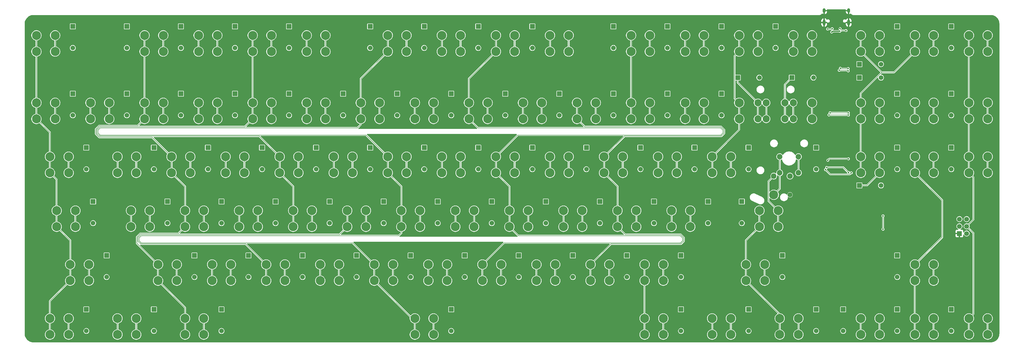
<source format=gbr>
%TF.GenerationSoftware,KiCad,Pcbnew,9.0.0*%
%TF.CreationDate,2025-06-21T12:03:01-06:00*%
%TF.ProjectId,kbd8x_mkii_kicad_9.0,6b626438-785f-46d6-9b69-695f6b696361,rev?*%
%TF.SameCoordinates,Original*%
%TF.FileFunction,Copper,L1,Top*%
%TF.FilePolarity,Positive*%
%FSLAX46Y46*%
G04 Gerber Fmt 4.6, Leading zero omitted, Abs format (unit mm)*
G04 Created by KiCad (PCBNEW 9.0.0) date 2025-06-21 12:03:01*
%MOMM*%
%LPD*%
G01*
G04 APERTURE LIST*
%TA.AperFunction,ComponentPad*%
%ADD10C,3.180000*%
%TD*%
%TA.AperFunction,ComponentPad*%
%ADD11C,2.500000*%
%TD*%
%TA.AperFunction,ComponentPad*%
%ADD12C,1.750000*%
%TD*%
%TA.AperFunction,ComponentPad*%
%ADD13C,1.950000*%
%TD*%
%TA.AperFunction,ComponentPad*%
%ADD14C,1.651000*%
%TD*%
%TA.AperFunction,ComponentPad*%
%ADD15R,1.651000X1.651000*%
%TD*%
%TA.AperFunction,ComponentPad*%
%ADD16C,1.700000*%
%TD*%
%TA.AperFunction,ComponentPad*%
%ADD17R,1.700000X1.700000*%
%TD*%
%TA.AperFunction,ComponentPad*%
%ADD18O,1.000000X1.600000*%
%TD*%
%TA.AperFunction,ComponentPad*%
%ADD19O,1.000000X2.100000*%
%TD*%
%TA.AperFunction,ViaPad*%
%ADD20C,0.600000*%
%TD*%
%TA.AperFunction,Conductor*%
%ADD21C,0.200000*%
%TD*%
%TA.AperFunction,Conductor*%
%ADD22C,0.381000*%
%TD*%
G04 APERTURE END LIST*
D10*
%TO.P,SI_RCTRL1,1*%
%TO.N,COL6*%
X94331250Y-49366250D03*
X94331250Y-55086250D03*
%TO.P,SI_RCTRL1,2*%
%TO.N,Net-(D62-A)*%
X100931250Y-49366250D03*
X100931250Y-55086250D03*
%TD*%
%TO.P,SI_RGUI1,1*%
%TO.N,COL5*%
X70518750Y-49366250D03*
X70518750Y-55086250D03*
%TO.P,SI_RGUI1,2*%
%TO.N,Net-(D61-A)*%
X77118750Y-49366250D03*
X77118750Y-55086250D03*
%TD*%
%TO.P,SI_LSHIFT1,1*%
%TO.N,COL0*%
X-155700000Y-30316250D03*
X-155700000Y-36036250D03*
%TO.P,SI_LSHIFT1,2*%
%TO.N,Net-(D77-A)*%
X-149100000Y-30316250D03*
X-149100000Y-36036250D03*
%TD*%
%TO.P,SI_UP1,1*%
%TO.N,COL7*%
X141956250Y-30316250D03*
X141956250Y-36036250D03*
%TO.P,SI_UP1,2*%
%TO.N,Net-(D72-A)*%
X148556250Y-30316250D03*
X148556250Y-36036250D03*
%TD*%
%TO.P,SI_FN1,1*%
%TO.N,COL1*%
X-129506250Y50646250D03*
X-129506250Y44926250D03*
%TO.P,SI_FN1,2*%
%TO.N,Net-(D2-A)*%
X-122906250Y50646250D03*
X-122906250Y44926250D03*
%TD*%
%TO.P,SI_LGUI1,1*%
%TO.N,COL0*%
X-139031250Y-49366250D03*
X-139031250Y-55086250D03*
%TO.P,SI_LGUI1,2*%
%TO.N,Net-(D57-A)*%
X-132431250Y-49366250D03*
X-132431250Y-55086250D03*
%TD*%
%TO.P,SI_M1,1*%
%TO.N,COL4*%
X-10443750Y-30316250D03*
X-10443750Y-36036250D03*
%TO.P,SI_M1,2*%
%TO.N,Net-(D84-A)*%
X-3843750Y-30316250D03*
X-3843750Y-36036250D03*
%TD*%
%TO.P,SI_FN8,1*%
%TO.N,COL4*%
X13368750Y50646250D03*
X13368750Y44926250D03*
%TO.P,SI_FN8,2*%
%TO.N,Net-(D9-A)*%
X19968750Y50646250D03*
X19968750Y44926250D03*
%TD*%
%TO.P,SI_FN2,1*%
%TO.N,COL1*%
X-110456250Y50646250D03*
X-110456250Y44926250D03*
%TO.P,SI_FN2,2*%
%TO.N,Net-(D3-A)*%
X-103856250Y50646250D03*
X-103856250Y44926250D03*
%TD*%
D11*
%TO.P,SI_BACK1,1*%
%TO.N,COL7*%
X99093750Y26833750D03*
X99093750Y21113750D03*
D10*
%TO.P,SI_BACK1,2*%
%TO.N,Net-(D28-A)*%
X105693750Y26833750D03*
X105693750Y21113750D03*
%TD*%
%TO.P,SI_RET1,1*%
%TO.N,COL6*%
X92228750Y-5681250D03*
D12*
X97948750Y-5681250D03*
D13*
%TO.P,SI_RET1,2*%
%TO.N,Net-(D42-A)*%
X92228750Y918750D03*
X97948750Y918750D03*
%TD*%
D10*
%TO.P,SI_FN3,1*%
%TO.N,COL2*%
X-91406250Y50646250D03*
X-91406250Y44926250D03*
%TO.P,SI_FN3,2*%
%TO.N,Net-(D4-A)*%
X-84806250Y50646250D03*
X-84806250Y44926250D03*
%TD*%
%TO.P,SI_DN1,1*%
%TO.N,COL7*%
X141956250Y-49366250D03*
X141956250Y-55086250D03*
%TO.P,SI_DN1,2*%
%TO.N,Net-(D74-A)*%
X148556250Y-49366250D03*
X148556250Y-55086250D03*
%TD*%
%TO.P,SI_O1,1*%
%TO.N,COL4*%
X13368750Y7783750D03*
X13368750Y2063750D03*
%TO.P,SI_O1,2*%
%TO.N,Net-(D38-A)*%
X19968750Y7783750D03*
X19968750Y2063750D03*
%TD*%
%TO.P,SI_ESC1,1*%
%TO.N,COL0*%
X-167606250Y50646250D03*
X-167606250Y44926250D03*
%TO.P,SI_ESC1,2*%
%TO.N,Net-(D1-A)*%
X-161006250Y50646250D03*
X-161006250Y44926250D03*
%TD*%
%TO.P,SI_#7,1*%
%TO.N,COL3*%
X-34256250Y26833750D03*
X-34256250Y21113750D03*
%TO.P,SI_#7,2*%
%TO.N,Net-(D21-A)*%
X-27656250Y26833750D03*
X-27656250Y21113750D03*
%TD*%
%TO.P,SI_Y1,1*%
%TO.N,COL3*%
X-43781250Y7783750D03*
X-43781250Y2063750D03*
%TO.P,SI_Y1,2*%
%TO.N,Net-(D35-A)*%
X-37181250Y7783750D03*
X-37181250Y2063750D03*
%TD*%
%TO.P,SI_/1,1*%
%TO.N,COL5*%
X46706250Y-30316250D03*
X46706250Y-36036250D03*
%TO.P,SI_/1,2*%
%TO.N,Net-(D87-A)*%
X53306250Y-30316250D03*
X53306250Y-36036250D03*
%TD*%
%TO.P,SI_T1,1*%
%TO.N,COL2*%
X-62831250Y7783750D03*
X-62831250Y2063750D03*
%TO.P,SI_T1,2*%
%TO.N,Net-(D34-A)*%
X-56231250Y7783750D03*
X-56231250Y2063750D03*
%TD*%
%TO.P,SI_INS1,1*%
%TO.N,COL7*%
X122906250Y26833750D03*
X122906250Y21113750D03*
%TO.P,SI_INS1,2*%
%TO.N,Net-(D66-A)*%
X129506250Y26833750D03*
X129506250Y21113750D03*
%TD*%
%TO.P,SI_#6,1*%
%TO.N,COL3*%
X-53306250Y26833750D03*
X-53306250Y21113750D03*
%TO.P,SI_#6,2*%
%TO.N,Net-(D20-A)*%
X-46706250Y26833750D03*
X-46706250Y21113750D03*
%TD*%
%TO.P,SI_W1,1*%
%TO.N,COL1*%
X-119981250Y7783750D03*
X-119981250Y2063750D03*
%TO.P,SI_W1,2*%
%TO.N,Net-(D31-A)*%
X-113381250Y7783750D03*
X-113381250Y2063750D03*
%TD*%
%TO.P,SI_PGUP1,1*%
%TO.N,COL8*%
X161006250Y26833750D03*
X161006250Y21113750D03*
%TO.P,SI_PGUP1,2*%
%TO.N,Net-(D68-A)*%
X167606250Y26833750D03*
X167606250Y21113750D03*
%TD*%
%TO.P,SI_DEL1,1*%
%TO.N,COL7*%
X122906250Y7783750D03*
X122906250Y2063750D03*
%TO.P,SI_DEL1,2*%
%TO.N,Net-(D69-A)*%
X129506250Y7783750D03*
X129506250Y2063750D03*
%TD*%
%TO.P,SI_PRINT1,1*%
%TO.N,COL7*%
X122906250Y50646250D03*
X122906250Y44926250D03*
%TO.P,SI_PRINT1,2*%
%TO.N,Net-(D63-A)*%
X129506250Y50646250D03*
X129506250Y44926250D03*
%TD*%
%TO.P,SI_CLOCK1,1*%
%TO.N,COL0*%
X-160462500Y-11266250D03*
X-160462500Y-16986250D03*
%TO.P,SI_CLOCK1,2*%
%TO.N,Net-(D43-A)*%
X-153862500Y-11266250D03*
X-153862500Y-16986250D03*
%TD*%
%TO.P,SI_FN6,1*%
%TO.N,COL3*%
X-24731250Y50646250D03*
X-24731250Y44926250D03*
%TO.P,SI_FN6,2*%
%TO.N,Net-(D7-A)*%
X-18131250Y50646250D03*
X-18131250Y44926250D03*
%TD*%
%TO.P,SI_PAUSE1,1*%
%TO.N,COL8*%
X161006250Y50646250D03*
X161006250Y44926250D03*
%TO.P,SI_PAUSE1,2*%
%TO.N,Net-(D65-A)*%
X167606250Y50646250D03*
X167606250Y44926250D03*
%TD*%
%TO.P,SI_A1,1*%
%TO.N,COL0*%
X-134268750Y-11266250D03*
X-134268750Y-16986250D03*
%TO.P,SI_A1,2*%
%TO.N,Net-(D44-A)*%
X-127668750Y-11266250D03*
X-127668750Y-16986250D03*
%TD*%
%TO.P,SI_SLOCK1,1*%
%TO.N,COL7*%
X141956250Y50646250D03*
X141956250Y44926250D03*
%TO.P,SI_SLOCK1,2*%
%TO.N,Net-(D64-A)*%
X148556250Y50646250D03*
X148556250Y44926250D03*
%TD*%
%TO.P,SI_END1,1*%
%TO.N,COL7*%
X141956250Y7783750D03*
X141956250Y2063750D03*
%TO.P,SI_END1,2*%
%TO.N,Net-(D70-A)*%
X148556250Y7783750D03*
X148556250Y2063750D03*
%TD*%
%TO.P,SI_P1,1*%
%TO.N,COL5*%
X32418750Y7783750D03*
X32418750Y2063750D03*
%TO.P,SI_P1,2*%
%TO.N,Net-(D39-A)*%
X39018750Y7783750D03*
X39018750Y2063750D03*
%TD*%
%TO.P,SI_C1,1*%
%TO.N,COL2*%
X-86643750Y-30316250D03*
X-86643750Y-36036250D03*
%TO.P,SI_C1,2*%
%TO.N,Net-(D80-A)*%
X-80043750Y-30316250D03*
X-80043750Y-36036250D03*
%TD*%
%TO.P,SI_R1,1*%
%TO.N,COL2*%
X-81881250Y7783750D03*
X-81881250Y2063750D03*
%TO.P,SI_R1,2*%
%TO.N,Net-(D33-A)*%
X-75281250Y7783750D03*
X-75281250Y2063750D03*
%TD*%
%TO.P,SI_LFT1,1*%
%TO.N,COL7*%
X122906250Y-49366250D03*
X122906250Y-55086250D03*
%TO.P,SI_LFT1,2*%
%TO.N,Net-(D73-A)*%
X129506250Y-49366250D03*
X129506250Y-55086250D03*
%TD*%
%TO.P,SI_I1,1*%
%TO.N,COL4*%
X-5681250Y7783750D03*
X-5681250Y2063750D03*
%TO.P,SI_I1,2*%
%TO.N,Net-(D37-A)*%
X918750Y7783750D03*
X918750Y2063750D03*
%TD*%
%TO.P,SI_J1,1*%
%TO.N,COL3*%
X-19968750Y-11266250D03*
X-19968750Y-16986250D03*
%TO.P,SI_J1,2*%
%TO.N,Net-(D50-A)*%
X-13368750Y-11266250D03*
X-13368750Y-16986250D03*
%TD*%
%TO.P,SI_LCTRL1,1*%
%TO.N,COL0*%
X-162843750Y-49366250D03*
X-162843750Y-55086250D03*
%TO.P,SI_LCTRL1,2*%
%TO.N,Net-(D56-A)*%
X-156243750Y-49366250D03*
X-156243750Y-55086250D03*
%TD*%
%TO.P,SI_X1,1*%
%TO.N,COL1*%
X-105693750Y-30316250D03*
X-105693750Y-36036250D03*
%TO.P,SI_X1,2*%
%TO.N,Net-(D79-A)*%
X-99093750Y-30316250D03*
X-99093750Y-36036250D03*
%TD*%
%TO.P,SI_\u002C1,1*%
%TO.N,COL4*%
X8606250Y-30316250D03*
X8606250Y-36036250D03*
%TO.P,SI_\u002C1,2*%
%TO.N,Net-(D85-A)*%
X15206250Y-30316250D03*
X15206250Y-36036250D03*
%TD*%
%TO.P,SI_RT1,1*%
%TO.N,COL8*%
X161006250Y-49366250D03*
X161006250Y-55086250D03*
%TO.P,SI_RT1,2*%
%TO.N,Net-(D75-A)*%
X167606250Y-49366250D03*
X167606250Y-55086250D03*
%TD*%
%TO.P,SI_SP1,1*%
%TO.N,COL3*%
X-34256250Y-49366250D03*
X-34256250Y-55086250D03*
%TO.P,SI_SP1,2*%
%TO.N,Net-(D59-A)*%
X-27656250Y-49366250D03*
X-27656250Y-55086250D03*
%TD*%
%TO.P,SI_N1,1*%
%TO.N,COL3*%
X-29493750Y-30316250D03*
X-29493750Y-36036250D03*
%TO.P,SI_N1,2*%
%TO.N,Net-(D83-A)*%
X-22893750Y-30316250D03*
X-22893750Y-36036250D03*
%TD*%
%TO.P,SI_#8,1*%
%TO.N,COL4*%
X-15206250Y26833750D03*
X-15206250Y21113750D03*
%TO.P,SI_#8,2*%
%TO.N,Net-(D22-A)*%
X-8606250Y26833750D03*
X-8606250Y21113750D03*
%TD*%
%TO.P,SI_-1,1*%
%TO.N,COL5*%
X41943750Y26833750D03*
X41943750Y21113750D03*
%TO.P,SI_-1,2*%
%TO.N,Net-(D25-A)*%
X48543750Y26833750D03*
X48543750Y21113750D03*
%TD*%
%TO.P,SI_.1,1*%
%TO.N,COL5*%
X27656250Y-30316250D03*
X27656250Y-36036250D03*
%TO.P,SI_.1,2*%
%TO.N,Net-(D86-A)*%
X34256250Y-30316250D03*
X34256250Y-36036250D03*
%TD*%
%TO.P,SI_Q1,1*%
%TO.N,COL0*%
X-139031250Y7783750D03*
X-139031250Y2063750D03*
%TO.P,SI_Q1,2*%
%TO.N,Net-(D30-A)*%
X-132431250Y7783750D03*
X-132431250Y2063750D03*
%TD*%
%TO.P,SI_LALT1,1*%
%TO.N,COL1*%
X-115218750Y-49366250D03*
X-115218750Y-55086250D03*
%TO.P,SI_LALT1,2*%
%TO.N,Net-(D58-A)*%
X-108618750Y-49366250D03*
X-108618750Y-55086250D03*
%TD*%
%TO.P,SI_FN12,1*%
%TO.N,COL6*%
X99093750Y50646250D03*
X99093750Y44926250D03*
%TO.P,SI_FN12,2*%
%TO.N,Net-(D13-A)*%
X105693750Y50646250D03*
X105693750Y44926250D03*
%TD*%
%TO.P,SI_H1,1*%
%TO.N,COL3*%
X-39018750Y-11266250D03*
X-39018750Y-16986250D03*
%TO.P,SI_H1,2*%
%TO.N,Net-(D49-A)*%
X-32418750Y-11266250D03*
X-32418750Y-16986250D03*
%TD*%
%TO.P,SI_FN9,1*%
%TO.N,COL5*%
X41943750Y50646250D03*
X41943750Y44926250D03*
%TO.P,SI_FN9,2*%
%TO.N,Net-(D10-A)*%
X48543750Y50646250D03*
X48543750Y44926250D03*
%TD*%
%TO.P,SI_S1,1*%
%TO.N,COL1*%
X-115218750Y-11266250D03*
X-115218750Y-16986250D03*
%TO.P,SI_S1,2*%
%TO.N,Net-(D45-A)*%
X-108618750Y-11266250D03*
X-108618750Y-16986250D03*
%TD*%
%TO.P,SI_\u005C1,1*%
%TO.N,COL6*%
X80043750Y26833750D03*
X80043750Y21113750D03*
D11*
%TO.P,SI_\u005C1,2*%
%TO.N,Net-(D27-A)*%
X86643750Y26833750D03*
X86643750Y21113750D03*
%TD*%
D10*
%TO.P,SI_PGDN1,1*%
%TO.N,COL8*%
X161006250Y7783750D03*
X161006250Y2063750D03*
%TO.P,SI_PGDN1,2*%
%TO.N,Net-(D71-A)*%
X167606250Y7783750D03*
X167606250Y2063750D03*
%TD*%
%TO.P,SI_RSHIFT1,1*%
%TO.N,COL6*%
X82425000Y-30316250D03*
X82425000Y-36036250D03*
%TO.P,SI_RSHIFT1,2*%
%TO.N,Net-(D89-A)*%
X89025000Y-30316250D03*
X89025000Y-36036250D03*
%TD*%
%TO.P,SI_`1,1*%
%TO.N,COL0*%
X-167606250Y26833750D03*
X-167606250Y21113750D03*
%TO.P,SI_`1,2*%
%TO.N,Net-(D14-A)*%
X-161006250Y26833750D03*
X-161006250Y21113750D03*
%TD*%
%TO.P,SI_#3,1*%
%TO.N,COL1*%
X-110456250Y26833750D03*
X-110456250Y21113750D03*
%TO.P,SI_#3,2*%
%TO.N,Net-(D17-A)*%
X-103856250Y26833750D03*
X-103856250Y21113750D03*
%TD*%
%TO.P,SI_F1,1*%
%TO.N,COL2*%
X-77118750Y-11266250D03*
X-77118750Y-16986250D03*
%TO.P,SI_F1,2*%
%TO.N,Net-(D47-A)*%
X-70518750Y-11266250D03*
X-70518750Y-16986250D03*
%TD*%
%TO.P,SI_;1,1*%
%TO.N,COL5*%
X37181250Y-11266250D03*
X37181250Y-16986250D03*
%TO.P,SI_;1,2*%
%TO.N,Net-(D53-A)*%
X43781250Y-11266250D03*
X43781250Y-16986250D03*
%TD*%
%TO.P,SI_U1,1*%
%TO.N,COL3*%
X-24731250Y7783750D03*
X-24731250Y2063750D03*
%TO.P,SI_U1,2*%
%TO.N,Net-(D36-A)*%
X-18131250Y7783750D03*
X-18131250Y2063750D03*
%TD*%
%TO.P,SI_'1,1*%
%TO.N,COL5*%
X56231250Y-11266250D03*
X56231250Y-16986250D03*
%TO.P,SI_'1,2*%
%TO.N,Net-(D54-A)*%
X62831250Y-11266250D03*
X62831250Y-16986250D03*
%TD*%
%TO.P,SI_#9,1*%
%TO.N,COL4*%
X3843750Y26833750D03*
X3843750Y21113750D03*
%TO.P,SI_#9,2*%
%TO.N,Net-(D23-A)*%
X10443750Y26833750D03*
X10443750Y21113750D03*
%TD*%
%TO.P,SI_]1,1*%
%TO.N,COL6*%
X70518750Y7783750D03*
X70518750Y2063750D03*
%TO.P,SI_]1,2*%
%TO.N,Net-(D41-A)*%
X77118750Y7783750D03*
X77118750Y2063750D03*
%TD*%
%TO.P,SI_TAB1,1*%
%TO.N,COL0*%
X-162843750Y7783750D03*
X-162843750Y2063750D03*
%TO.P,SI_TAB1,2*%
%TO.N,Net-(D29-A)*%
X-156243750Y7783750D03*
X-156243750Y2063750D03*
%TD*%
D11*
%TO.P,SI_BACK2,1*%
%TO.N,COL7*%
X89568750Y26833750D03*
X89568750Y21113750D03*
%TO.P,SI_BACK2,2*%
%TO.N,Net-(D28-A)*%
X96168750Y26833750D03*
X96168750Y21113750D03*
%TD*%
D10*
%TO.P,SI_#4,1*%
%TO.N,COL2*%
X-91406250Y26833750D03*
X-91406250Y21113750D03*
%TO.P,SI_#4,2*%
%TO.N,Net-(D18-A)*%
X-84806250Y26833750D03*
X-84806250Y21113750D03*
%TD*%
%TO.P,SI_FN4,1*%
%TO.N,COL2*%
X-72356250Y50646250D03*
X-72356250Y44926250D03*
%TO.P,SI_FN4,2*%
%TO.N,Net-(D5-A)*%
X-65756250Y50646250D03*
X-65756250Y44926250D03*
%TD*%
%TO.P,SI_Z1,1*%
%TO.N,COL1*%
X-124743750Y-30316250D03*
X-124743750Y-36036250D03*
%TO.P,SI_Z1,2*%
%TO.N,Net-(D78-A)*%
X-118143750Y-30316250D03*
X-118143750Y-36036250D03*
%TD*%
D13*
%TO.P,SI_\u005C2,1*%
%TO.N,COL6*%
X94331250Y7783750D03*
X94331250Y2063750D03*
%TO.P,SI_\u005C2,2*%
%TO.N,Net-(D55-A)*%
X100931250Y7783750D03*
X100931250Y2063750D03*
%TD*%
D10*
%TO.P,SI_D1,1*%
%TO.N,COL1*%
X-96168750Y-11266250D03*
X-96168750Y-16986250D03*
%TO.P,SI_D1,2*%
%TO.N,Net-(D46-A)*%
X-89568750Y-11266250D03*
X-89568750Y-16986250D03*
%TD*%
%TO.P,SI_V1,1*%
%TO.N,COL2*%
X-67593750Y-30316250D03*
X-67593750Y-36036250D03*
%TO.P,SI_V1,2*%
%TO.N,Net-(D81-A)*%
X-60993750Y-30316250D03*
X-60993750Y-36036250D03*
%TD*%
%TO.P,SI_#5,1*%
%TO.N,COL2*%
X-72356250Y26833750D03*
X-72356250Y21113750D03*
%TO.P,SI_#5,2*%
%TO.N,Net-(D19-A)*%
X-65756250Y26833750D03*
X-65756250Y21113750D03*
%TD*%
%TO.P,SI_RALT1,1*%
%TO.N,COL5*%
X46706250Y-49366250D03*
X46706250Y-55086250D03*
%TO.P,SI_RALT1,2*%
%TO.N,Net-(D60-A)*%
X53306250Y-49366250D03*
X53306250Y-55086250D03*
%TD*%
%TO.P,SI_RET2,1*%
%TO.N,COL6*%
X87187500Y-11266250D03*
X87187500Y-16986250D03*
%TO.P,SI_RET2,2*%
%TO.N,Net-(D42-A)*%
X93787500Y-11266250D03*
X93787500Y-16986250D03*
%TD*%
%TO.P,SI_E1,1*%
%TO.N,COL1*%
X-100931250Y7783750D03*
X-100931250Y2063750D03*
%TO.P,SI_E1,2*%
%TO.N,Net-(D32-A)*%
X-94331250Y7783750D03*
X-94331250Y2063750D03*
%TD*%
%TO.P,SI_FN5,1*%
%TO.N,COL3*%
X-43781250Y50646250D03*
X-43781250Y44926250D03*
%TO.P,SI_FN5,2*%
%TO.N,Net-(D6-A)*%
X-37181250Y50646250D03*
X-37181250Y44926250D03*
%TD*%
%TO.P,SI_#1,1*%
%TO.N,COL0*%
X-148556250Y26833750D03*
X-148556250Y21113750D03*
%TO.P,SI_#1,2*%
%TO.N,Net-(D15-A)*%
X-141956250Y26833750D03*
X-141956250Y21113750D03*
%TD*%
%TO.P,SI_B1,1*%
%TO.N,COL3*%
X-48543750Y-30316250D03*
X-48543750Y-36036250D03*
%TO.P,SI_B1,2*%
%TO.N,Net-(D82-A)*%
X-41943750Y-30316250D03*
X-41943750Y-36036250D03*
%TD*%
%TO.P,SI_HOME1,1*%
%TO.N,COL8*%
X141956250Y26833750D03*
X141956250Y21113750D03*
%TO.P,SI_HOME1,2*%
%TO.N,Net-(D67-A)*%
X148556250Y26833750D03*
X148556250Y21113750D03*
%TD*%
%TO.P,SI_=1,1*%
%TO.N,COL6*%
X60993750Y26833750D03*
X60993750Y21113750D03*
%TO.P,SI_=1,2*%
%TO.N,Net-(D26-A)*%
X67593750Y26833750D03*
X67593750Y21113750D03*
%TD*%
%TO.P,SI_[1,1*%
%TO.N,COL5*%
X51468750Y7783750D03*
X51468750Y2063750D03*
%TO.P,SI_[1,2*%
%TO.N,Net-(D40-A)*%
X58068750Y7783750D03*
X58068750Y2063750D03*
%TD*%
%TO.P,SI_#2,1*%
%TO.N,COL1*%
X-129506250Y26833750D03*
X-129506250Y21113750D03*
%TO.P,SI_#2,2*%
%TO.N,Net-(D16-A)*%
X-122906250Y26833750D03*
X-122906250Y21113750D03*
%TD*%
%TO.P,SI_FN10,1*%
%TO.N,COL5*%
X60993750Y50646250D03*
X60993750Y44926250D03*
%TO.P,SI_FN10,2*%
%TO.N,Net-(D11-A)*%
X67593750Y50646250D03*
X67593750Y44926250D03*
%TD*%
%TO.P,SI_L1,1*%
%TO.N,COL4*%
X18131250Y-11266250D03*
X18131250Y-16986250D03*
%TO.P,SI_L1,2*%
%TO.N,Net-(D52-A)*%
X24731250Y-11266250D03*
X24731250Y-16986250D03*
%TD*%
%TO.P,SI_K1,1*%
%TO.N,COL4*%
X-918750Y-11266250D03*
X-918750Y-16986250D03*
%TO.P,SI_K1,2*%
%TO.N,Net-(D51-A)*%
X5681250Y-11266250D03*
X5681250Y-16986250D03*
%TD*%
%TO.P,SI_G1,1*%
%TO.N,COL2*%
X-58068750Y-11266250D03*
X-58068750Y-16986250D03*
%TO.P,SI_G1,2*%
%TO.N,Net-(D48-A)*%
X-51468750Y-11266250D03*
X-51468750Y-16986250D03*
%TD*%
%TO.P,SI_#0,1*%
%TO.N,COL5*%
X22893750Y26833750D03*
X22893750Y21113750D03*
%TO.P,SI_#0,2*%
%TO.N,Net-(D24-A)*%
X29493750Y26833750D03*
X29493750Y21113750D03*
%TD*%
%TO.P,SI_FN7,1*%
%TO.N,COL4*%
X-5681250Y50646250D03*
X-5681250Y44926250D03*
%TO.P,SI_FN7,2*%
%TO.N,Net-(D8-A)*%
X918750Y50646250D03*
X918750Y44926250D03*
%TD*%
%TO.P,SI_FN11,1*%
%TO.N,COL6*%
X80043750Y50646250D03*
X80043750Y44926250D03*
%TO.P,SI_FN11,2*%
%TO.N,Net-(D12-A)*%
X86643750Y50646250D03*
X86643750Y44926250D03*
%TD*%
D14*
%TO.P,D65,1,K*%
%TO.N,ROW0*%
X154781250Y46196250D03*
D15*
%TO.P,D65,2,A*%
%TO.N,Net-(D65-A)*%
X154781250Y53816250D03*
%TD*%
D14*
%TO.P,D21,1,K*%
%TO.N,ROW3*%
X-21431250Y22383750D03*
D15*
%TO.P,D21,2,A*%
%TO.N,Net-(D21-A)*%
X-21431250Y30003750D03*
%TD*%
D14*
%TO.P,D82,1,K*%
%TO.N,ROW8*%
X-35718750Y-34766250D03*
D15*
%TO.P,D82,2,A*%
%TO.N,Net-(D82-A)*%
X-35718750Y-27146250D03*
%TD*%
D14*
%TO.P,D15,1,K*%
%TO.N,ROW3*%
X-135731250Y22383750D03*
D15*
%TO.P,D15,2,A*%
%TO.N,Net-(D15-A)*%
X-135731250Y30003750D03*
%TD*%
D14*
%TO.P,D73,1,K*%
%TO.N,ROW10*%
X116681250Y-53816250D03*
D15*
%TO.P,D73,2,A*%
%TO.N,Net-(D73-A)*%
X116681250Y-46196250D03*
%TD*%
D14*
%TO.P,D16,1,K*%
%TO.N,ROW2*%
X-116681250Y22383750D03*
D15*
%TO.P,D16,2,A*%
%TO.N,Net-(D16-A)*%
X-116681250Y30003750D03*
%TD*%
D14*
%TO.P,D8,1,K*%
%TO.N,ROW0*%
X-11906250Y46196250D03*
D15*
%TO.P,D8,2,A*%
%TO.N,Net-(D8-A)*%
X-11906250Y53816250D03*
%TD*%
D14*
%TO.P,D86,1,K*%
%TO.N,ROW8*%
X40481250Y-34766250D03*
D15*
%TO.P,D86,2,A*%
%TO.N,Net-(D86-A)*%
X40481250Y-27146250D03*
%TD*%
D14*
%TO.P,D23,1,K*%
%TO.N,ROW3*%
X16668750Y22383750D03*
D15*
%TO.P,D23,2,A*%
%TO.N,Net-(D23-A)*%
X16668750Y30003750D03*
%TD*%
D14*
%TO.P,D27,1,K*%
%TO.N,ROW3*%
X87153750Y35718750D03*
D15*
%TO.P,D27,2,A*%
%TO.N,Net-(D27-A)*%
X79533750Y35718750D03*
%TD*%
D14*
%TO.P,D56,1,K*%
%TO.N,ROW10*%
X-150018750Y-53816250D03*
D15*
%TO.P,D56,2,A*%
%TO.N,Net-(D56-A)*%
X-150018750Y-46196250D03*
%TD*%
D14*
%TO.P,D17,1,K*%
%TO.N,ROW3*%
X-97631250Y22383750D03*
D15*
%TO.P,D17,2,A*%
%TO.N,Net-(D17-A)*%
X-97631250Y30003750D03*
%TD*%
D14*
%TO.P,D31,1,K*%
%TO.N,ROW4*%
X-107156250Y3333750D03*
D15*
%TO.P,D31,2,A*%
%TO.N,Net-(D31-A)*%
X-107156250Y10953750D03*
%TD*%
D14*
%TO.P,D75,1,K*%
%TO.N,ROW10*%
X154781250Y-53816250D03*
D15*
%TO.P,D75,2,A*%
%TO.N,Net-(D75-A)*%
X154781250Y-46196250D03*
%TD*%
D14*
%TO.P,D4,1,K*%
%TO.N,ROW0*%
X-97631250Y46196250D03*
D15*
%TO.P,D4,2,A*%
%TO.N,Net-(D4-A)*%
X-97631250Y53816250D03*
%TD*%
D14*
%TO.P,D60,1,K*%
%TO.N,ROW10*%
X59531250Y-53816250D03*
D15*
%TO.P,D60,2,A*%
%TO.N,Net-(D60-A)*%
X59531250Y-46196250D03*
%TD*%
D14*
%TO.P,D38,1,K*%
%TO.N,ROW5*%
X26193750Y3333750D03*
D15*
%TO.P,D38,2,A*%
%TO.N,Net-(D38-A)*%
X26193750Y10953750D03*
%TD*%
D14*
%TO.P,D51,1,K*%
%TO.N,ROW6*%
X11906250Y-15716250D03*
D15*
%TO.P,D51,2,A*%
%TO.N,Net-(D51-A)*%
X11906250Y-8096250D03*
%TD*%
D14*
%TO.P,D40,1,K*%
%TO.N,ROW5*%
X64293750Y3333750D03*
D15*
%TO.P,D40,2,A*%
%TO.N,Net-(D40-A)*%
X64293750Y10953750D03*
%TD*%
D14*
%TO.P,D83,1,K*%
%TO.N,ROW9*%
X-16668750Y-34766250D03*
D15*
%TO.P,D83,2,A*%
%TO.N,Net-(D83-A)*%
X-16668750Y-27146250D03*
%TD*%
D14*
%TO.P,D13,1,K*%
%TO.N,ROW1*%
X92868750Y46196250D03*
D15*
%TO.P,D13,2,A*%
%TO.N,Net-(D13-A)*%
X92868750Y53816250D03*
%TD*%
D14*
%TO.P,D62,1,K*%
%TO.N,ROW11*%
X107156250Y-53816250D03*
D15*
%TO.P,D62,2,A*%
%TO.N,Net-(D62-A)*%
X107156250Y-46196250D03*
%TD*%
D14*
%TO.P,D37,1,K*%
%TO.N,ROW4*%
X7143750Y3333750D03*
D15*
%TO.P,D37,2,A*%
%TO.N,Net-(D37-A)*%
X7143750Y10953750D03*
%TD*%
D14*
%TO.P,D42,1,K*%
%TO.N,ROW7*%
X80962500Y-15716250D03*
D15*
%TO.P,D42,2,A*%
%TO.N,Net-(D42-A)*%
X80962500Y-8096250D03*
%TD*%
D14*
%TO.P,D63,1,K*%
%TO.N,ROW0*%
X130016250Y40481250D03*
D15*
%TO.P,D63,2,A*%
%TO.N,Net-(D63-A)*%
X122396250Y40481250D03*
%TD*%
D14*
%TO.P,D53,1,K*%
%TO.N,ROW6*%
X50006250Y-15716250D03*
D15*
%TO.P,D53,2,A*%
%TO.N,Net-(D53-A)*%
X50006250Y-8096250D03*
%TD*%
D14*
%TO.P,D25,1,K*%
%TO.N,ROW3*%
X54768750Y22383750D03*
D15*
%TO.P,D25,2,A*%
%TO.N,Net-(D25-A)*%
X54768750Y30003750D03*
%TD*%
D16*
%TO.P,J1,1,MISO*%
%TO.N,MOSI*%
X160193475Y-14287950D03*
%TO.P,J1,2,VCC*%
%TO.N,+5V*%
X157653475Y-14287950D03*
%TO.P,J1,3,SCK*%
%TO.N,COL8*%
X160193475Y-16827950D03*
%TO.P,J1,4,MOSI*%
%TO.N,MISO*%
X157653475Y-16827950D03*
%TO.P,J1,5,~{RST}*%
%TO.N,RESET*%
X160193475Y-19367950D03*
D17*
%TO.P,J1,6,GND*%
%TO.N,GND*%
X157653475Y-19367950D03*
%TD*%
D14*
%TO.P,D3,1,K*%
%TO.N,ROW1*%
X-116681250Y46196250D03*
D15*
%TO.P,D3,2,A*%
%TO.N,Net-(D3-A)*%
X-116681250Y53816250D03*
%TD*%
D14*
%TO.P,D84,1,K*%
%TO.N,ROW8*%
X2381250Y-34766250D03*
D15*
%TO.P,D84,2,A*%
%TO.N,Net-(D84-A)*%
X2381250Y-27146250D03*
%TD*%
D14*
%TO.P,D44,1,K*%
%TO.N,ROW7*%
X-121443750Y-15716250D03*
D15*
%TO.P,D44,2,A*%
%TO.N,Net-(D44-A)*%
X-121443750Y-8096250D03*
%TD*%
D14*
%TO.P,D34,1,K*%
%TO.N,ROW5*%
X-50006250Y3333750D03*
D15*
%TO.P,D34,2,A*%
%TO.N,Net-(D34-A)*%
X-50006250Y10953750D03*
%TD*%
D18*
%TO.P,USB1,13,SHIELD*%
%TO.N,GND*%
X109979875Y59375250D03*
D19*
X109979875Y55195250D03*
D18*
X118619875Y59375250D03*
D19*
X118619875Y55195250D03*
%TD*%
D14*
%TO.P,D71,1,K*%
%TO.N,ROW4*%
X154781250Y3333750D03*
D15*
%TO.P,D71,2,A*%
%TO.N,Net-(D71-A)*%
X154781250Y10953750D03*
%TD*%
D14*
%TO.P,D87,1,K*%
%TO.N,ROW9*%
X59531250Y-34766250D03*
D15*
%TO.P,D87,2,A*%
%TO.N,Net-(D87-A)*%
X59531250Y-27146250D03*
%TD*%
D14*
%TO.P,D89,1,K*%
%TO.N,ROW8*%
X95250000Y-34766250D03*
D15*
%TO.P,D89,2,A*%
%TO.N,Net-(D89-A)*%
X95250000Y-27146250D03*
%TD*%
D14*
%TO.P,D29,1,K*%
%TO.N,ROW4*%
X-150018750Y3333750D03*
D15*
%TO.P,D29,2,A*%
%TO.N,Net-(D29-A)*%
X-150018750Y10953750D03*
%TD*%
D14*
%TO.P,D49,1,K*%
%TO.N,ROW6*%
X-26193750Y-15716250D03*
D15*
%TO.P,D49,2,A*%
%TO.N,Net-(D49-A)*%
X-26193750Y-8096250D03*
%TD*%
D14*
%TO.P,D20,1,K*%
%TO.N,ROW2*%
X-40481250Y22383750D03*
D15*
%TO.P,D20,2,A*%
%TO.N,Net-(D20-A)*%
X-40481250Y30003750D03*
%TD*%
D14*
%TO.P,D32,1,K*%
%TO.N,ROW5*%
X-88106250Y3333750D03*
D15*
%TO.P,D32,2,A*%
%TO.N,Net-(D32-A)*%
X-88106250Y10953750D03*
%TD*%
D14*
%TO.P,D39,1,K*%
%TO.N,ROW4*%
X45243750Y3333750D03*
D15*
%TO.P,D39,2,A*%
%TO.N,Net-(D39-A)*%
X45243750Y10953750D03*
%TD*%
D14*
%TO.P,D26,1,K*%
%TO.N,ROW2*%
X73818750Y22383750D03*
D15*
%TO.P,D26,2,A*%
%TO.N,Net-(D26-A)*%
X73818750Y30003750D03*
%TD*%
D14*
%TO.P,D14,1,K*%
%TO.N,ROW2*%
X-154781250Y22383750D03*
D15*
%TO.P,D14,2,A*%
%TO.N,Net-(D14-A)*%
X-154781250Y30003750D03*
%TD*%
D14*
%TO.P,D67,1,K*%
%TO.N,ROW2*%
X135731250Y22383750D03*
D15*
%TO.P,D67,2,A*%
%TO.N,Net-(D67-A)*%
X135731250Y30003750D03*
%TD*%
D14*
%TO.P,D30,1,K*%
%TO.N,ROW5*%
X-126206250Y3333750D03*
D15*
%TO.P,D30,2,A*%
%TO.N,Net-(D30-A)*%
X-126206250Y10953750D03*
%TD*%
D14*
%TO.P,D41,1,K*%
%TO.N,ROW4*%
X83343750Y3333750D03*
D15*
%TO.P,D41,2,A*%
%TO.N,Net-(D41-A)*%
X83343750Y10953750D03*
%TD*%
D14*
%TO.P,D43,1,K*%
%TO.N,ROW6*%
X-147637500Y-15716250D03*
D15*
%TO.P,D43,2,A*%
%TO.N,Net-(D43-A)*%
X-147637500Y-8096250D03*
%TD*%
D14*
%TO.P,D78,1,K*%
%TO.N,ROW8*%
X-111918750Y-34766250D03*
D15*
%TO.P,D78,2,A*%
%TO.N,Net-(D78-A)*%
X-111918750Y-27146250D03*
%TD*%
D14*
%TO.P,D12,1,K*%
%TO.N,ROW0*%
X73818750Y46196250D03*
D15*
%TO.P,D12,2,A*%
%TO.N,Net-(D12-A)*%
X73818750Y53816250D03*
%TD*%
D14*
%TO.P,D7,1,K*%
%TO.N,ROW1*%
X-30956250Y46196250D03*
D15*
%TO.P,D7,2,A*%
%TO.N,Net-(D7-A)*%
X-30956250Y53816250D03*
%TD*%
D14*
%TO.P,D2,1,K*%
%TO.N,ROW0*%
X-135731250Y46196250D03*
D15*
%TO.P,D2,2,A*%
%TO.N,Net-(D2-A)*%
X-135731250Y53816250D03*
%TD*%
D14*
%TO.P,D50,1,K*%
%TO.N,ROW7*%
X-7143750Y-15716250D03*
D15*
%TO.P,D50,2,A*%
%TO.N,Net-(D50-A)*%
X-7143750Y-8096250D03*
%TD*%
D14*
%TO.P,D9,1,K*%
%TO.N,ROW1*%
X7143750Y46196250D03*
D15*
%TO.P,D9,2,A*%
%TO.N,Net-(D9-A)*%
X7143750Y53816250D03*
%TD*%
D14*
%TO.P,D1,1,K*%
%TO.N,ROW0*%
X-154781250Y46196250D03*
D15*
%TO.P,D1,2,A*%
%TO.N,Net-(D1-A)*%
X-154781250Y53816250D03*
%TD*%
D14*
%TO.P,D54,1,K*%
%TO.N,ROW7*%
X69056250Y-15716250D03*
D15*
%TO.P,D54,2,A*%
%TO.N,Net-(D54-A)*%
X69056250Y-8096250D03*
%TD*%
D14*
%TO.P,D47,1,K*%
%TO.N,ROW6*%
X-64293750Y-15716250D03*
D15*
%TO.P,D47,2,A*%
%TO.N,Net-(D47-A)*%
X-64293750Y-8096250D03*
%TD*%
D14*
%TO.P,D24,1,K*%
%TO.N,ROW2*%
X35718750Y22383750D03*
D15*
%TO.P,D24,2,A*%
%TO.N,Net-(D24-A)*%
X35718750Y30003750D03*
%TD*%
D14*
%TO.P,D74,1,K*%
%TO.N,ROW11*%
X135731250Y-53816250D03*
D15*
%TO.P,D74,2,A*%
%TO.N,Net-(D74-A)*%
X135731250Y-46196250D03*
%TD*%
D14*
%TO.P,D68,1,K*%
%TO.N,ROW3*%
X154781250Y22383750D03*
D15*
%TO.P,D68,2,A*%
%TO.N,Net-(D68-A)*%
X154781250Y30003750D03*
%TD*%
D14*
%TO.P,D11,1,K*%
%TO.N,ROW1*%
X54768750Y46196250D03*
D15*
%TO.P,D11,2,A*%
%TO.N,Net-(D11-A)*%
X54768750Y53816250D03*
%TD*%
D14*
%TO.P,D46,1,K*%
%TO.N,ROW7*%
X-83343750Y-15716250D03*
D15*
%TO.P,D46,2,A*%
%TO.N,Net-(D46-A)*%
X-83343750Y-8096250D03*
%TD*%
D14*
%TO.P,D10,1,K*%
%TO.N,ROW0*%
X35718750Y46196250D03*
D15*
%TO.P,D10,2,A*%
%TO.N,Net-(D10-A)*%
X35718750Y53816250D03*
%TD*%
D14*
%TO.P,D28,1,K*%
%TO.N,ROW2*%
X106203750Y35718750D03*
D15*
%TO.P,D28,2,A*%
%TO.N,Net-(D28-A)*%
X98583750Y35718750D03*
%TD*%
D14*
%TO.P,D55,1,K*%
%TO.N,ROW5*%
X107156250Y3333750D03*
D15*
%TO.P,D55,2,A*%
%TO.N,Net-(D55-A)*%
X107156250Y10953750D03*
%TD*%
D14*
%TO.P,D61,1,K*%
%TO.N,ROW11*%
X83343750Y-53816250D03*
D15*
%TO.P,D61,2,A*%
%TO.N,Net-(D61-A)*%
X83343750Y-46196250D03*
%TD*%
D14*
%TO.P,D33,1,K*%
%TO.N,ROW4*%
X-69056250Y3333750D03*
D15*
%TO.P,D33,2,A*%
%TO.N,Net-(D33-A)*%
X-69056250Y10953750D03*
%TD*%
D14*
%TO.P,D80,1,K*%
%TO.N,ROW8*%
X-73818750Y-34766250D03*
D15*
%TO.P,D80,2,A*%
%TO.N,Net-(D80-A)*%
X-73818750Y-27146250D03*
%TD*%
D14*
%TO.P,D22,1,K*%
%TO.N,ROW2*%
X-2381250Y22383750D03*
D15*
%TO.P,D22,2,A*%
%TO.N,Net-(D22-A)*%
X-2381250Y30003750D03*
%TD*%
D14*
%TO.P,D36,1,K*%
%TO.N,ROW5*%
X-11906250Y3333750D03*
D15*
%TO.P,D36,2,A*%
%TO.N,Net-(D36-A)*%
X-11906250Y10953750D03*
%TD*%
D14*
%TO.P,D18,1,K*%
%TO.N,ROW2*%
X-78581250Y22383750D03*
D15*
%TO.P,D18,2,A*%
%TO.N,Net-(D18-A)*%
X-78581250Y30003750D03*
%TD*%
D14*
%TO.P,D64,1,K*%
%TO.N,ROW1*%
X135731250Y46196250D03*
D15*
%TO.P,D64,2,A*%
%TO.N,Net-(D64-A)*%
X135731250Y53816250D03*
%TD*%
D14*
%TO.P,D72,1,K*%
%TO.N,ROW9*%
X135731250Y-34766250D03*
D15*
%TO.P,D72,2,A*%
%TO.N,Net-(D72-A)*%
X135731250Y-27146250D03*
%TD*%
D14*
%TO.P,D59,1,K*%
%TO.N,ROW10*%
X-21431250Y-53816250D03*
D15*
%TO.P,D59,2,A*%
%TO.N,Net-(D59-A)*%
X-21431250Y-46196250D03*
%TD*%
D14*
%TO.P,D70,1,K*%
%TO.N,ROW5*%
X135731250Y3333750D03*
D15*
%TO.P,D70,2,A*%
%TO.N,Net-(D70-A)*%
X135731250Y10953750D03*
%TD*%
D14*
%TO.P,D79,1,K*%
%TO.N,ROW9*%
X-92868750Y-34766250D03*
D15*
%TO.P,D79,2,A*%
%TO.N,Net-(D79-A)*%
X-92868750Y-27146250D03*
%TD*%
D14*
%TO.P,D85,1,K*%
%TO.N,ROW9*%
X21431250Y-34766250D03*
D15*
%TO.P,D85,2,A*%
%TO.N,Net-(D85-A)*%
X21431250Y-27146250D03*
%TD*%
D14*
%TO.P,D57,1,K*%
%TO.N,ROW11*%
X-126206250Y-53816250D03*
D15*
%TO.P,D57,2,A*%
%TO.N,Net-(D57-A)*%
X-126206250Y-46196250D03*
%TD*%
D14*
%TO.P,D81,1,K*%
%TO.N,ROW9*%
X-54768750Y-34766250D03*
D15*
%TO.P,D81,2,A*%
%TO.N,Net-(D81-A)*%
X-54768750Y-27146250D03*
%TD*%
D14*
%TO.P,D45,1,K*%
%TO.N,ROW6*%
X-102393750Y-15716250D03*
D15*
%TO.P,D45,2,A*%
%TO.N,Net-(D45-A)*%
X-102393750Y-8096250D03*
%TD*%
D14*
%TO.P,D66,1,K*%
%TO.N,ROW3*%
X130016250Y35718750D03*
D15*
%TO.P,D66,2,A*%
%TO.N,Net-(D66-A)*%
X122396250Y35718750D03*
%TD*%
D14*
%TO.P,D52,1,K*%
%TO.N,ROW7*%
X30956250Y-15716250D03*
D15*
%TO.P,D52,2,A*%
%TO.N,Net-(D52-A)*%
X30956250Y-8096250D03*
%TD*%
D14*
%TO.P,D58,1,K*%
%TO.N,ROW10*%
X-102393750Y-53816250D03*
D15*
%TO.P,D58,2,A*%
%TO.N,Net-(D58-A)*%
X-102393750Y-46196250D03*
%TD*%
D14*
%TO.P,D6,1,K*%
%TO.N,ROW0*%
X-50006250Y46196250D03*
D15*
%TO.P,D6,2,A*%
%TO.N,Net-(D6-A)*%
X-50006250Y53816250D03*
%TD*%
D14*
%TO.P,D77,1,K*%
%TO.N,ROW8*%
X-142875000Y-34766250D03*
D15*
%TO.P,D77,2,A*%
%TO.N,Net-(D77-A)*%
X-142875000Y-27146250D03*
%TD*%
D14*
%TO.P,D48,1,K*%
%TO.N,ROW7*%
X-45243750Y-15716250D03*
D15*
%TO.P,D48,2,A*%
%TO.N,Net-(D48-A)*%
X-45243750Y-8096250D03*
%TD*%
D14*
%TO.P,D69,1,K*%
%TO.N,ROW4*%
X130016250Y-2381250D03*
D15*
%TO.P,D69,2,A*%
%TO.N,Net-(D69-A)*%
X122396250Y-2381250D03*
%TD*%
D14*
%TO.P,D5,1,K*%
%TO.N,ROW1*%
X-78581250Y46196250D03*
D15*
%TO.P,D5,2,A*%
%TO.N,Net-(D5-A)*%
X-78581250Y53816250D03*
%TD*%
D14*
%TO.P,D19,1,K*%
%TO.N,ROW3*%
X-59531250Y22383750D03*
D15*
%TO.P,D19,2,A*%
%TO.N,Net-(D19-A)*%
X-59531250Y30003750D03*
%TD*%
D14*
%TO.P,D35,1,K*%
%TO.N,ROW4*%
X-30956250Y3333750D03*
D15*
%TO.P,D35,2,A*%
%TO.N,Net-(D35-A)*%
X-30956250Y10953750D03*
%TD*%
D20*
%TO.N,GND*%
X127173475Y-20904950D03*
X149017475Y-12268950D03*
X122601475Y-12776950D03*
X134793475Y-12268950D03*
X114981475Y-13411950D03*
X127612350Y-15816042D03*
X138603475Y-15316950D03*
X119045475Y-19888950D03*
X119045475Y-14300950D03*
X128697475Y-24460950D03*
X110409475Y48183050D03*
X117521475Y-22936950D03*
%TO.N,ROW0*%
X115687975Y39039050D03*
X118452975Y38912050D03*
%TO.N,ROW1*%
X118452975Y38112047D03*
X115286975Y38301167D03*
%TO.N,ROW2*%
X118537475Y23291050D03*
X112078975Y23291050D03*
%TO.N,ROW3*%
X111677975Y22521971D03*
X118537475Y22491047D03*
%TO.N,ROW5*%
X110474975Y3189704D03*
X119543978Y2070684D03*
%TO.N,ROW4*%
X110875975Y3987050D03*
X118584242Y2181890D03*
%TO.N,ROW11*%
X130729475Y-17856950D03*
X130729475Y-13154950D03*
%TO.N,VCC*%
X112647175Y51817750D03*
X115489475Y52120050D03*
%TO.N,Net-(USB1-CC1)*%
X111222875Y52882050D03*
X112822475Y53009050D03*
%TO.N,Net-(USB1-CC2)*%
X117680721Y52341804D03*
X115593463Y53032062D03*
%TO.N,COL7*%
X111276975Y6527050D03*
X118537475Y7035050D03*
%TD*%
D21*
%TO.N,Net-(D1-A)*%
X-161006250Y44926250D02*
X-161006250Y50646250D01*
%TO.N,ROW0*%
X115814975Y38912050D02*
X115687975Y39039050D01*
X118452975Y38912050D02*
X115814975Y38912050D01*
%TO.N,Net-(D2-A)*%
X-122906250Y44926250D02*
X-122906250Y50646250D01*
%TO.N,ROW1*%
X118263855Y38301167D02*
X118452975Y38112047D01*
X115286975Y38301167D02*
X118263855Y38301167D01*
%TO.N,Net-(D3-A)*%
X-103856250Y50646250D02*
X-103856250Y44926250D01*
%TO.N,Net-(D4-A)*%
X-84806250Y44926250D02*
X-84806250Y50646250D01*
%TO.N,Net-(D5-A)*%
X-65756250Y50646250D02*
X-65756250Y44926250D01*
%TO.N,Net-(D6-A)*%
X-37181250Y44926250D02*
X-37181250Y50646250D01*
%TO.N,Net-(D7-A)*%
X-18131250Y50646250D02*
X-18131250Y44926250D01*
%TO.N,Net-(D8-A)*%
X918750Y44926250D02*
X918750Y50646250D01*
%TO.N,Net-(D9-A)*%
X19968750Y44926250D02*
X19968750Y50646250D01*
%TO.N,Net-(D10-A)*%
X48543750Y44926250D02*
X48543750Y50646250D01*
%TO.N,Net-(D11-A)*%
X67593750Y44926250D02*
X67593750Y50646250D01*
%TO.N,Net-(D12-A)*%
X86643750Y50646250D02*
X86643750Y44926250D01*
%TO.N,Net-(D13-A)*%
X105693750Y50646250D02*
X105693750Y44926250D01*
%TO.N,Net-(D14-A)*%
X-161006250Y21113750D02*
X-161006250Y26833750D01*
%TO.N,ROW2*%
X118537475Y23291050D02*
X112078975Y23291050D01*
%TO.N,Net-(D15-A)*%
X-141956250Y21113750D02*
X-141956250Y26833750D01*
%TO.N,ROW3*%
X118537475Y22491047D02*
X111708899Y22491047D01*
X111708899Y22491047D02*
X111677975Y22521971D01*
%TO.N,Net-(D16-A)*%
X-122906250Y21113750D02*
X-122906250Y26833750D01*
%TO.N,Net-(D17-A)*%
X-103856250Y21113750D02*
X-103856250Y26833750D01*
%TO.N,Net-(D18-A)*%
X-84806250Y21113750D02*
X-84806250Y26833750D01*
%TO.N,Net-(D19-A)*%
X-65756250Y26833750D02*
X-65756250Y21113750D01*
%TO.N,Net-(D20-A)*%
X-46706250Y21113750D02*
X-46706250Y26833750D01*
%TO.N,Net-(D21-A)*%
X-27656250Y26833750D02*
X-27656250Y21113750D01*
%TO.N,Net-(D22-A)*%
X-8606250Y21113750D02*
X-8606250Y26833750D01*
%TO.N,Net-(D23-A)*%
X10443750Y21113750D02*
X10443750Y26833750D01*
%TO.N,Net-(D24-A)*%
X29493750Y26833750D02*
X29493750Y21113750D01*
%TO.N,Net-(D25-A)*%
X48543750Y21113750D02*
X48543750Y26833750D01*
%TO.N,Net-(D26-A)*%
X67593750Y21113750D02*
X67593750Y26833750D01*
%TO.N,ROW5*%
X119054184Y1580890D02*
X112083789Y1580890D01*
X112083789Y1580890D02*
X110474975Y3189704D01*
X119543978Y2070684D02*
X119054184Y1580890D01*
%TO.N,Net-(D27-A)*%
X86643750Y26833750D02*
X79533750Y33943750D01*
X86643750Y21113750D02*
X86643750Y26833750D01*
X79533750Y33943750D02*
X79533750Y35718750D01*
%TO.N,Net-(D28-A)*%
X96168750Y26833750D02*
X96168750Y21113750D01*
X96168750Y33303750D02*
X98583750Y35718750D01*
X96168750Y26833750D02*
X96168750Y33303750D01*
X105693750Y26833750D02*
X105693750Y21113750D01*
%TO.N,ROW4*%
X110875975Y3987050D02*
X116779082Y3987050D01*
X116779082Y3987050D02*
X118584242Y2181890D01*
%TO.N,Net-(D29-A)*%
X-156243750Y2063750D02*
X-156243750Y7783750D01*
%TO.N,Net-(D30-A)*%
X-132431250Y2063750D02*
X-132431250Y7783750D01*
%TO.N,Net-(D31-A)*%
X-113381250Y7783750D02*
X-113381250Y2063750D01*
%TO.N,Net-(D32-A)*%
X-94331250Y2063750D02*
X-94331250Y7783750D01*
%TO.N,Net-(D33-A)*%
X-75281250Y7783750D02*
X-75281250Y2063750D01*
%TO.N,Net-(D34-A)*%
X-56231250Y2063750D02*
X-56231250Y7783750D01*
%TO.N,Net-(D35-A)*%
X-37181250Y7783750D02*
X-37181250Y2063750D01*
%TO.N,Net-(D36-A)*%
X-18131250Y2063750D02*
X-18131250Y7783750D01*
%TO.N,Net-(D37-A)*%
X918750Y2063750D02*
X918750Y7783750D01*
%TO.N,Net-(D38-A)*%
X19968750Y7783750D02*
X19968750Y2063750D01*
%TO.N,Net-(D39-A)*%
X39018750Y7783750D02*
X39018750Y2063750D01*
%TO.N,Net-(D40-A)*%
X58068750Y2063750D02*
X58068750Y7783750D01*
%TO.N,Net-(D41-A)*%
X77118750Y2063750D02*
X77118750Y7783750D01*
%TO.N,Net-(D42-A)*%
X93787500Y-16986250D02*
X93787500Y-11266250D01*
X90337750Y-972250D02*
X90337750Y-7816500D01*
X92228750Y918750D02*
X90337750Y-972250D01*
X90337750Y-7816500D02*
X93787500Y-11266250D01*
%TO.N,Net-(D43-A)*%
X-153862500Y-16986250D02*
X-153862500Y-11266250D01*
%TO.N,Net-(D44-A)*%
X-127668750Y-11266250D02*
X-127668750Y-16986250D01*
%TO.N,Net-(D45-A)*%
X-108618750Y-11266250D02*
X-108618750Y-16986250D01*
%TO.N,Net-(D46-A)*%
X-89568750Y-16986250D02*
X-89568750Y-11266250D01*
%TO.N,Net-(D47-A)*%
X-70518750Y-11266250D02*
X-70518750Y-16986250D01*
%TO.N,Net-(D48-A)*%
X-51468750Y-16986250D02*
X-51468750Y-11266250D01*
%TO.N,Net-(D49-A)*%
X-32418750Y-11266250D02*
X-32418750Y-16986250D01*
%TO.N,Net-(D50-A)*%
X-13368750Y-11266250D02*
X-13368750Y-16986250D01*
%TO.N,Net-(D51-A)*%
X5681250Y-16986250D02*
X5681250Y-11266250D01*
%TO.N,Net-(D52-A)*%
X24731250Y-16986250D02*
X24731250Y-11266250D01*
%TO.N,Net-(D53-A)*%
X43781250Y-11266250D02*
X43781250Y-16986250D01*
%TO.N,Net-(D54-A)*%
X62831250Y-16986250D02*
X62831250Y-11266250D01*
%TO.N,Net-(D56-A)*%
X-156243750Y-55086250D02*
X-156243750Y-49366250D01*
%TO.N,Net-(D57-A)*%
X-132431250Y-55086250D02*
X-132431250Y-49366250D01*
%TO.N,ROW11*%
X130729475Y-17856950D02*
X130729475Y-13154950D01*
%TO.N,Net-(D58-A)*%
X-108618750Y-55086250D02*
X-108618750Y-49366250D01*
%TO.N,Net-(D59-A)*%
X-27656250Y-55086250D02*
X-27656250Y-49366250D01*
%TO.N,Net-(D60-A)*%
X53306250Y-55086250D02*
X53306250Y-49366250D01*
%TO.N,Net-(D61-A)*%
X77118750Y-49366250D02*
X77118750Y-55086250D01*
%TO.N,Net-(D62-A)*%
X100931250Y-55086250D02*
X100931250Y-49366250D01*
%TO.N,Net-(D63-A)*%
X129506250Y50646250D02*
X129506250Y44926250D01*
%TO.N,Net-(D64-A)*%
X148556250Y44926250D02*
X148556250Y50646250D01*
%TO.N,Net-(D65-A)*%
X167606250Y44926250D02*
X167606250Y50646250D01*
%TO.N,Net-(D66-A)*%
X129506250Y21113750D02*
X129506250Y26833750D01*
%TO.N,Net-(D67-A)*%
X148556250Y21113750D02*
X148556250Y26833750D01*
%TO.N,Net-(D68-A)*%
X167606250Y21113750D02*
X167606250Y26833750D01*
%TO.N,Net-(D69-A)*%
X129506250Y2063750D02*
X125061250Y-2381250D01*
X125061250Y-2381250D02*
X122396250Y-2381250D01*
X129506250Y2063750D02*
X129506250Y7783750D01*
%TO.N,Net-(D70-A)*%
X148556250Y7783750D02*
X148556250Y2063750D01*
%TO.N,Net-(D71-A)*%
X167606250Y7783750D02*
X167606250Y2063750D01*
%TO.N,Net-(D72-A)*%
X148556250Y-30316250D02*
X148556250Y-36036250D01*
%TO.N,Net-(D73-A)*%
X129506250Y-55086250D02*
X129506250Y-49366250D01*
%TO.N,Net-(D74-A)*%
X148556250Y-55086250D02*
X148556250Y-49366250D01*
%TO.N,Net-(D75-A)*%
X167606250Y-49366250D02*
X167606250Y-55086250D01*
%TO.N,Net-(D77-A)*%
X-149100000Y-36036250D02*
X-149100000Y-30316250D01*
%TO.N,Net-(D78-A)*%
X-118143750Y-36036250D02*
X-118143750Y-30316250D01*
%TO.N,Net-(D79-A)*%
X-99093750Y-30316250D02*
X-99093750Y-36036250D01*
%TO.N,Net-(D80-A)*%
X-80043750Y-30316250D02*
X-80043750Y-36036250D01*
%TO.N,Net-(D81-A)*%
X-60993750Y-30316250D02*
X-60993750Y-36036250D01*
%TO.N,Net-(D82-A)*%
X-41943750Y-30316250D02*
X-41943750Y-36036250D01*
%TO.N,Net-(D83-A)*%
X-22893750Y-30316250D02*
X-22893750Y-36036250D01*
%TO.N,Net-(D84-A)*%
X-3843750Y-30316250D02*
X-3843750Y-36036250D01*
%TO.N,Net-(D85-A)*%
X15206250Y-30316250D02*
X15206250Y-36036250D01*
%TO.N,Net-(D86-A)*%
X34256250Y-30316250D02*
X34256250Y-36036250D01*
%TO.N,Net-(D87-A)*%
X53306250Y-36036250D02*
X53306250Y-30316250D01*
%TO.N,Net-(D89-A)*%
X89025000Y-36036250D02*
X89025000Y-30316250D01*
D22*
%TO.N,VCC*%
X115489475Y52120050D02*
X112949475Y52120050D01*
X112949475Y52120050D02*
X112647175Y51817750D01*
D21*
%TO.N,Net-(USB1-CC1)*%
X111222875Y52882050D02*
X112695475Y52882050D01*
X112695475Y52882050D02*
X112822475Y53009050D01*
%TO.N,Net-(USB1-CC2)*%
X117680721Y52341804D02*
X116283721Y52341804D01*
X116283721Y52341804D02*
X115593463Y53032062D01*
%TO.N,COL5*%
X39651050Y15016050D02*
X32418750Y7783750D01*
X73745575Y18358050D02*
X74742475Y17361150D01*
X39936950Y-19741950D02*
X59521575Y-19741950D01*
X41943750Y26833750D02*
X41943750Y21113750D01*
X32418750Y7783750D02*
X32418750Y2063750D01*
X56231250Y-11266250D02*
X56231250Y-16986250D01*
X37181250Y-16986250D02*
X39936950Y-19741950D01*
X60993750Y50646250D02*
X60993750Y44926250D01*
X74742475Y16012950D02*
X73745575Y15016050D01*
X70518750Y-49366250D02*
X70518750Y-55086250D01*
X74742475Y17361150D02*
X74742475Y16012950D01*
X34888550Y-23083950D02*
X27656250Y-30316250D01*
X60518475Y-22087050D02*
X59521575Y-23083950D01*
X46706250Y-30316250D02*
X46706250Y-36036250D01*
X25649450Y18358050D02*
X73745575Y18358050D01*
X22893750Y21113750D02*
X25649450Y18358050D01*
X37181250Y-11266250D02*
X37181250Y-16986250D01*
X32418750Y2063750D02*
X37181250Y-2698750D01*
X46706250Y-55086250D02*
X46706250Y-49366250D01*
X41943750Y44926250D02*
X41943750Y26833750D01*
X60518475Y-20738850D02*
X60518475Y-22087050D01*
X41943750Y50646250D02*
X41943750Y44926250D01*
X37181250Y-2698750D02*
X37181250Y-11266250D01*
X59521575Y-23083950D02*
X34888550Y-23083950D01*
X27656250Y-30316250D02*
X27656250Y-36036250D01*
X46706250Y-36036250D02*
X46706250Y-49366250D01*
X73745575Y15016050D02*
X39651050Y15016050D01*
X22893750Y26833750D02*
X22893750Y21113750D01*
X59521575Y-19741950D02*
X60518475Y-20738850D01*
X51468750Y7783750D02*
X51468750Y2063750D01*
%TO.N,COL0*%
X-162843750Y-49366250D02*
X-162843750Y-55086250D01*
X-155700000Y-30316250D02*
X-155700000Y-36036250D01*
X-155700000Y-36036250D02*
X-162843750Y-43180000D01*
X-167606250Y26833750D02*
X-167606250Y21113750D01*
X-139031250Y7783750D02*
X-139031250Y2063750D01*
X-162843750Y7783750D02*
X-162843750Y2063750D01*
X-148556250Y26833750D02*
X-148556250Y21113750D01*
X-167606250Y21113750D02*
X-162843750Y16351250D01*
X-167606250Y44926250D02*
X-167606250Y26833750D01*
X-162843750Y2063750D02*
X-160462500Y-317500D01*
X-167606250Y50646250D02*
X-167606250Y44926250D01*
X-155700000Y-21748750D02*
X-155700000Y-30316250D01*
X-162843750Y-43180000D02*
X-162843750Y-49366250D01*
X-160462500Y-317500D02*
X-160462500Y-11266250D01*
X-160462500Y-16986250D02*
X-155700000Y-21748750D01*
X-139031250Y-49366250D02*
X-139031250Y-55086250D01*
X-160462500Y-11266250D02*
X-160462500Y-16986250D01*
X-134268750Y-11266250D02*
X-134268750Y-16986250D01*
X-162843750Y16351250D02*
X-162843750Y7783750D01*
%TO.N,COL1*%
X-96168750Y-11266250D02*
X-96168750Y-16986250D01*
X-115218750Y-45561250D02*
X-115218750Y-49366250D01*
X-129506250Y21113750D02*
X-131860950Y18759050D01*
X-115218750Y-16986250D02*
X-117573450Y-19340950D01*
X-126812550Y14615050D02*
X-119981250Y7783750D01*
X-146678525Y17527250D02*
X-146678525Y15846850D01*
X-129506250Y50646250D02*
X-129506250Y44926250D01*
X-130968725Y-19340950D02*
X-132200525Y-20572750D01*
X-124743750Y-36036250D02*
X-115218750Y-45561250D01*
X-131860950Y18759050D02*
X-145446725Y18759050D01*
X-145446725Y18759050D02*
X-146678525Y17527250D01*
X-146678525Y15846850D02*
X-145446725Y14615050D01*
X-115218750Y-49366250D02*
X-115218750Y-55086250D01*
X-129506250Y44926250D02*
X-129506250Y26833750D01*
X-145446725Y14615050D02*
X-126812550Y14615050D01*
X-110456250Y26833750D02*
X-110456250Y21113750D01*
X-115218750Y-11266250D02*
X-115218750Y-16986250D01*
X-129506250Y26833750D02*
X-129506250Y21113750D01*
X-124743750Y-30316250D02*
X-124743750Y-36036250D01*
X-105693750Y-30316250D02*
X-105693750Y-36036250D01*
X-115218750Y-2698750D02*
X-115218750Y-11266250D01*
X-119981250Y2063750D02*
X-115218750Y-2698750D01*
X-132200525Y-20572750D02*
X-132200525Y-22859475D01*
X-100931250Y2063750D02*
X-100931250Y7783750D01*
X-119981250Y7783750D02*
X-119981250Y2063750D01*
X-132200525Y-22859475D02*
X-124743750Y-30316250D01*
X-110456250Y50646250D02*
X-110456250Y44926250D01*
X-117573450Y-19340950D02*
X-130968725Y-19340950D01*
%TO.N,COL2*%
X-91406250Y26833750D02*
X-91406250Y21113750D01*
X-146277525Y17361150D02*
X-146277525Y16012950D01*
X-94161950Y18358050D02*
X-145280625Y18358050D01*
X-145280625Y18358050D02*
X-146277525Y17361150D01*
X-72356250Y26833750D02*
X-72356250Y21113750D01*
X-67593750Y-30316250D02*
X-67593750Y-36036250D01*
X-146277525Y16012950D02*
X-145280625Y15016050D01*
X-130802625Y-23083950D02*
X-93876050Y-23083950D01*
X-145280625Y15016050D02*
X-89113550Y15016050D01*
X-91406250Y50646250D02*
X-91406250Y44926250D01*
X-58068750Y-11266250D02*
X-58068750Y-16986250D01*
X-131799525Y-20738850D02*
X-131799525Y-22087050D01*
X-93876050Y-23083950D02*
X-86643750Y-30316250D01*
X-58068750Y-16986250D02*
X-60824450Y-19741950D01*
X-62831250Y2063750D02*
X-62831250Y7783750D01*
X-72356250Y50646250D02*
X-72356250Y44926250D01*
X-77118750Y-11266250D02*
X-77118750Y-16986250D01*
X-89113550Y15016050D02*
X-81881250Y7783750D01*
X-81881250Y7783750D02*
X-81881250Y2063750D01*
X-130802625Y-19741950D02*
X-131799525Y-20738850D01*
X-77118750Y-2698750D02*
X-77118750Y-11266250D01*
X-91406250Y21113750D02*
X-94161950Y18358050D01*
X-131799525Y-22087050D02*
X-130802625Y-23083950D01*
X-91406250Y44926250D02*
X-91406250Y26833750D01*
X-81881250Y2063750D02*
X-77118750Y-2698750D01*
X-60824450Y-19741950D02*
X-130802625Y-19741950D01*
X-86643750Y-30316250D02*
X-86643750Y-36036250D01*
%TO.N,COL3*%
X-131398525Y-20904950D02*
X-131398525Y-21920950D01*
X-34256250Y21113750D02*
X-34256250Y26833750D01*
X-145114525Y15417050D02*
X-51414550Y15417050D01*
X-34256250Y-55086250D02*
X-34256250Y-49366250D01*
X-39018750Y-19203175D02*
X-39958525Y-20142950D01*
X-43781250Y2063750D02*
X-39018750Y-2698750D01*
X-19968750Y-11266250D02*
X-19968750Y-16986250D01*
X-24731250Y50646250D02*
X-24731250Y44926250D01*
X-39018750Y-16986250D02*
X-39018750Y-19203175D01*
X-43781250Y44926250D02*
X-53306250Y35401250D01*
X-51414550Y15417050D02*
X-43781250Y7783750D01*
X-53306250Y19087325D02*
X-54436525Y17957050D01*
X-53306250Y35401250D02*
X-53306250Y26833750D01*
X-53306250Y26833750D02*
X-53306250Y21113750D01*
X-145876525Y16179050D02*
X-145114525Y15417050D01*
X-145114525Y17957050D02*
X-145876525Y17195050D01*
X-131398525Y-21920950D02*
X-130636525Y-22682950D01*
X-130636525Y-22682950D02*
X-56177050Y-22682950D01*
X-53306250Y21113750D02*
X-53306250Y19087325D01*
X-39018750Y-11266250D02*
X-39018750Y-16986250D01*
X-48543750Y-30316250D02*
X-48543750Y-36036250D01*
X-29493750Y-30316250D02*
X-29493750Y-36036250D01*
X-39958525Y-20142950D02*
X-130636525Y-20142950D01*
X-130636525Y-20142950D02*
X-131398525Y-20904950D01*
X-24731250Y7783750D02*
X-24731250Y2063750D01*
X-39018750Y-2698750D02*
X-39018750Y-11266250D01*
X-43781250Y44926250D02*
X-43781250Y50646250D01*
X-54436525Y17957050D02*
X-145114525Y17957050D01*
X-145876525Y17195050D02*
X-145876525Y16179050D01*
X-48543750Y-36036250D02*
X-35213750Y-49366250D01*
X-35213750Y-49366250D02*
X-34256250Y-49366250D01*
X-43781250Y7783750D02*
X-43781250Y2063750D01*
X-56177050Y-22682950D02*
X-48543750Y-30316250D01*
%TO.N,COL4*%
X60117475Y-20904950D02*
X60117475Y-21920950D01*
X-918750Y-11266250D02*
X-918750Y-16986250D01*
X-918750Y-16986250D02*
X2237950Y-20142950D01*
X59355475Y-20142950D02*
X60117475Y-20904950D01*
X-10443750Y-30316250D02*
X-10443750Y-36036250D01*
X-918750Y-2698750D02*
X-918750Y-11266250D01*
X74341475Y17195050D02*
X74341475Y16179050D01*
X-2810450Y-22682950D02*
X-10443750Y-30316250D01*
X-5681250Y44926250D02*
X-15206250Y35401250D01*
X-15206250Y26833750D02*
X-15206250Y21113750D01*
X74341475Y16179050D02*
X73579475Y15417050D01*
X13368750Y7783750D02*
X13368750Y2063750D01*
X73579475Y17957050D02*
X74341475Y17195050D01*
X-12049550Y17957050D02*
X73579475Y17957050D01*
X2237950Y-20142950D02*
X59355475Y-20142950D01*
X-15206250Y21113750D02*
X-12049550Y17957050D01*
X73579475Y15417050D02*
X1952050Y15417050D01*
X8606250Y-30316250D02*
X8606250Y-36036250D01*
X18131250Y-11266250D02*
X18131250Y-16986250D01*
X1952050Y15417050D02*
X-5681250Y7783750D01*
X59355475Y-22682950D02*
X-2810450Y-22682950D01*
X-15206250Y35401250D02*
X-15206250Y26833750D01*
X13368750Y44926250D02*
X13368750Y50646250D01*
X-5681250Y2063750D02*
X-918750Y-2698750D01*
X-5681250Y7783750D02*
X-5681250Y2063750D01*
X60117475Y-21920950D02*
X59355475Y-22682950D01*
X-5681250Y50646250D02*
X-5681250Y44926250D01*
X3843750Y26833750D02*
X3843750Y21113750D01*
%TO.N,COL6*%
X80043750Y21113750D02*
X80043750Y17308750D01*
X80043750Y17308750D02*
X70518750Y7783750D01*
X78407250Y43289750D02*
X78407250Y28470250D01*
X80043750Y44926250D02*
X78407250Y43289750D01*
X87187500Y-16986250D02*
X82425000Y-21748750D01*
X94331250Y-3578750D02*
X92228750Y-5681250D01*
X70518750Y2063750D02*
X70518750Y7783750D01*
X82425000Y-21748750D02*
X82425000Y-30316250D01*
X94331250Y2063750D02*
X94331250Y-3578750D01*
X80043750Y26833750D02*
X80043750Y21113750D01*
X82425000Y-36036250D02*
X94331250Y-47942500D01*
X82425000Y-30316250D02*
X82425000Y-36036250D01*
X94331250Y-47942500D02*
X94331250Y-49366250D01*
X94331250Y7783750D02*
X94331250Y2063750D01*
X60993750Y21113750D02*
X60993750Y26833750D01*
X80043750Y50646250D02*
X80043750Y44926250D01*
X78407250Y28470250D02*
X80043750Y26833750D01*
X99093750Y50646250D02*
X99093750Y44926250D01*
X87187500Y-11266250D02*
X87187500Y-16986250D01*
X94331250Y-49366250D02*
X94331250Y-55086250D01*
%TO.N,COL7*%
X111784975Y7035050D02*
X111276975Y6527050D01*
X99093750Y21113750D02*
X99093750Y26833750D01*
X141956250Y7783750D02*
X141956250Y2063750D01*
X141956250Y44926250D02*
X134604750Y37574750D01*
X122906250Y-49366250D02*
X122906250Y-55086250D01*
X141956250Y44926250D02*
X141956250Y50646250D01*
X151557475Y-20715025D02*
X151557475Y-7537475D01*
X141956250Y-36036250D02*
X141956250Y-49366250D01*
X118537475Y7035050D02*
X111784975Y7035050D01*
X141956250Y-30316250D02*
X141956250Y-36036250D01*
X130257750Y37574750D02*
X134604750Y37574750D01*
X130257750Y37574750D02*
X122906250Y30223250D01*
X122906250Y7783750D02*
X122906250Y21113750D01*
X122906250Y30223250D02*
X122906250Y26833750D01*
X122906250Y50646250D02*
X122906250Y44926250D01*
X122906250Y44926250D02*
X130257750Y37574750D01*
X122906250Y7783750D02*
X122906250Y2063750D01*
X141956250Y2063750D02*
X151557475Y-7537475D01*
X141956250Y-55086250D02*
X141956250Y-49366250D01*
X141956250Y-30316250D02*
X151557475Y-20715025D01*
X122906250Y26833750D02*
X122906250Y21113750D01*
X89568750Y21113750D02*
X89568750Y26833750D01*
%TO.N,COL8*%
X162596250Y-47776250D02*
X161006250Y-49366250D01*
X161006250Y7783750D02*
X161006250Y2063750D01*
X161006250Y2063750D02*
X162596250Y473750D01*
X141956250Y26833750D02*
X141956250Y21113750D01*
X162596250Y473750D02*
X162596250Y-14425175D01*
X161006250Y7783750D02*
X161006250Y21113750D01*
X161006250Y44926250D02*
X161006250Y50646250D01*
X161006250Y44926250D02*
X161006250Y26833750D01*
X160193475Y-16827950D02*
X162596250Y-19230725D01*
X161006250Y21113750D02*
X161006250Y26833750D01*
X161006250Y-49366250D02*
X161006250Y-55086250D01*
X162596250Y-14425175D02*
X160193475Y-16827950D01*
X162596250Y-19230725D02*
X162596250Y-47776250D01*
%TO.N,Net-(D55-A)*%
X100931250Y7783750D02*
X100931250Y2063750D01*
%TD*%
%TA.AperFunction,Conductor*%
%TO.N,GND*%
G36*
X117562914Y59847365D02*
G01*
X117608669Y59794561D01*
X117619875Y59743050D01*
X117619875Y59625250D01*
X118319875Y59625250D01*
X118319875Y59125250D01*
X117619875Y59125250D01*
X117619875Y58976755D01*
X117658302Y58783569D01*
X117658305Y58783557D01*
X117733682Y58601579D01*
X117733689Y58601566D01*
X117843123Y58437788D01*
X117843126Y58437784D01*
X117982408Y58298502D01*
X117982412Y58298499D01*
X118146190Y58189065D01*
X118146203Y58189058D01*
X118328183Y58113681D01*
X118369875Y58105388D01*
X118369875Y58908262D01*
X118379815Y58891045D01*
X118435670Y58835190D01*
X118504079Y58795694D01*
X118580379Y58775250D01*
X118659371Y58775250D01*
X118735671Y58795694D01*
X118804080Y58835190D01*
X118859935Y58891045D01*
X118869875Y58908262D01*
X118869875Y58105388D01*
X118911565Y58113681D01*
X118911567Y58113681D01*
X119093546Y58189058D01*
X119093559Y58189065D01*
X119257336Y58298498D01*
X119278557Y58319719D01*
X119339880Y58353205D01*
X119409571Y58348222D01*
X119465506Y58306351D01*
X119469341Y58300931D01*
X119558371Y58167691D01*
X119558372Y58167690D01*
X119558373Y58167689D01*
X119682936Y58043130D01*
X119829406Y57945267D01*
X119992154Y57877859D01*
X119992156Y57877859D01*
X119992158Y57877858D01*
X120021484Y57872026D01*
X120164925Y57843497D01*
X120253003Y57843500D01*
X168644674Y57843500D01*
X168668376Y57843500D01*
X168674839Y57843332D01*
X168985378Y57827122D01*
X168998236Y57825777D01*
X169302235Y57777810D01*
X169314861Y57775135D01*
X169612199Y57695769D01*
X169624482Y57691794D01*
X169911938Y57581890D01*
X169923755Y57576649D01*
X170028471Y57523518D01*
X170198185Y57437408D01*
X170209397Y57430963D01*
X170281051Y57384642D01*
X170467839Y57263892D01*
X170478304Y57256325D01*
X170717935Y57063247D01*
X170727567Y57054621D01*
X170733016Y57049203D01*
X170945784Y56837633D01*
X170954467Y56828048D01*
X171148898Y56589511D01*
X171156532Y56579078D01*
X171325059Y56321588D01*
X171331563Y56310420D01*
X171472352Y56036779D01*
X171477661Y56024986D01*
X171589182Y55738174D01*
X171593234Y55725892D01*
X171674277Y55429017D01*
X171677024Y55416397D01*
X171726705Y55112695D01*
X171728124Y55099841D01*
X171746043Y54790182D01*
X171746250Y54783018D01*
X171746250Y-54765258D01*
X171746080Y-54771746D01*
X171729752Y-55083382D01*
X171728396Y-55096290D01*
X171680088Y-55401317D01*
X171677389Y-55414013D01*
X171597466Y-55712305D01*
X171593455Y-55724649D01*
X171482786Y-56012961D01*
X171477507Y-56024819D01*
X171337313Y-56299973D01*
X171330823Y-56311214D01*
X171162630Y-56570211D01*
X171155002Y-56580711D01*
X170960655Y-56820713D01*
X170951970Y-56830359D01*
X170733601Y-57048730D01*
X170723955Y-57057415D01*
X170483957Y-57251762D01*
X170473456Y-57259391D01*
X170214466Y-57427581D01*
X170203226Y-57434071D01*
X169928058Y-57574276D01*
X169916200Y-57579555D01*
X169627900Y-57690222D01*
X169615556Y-57694233D01*
X169317252Y-57774162D01*
X169304556Y-57776860D01*
X168999548Y-57825167D01*
X168986640Y-57826524D01*
X168675472Y-57842830D01*
X168668983Y-57843000D01*
X-168668756Y-57843000D01*
X-168675245Y-57842830D01*
X-168986892Y-57826499D01*
X-168999800Y-57825142D01*
X-169304813Y-57776835D01*
X-169317508Y-57774137D01*
X-169615809Y-57694211D01*
X-169628153Y-57690200D01*
X-169916462Y-57579532D01*
X-169928319Y-57574254D01*
X-170203494Y-57434049D01*
X-170214714Y-57427571D01*
X-170473725Y-57259371D01*
X-170484223Y-57251744D01*
X-170724229Y-57057395D01*
X-170733874Y-57048710D01*
X-170952239Y-56830350D01*
X-170960924Y-56820705D01*
X-171155275Y-56580706D01*
X-171162904Y-56570206D01*
X-171250514Y-56435303D01*
X-171331111Y-56311198D01*
X-171337592Y-56299973D01*
X-171477802Y-56024804D01*
X-171483079Y-56012951D01*
X-171534166Y-55879870D01*
X-171593758Y-55724635D01*
X-171597761Y-55712314D01*
X-171677701Y-55413994D01*
X-171680395Y-55401317D01*
X-171728713Y-55096279D01*
X-171730067Y-55083399D01*
X-171746330Y-54773169D01*
X-171746500Y-54766678D01*
X-171746500Y50763600D01*
X-169396750Y50763600D01*
X-169396750Y50528901D01*
X-169396749Y50528885D01*
X-169366116Y50296202D01*
X-169366115Y50296197D01*
X-169366114Y50296191D01*
X-169305367Y50069478D01*
X-169305364Y50069471D01*
X-169215550Y49852640D01*
X-169215545Y49852630D01*
X-169098192Y49649368D01*
X-168955310Y49463160D01*
X-168955304Y49463153D01*
X-168789348Y49297197D01*
X-168789341Y49297191D01*
X-168603133Y49154309D01*
X-168399871Y49036956D01*
X-168399861Y49036951D01*
X-168306934Y48998460D01*
X-168183022Y48947133D01*
X-167998656Y48897733D01*
X-167938996Y48861368D01*
X-167908467Y48798521D01*
X-167906750Y48777958D01*
X-167906750Y46794542D01*
X-167926435Y46727503D01*
X-167979239Y46681748D01*
X-167998654Y46674769D01*
X-168065039Y46656981D01*
X-168183020Y46625368D01*
X-168183030Y46625364D01*
X-168399861Y46535550D01*
X-168399871Y46535545D01*
X-168603133Y46418192D01*
X-168789341Y46275310D01*
X-168789348Y46275304D01*
X-168955304Y46109348D01*
X-168955310Y46109341D01*
X-169098192Y45923133D01*
X-169215545Y45719871D01*
X-169215550Y45719861D01*
X-169305364Y45503030D01*
X-169305369Y45503016D01*
X-169366113Y45276312D01*
X-169366116Y45276299D01*
X-169396749Y45043616D01*
X-169396750Y45043600D01*
X-169396750Y44808901D01*
X-169396749Y44808885D01*
X-169366116Y44576202D01*
X-169366115Y44576197D01*
X-169366114Y44576191D01*
X-169305367Y44349478D01*
X-169305364Y44349471D01*
X-169215550Y44132640D01*
X-169215545Y44132630D01*
X-169098192Y43929368D01*
X-168955310Y43743160D01*
X-168955304Y43743153D01*
X-168789348Y43577197D01*
X-168789341Y43577191D01*
X-168603133Y43434309D01*
X-168399871Y43316956D01*
X-168399861Y43316951D01*
X-168306934Y43278460D01*
X-168183022Y43227133D01*
X-167998656Y43177733D01*
X-167938996Y43141368D01*
X-167908467Y43078521D01*
X-167906750Y43057958D01*
X-167906750Y28702042D01*
X-167926435Y28635003D01*
X-167979239Y28589248D01*
X-167998654Y28582269D01*
X-168065039Y28564481D01*
X-168183020Y28532868D01*
X-168183030Y28532864D01*
X-168399861Y28443050D01*
X-168399871Y28443045D01*
X-168603133Y28325692D01*
X-168789341Y28182810D01*
X-168789348Y28182804D01*
X-168955304Y28016848D01*
X-168955310Y28016841D01*
X-169098192Y27830633D01*
X-169215545Y27627371D01*
X-169215550Y27627361D01*
X-169305364Y27410530D01*
X-169305369Y27410516D01*
X-169366113Y27183812D01*
X-169366116Y27183799D01*
X-169396749Y26951116D01*
X-169396750Y26951100D01*
X-169396750Y26716401D01*
X-169396749Y26716385D01*
X-169366116Y26483702D01*
X-169366115Y26483697D01*
X-169366114Y26483691D01*
X-169305367Y26256978D01*
X-169305364Y26256971D01*
X-169215550Y26040140D01*
X-169215545Y26040130D01*
X-169098192Y25836868D01*
X-168955310Y25650660D01*
X-168955304Y25650653D01*
X-168789348Y25484697D01*
X-168789341Y25484691D01*
X-168603133Y25341809D01*
X-168399871Y25224456D01*
X-168399861Y25224451D01*
X-168306934Y25185960D01*
X-168183022Y25134633D01*
X-167998656Y25085233D01*
X-167938996Y25048868D01*
X-167908467Y24986021D01*
X-167906750Y24965458D01*
X-167906750Y22982042D01*
X-167926435Y22915003D01*
X-167979239Y22869248D01*
X-167998654Y22862269D01*
X-168065039Y22844481D01*
X-168183020Y22812868D01*
X-168183030Y22812864D01*
X-168399861Y22723050D01*
X-168399871Y22723045D01*
X-168603133Y22605692D01*
X-168789341Y22462810D01*
X-168789348Y22462804D01*
X-168955304Y22296848D01*
X-168955310Y22296841D01*
X-169098192Y22110633D01*
X-169215545Y21907371D01*
X-169215550Y21907361D01*
X-169305364Y21690530D01*
X-169305369Y21690516D01*
X-169366113Y21463812D01*
X-169366116Y21463799D01*
X-169396749Y21231116D01*
X-169396750Y21231100D01*
X-169396750Y20996401D01*
X-169396749Y20996385D01*
X-169366116Y20763702D01*
X-169366115Y20763697D01*
X-169366114Y20763691D01*
X-169305367Y20536978D01*
X-169305364Y20536971D01*
X-169215550Y20320140D01*
X-169215545Y20320130D01*
X-169098192Y20116868D01*
X-168955310Y19930660D01*
X-168955304Y19930653D01*
X-168789348Y19764697D01*
X-168789341Y19764691D01*
X-168603133Y19621809D01*
X-168399871Y19504456D01*
X-168399861Y19504451D01*
X-168306934Y19465960D01*
X-168183022Y19414633D01*
X-167956309Y19353886D01*
X-167723606Y19323250D01*
X-167723599Y19323250D01*
X-167488901Y19323250D01*
X-167488894Y19323250D01*
X-167256191Y19353886D01*
X-167029478Y19414633D01*
X-166812633Y19504454D01*
X-166647333Y19599890D01*
X-166579435Y19616362D01*
X-166513408Y19593509D01*
X-166497654Y19580183D01*
X-163180569Y16263098D01*
X-163147084Y16201775D01*
X-163144250Y16175417D01*
X-163144250Y9652042D01*
X-163163935Y9585003D01*
X-163216739Y9539248D01*
X-163236154Y9532269D01*
X-163302539Y9514481D01*
X-163420520Y9482868D01*
X-163420530Y9482864D01*
X-163637361Y9393050D01*
X-163637371Y9393045D01*
X-163840633Y9275692D01*
X-164026841Y9132810D01*
X-164026848Y9132804D01*
X-164192804Y8966848D01*
X-164192810Y8966841D01*
X-164335692Y8780633D01*
X-164453045Y8577371D01*
X-164453050Y8577361D01*
X-164542864Y8360530D01*
X-164542869Y8360516D01*
X-164603613Y8133812D01*
X-164603616Y8133799D01*
X-164634249Y7901116D01*
X-164634250Y7901100D01*
X-164634250Y7666401D01*
X-164634249Y7666385D01*
X-164603616Y7433702D01*
X-164603615Y7433697D01*
X-164603614Y7433691D01*
X-164542867Y7206978D01*
X-164542864Y7206971D01*
X-164453050Y6990140D01*
X-164453045Y6990130D01*
X-164335692Y6786868D01*
X-164192810Y6600660D01*
X-164192804Y6600653D01*
X-164026848Y6434697D01*
X-164026841Y6434691D01*
X-163840633Y6291809D01*
X-163637371Y6174456D01*
X-163637361Y6174451D01*
X-163548790Y6137764D01*
X-163420522Y6084633D01*
X-163236156Y6035233D01*
X-163176496Y5998868D01*
X-163145967Y5936021D01*
X-163144250Y5915458D01*
X-163144250Y3932042D01*
X-163163935Y3865003D01*
X-163216739Y3819248D01*
X-163236154Y3812269D01*
X-163302539Y3794481D01*
X-163420520Y3762868D01*
X-163420530Y3762864D01*
X-163637361Y3673050D01*
X-163637371Y3673045D01*
X-163840633Y3555692D01*
X-164026841Y3412810D01*
X-164026848Y3412804D01*
X-164192804Y3246848D01*
X-164192810Y3246841D01*
X-164335692Y3060633D01*
X-164453045Y2857371D01*
X-164453050Y2857361D01*
X-164542864Y2640530D01*
X-164542869Y2640516D01*
X-164558444Y2582388D01*
X-164601242Y2422659D01*
X-164603613Y2413812D01*
X-164603616Y2413799D01*
X-164634249Y2181116D01*
X-164634250Y2181100D01*
X-164634250Y1946401D01*
X-164634249Y1946385D01*
X-164603616Y1713702D01*
X-164603615Y1713697D01*
X-164603614Y1713691D01*
X-164542867Y1486978D01*
X-164542864Y1486971D01*
X-164453050Y1270140D01*
X-164453045Y1270130D01*
X-164335692Y1066868D01*
X-164192810Y880660D01*
X-164192804Y880653D01*
X-164026848Y714697D01*
X-164026841Y714691D01*
X-163840633Y571809D01*
X-163637371Y454456D01*
X-163637361Y454451D01*
X-163544434Y415960D01*
X-163420522Y364633D01*
X-163193809Y303886D01*
X-162961106Y273250D01*
X-162961099Y273250D01*
X-162726401Y273250D01*
X-162726394Y273250D01*
X-162493691Y303886D01*
X-162266978Y364633D01*
X-162050133Y454454D01*
X-161884833Y549890D01*
X-161816935Y566362D01*
X-161750908Y543509D01*
X-161735154Y530183D01*
X-160799319Y-405652D01*
X-160765834Y-466975D01*
X-160763000Y-493333D01*
X-160763000Y-9397958D01*
X-160782685Y-9464997D01*
X-160835489Y-9510752D01*
X-160854904Y-9517731D01*
X-160921289Y-9535519D01*
X-161039270Y-9567132D01*
X-161039280Y-9567136D01*
X-161256111Y-9656950D01*
X-161256121Y-9656955D01*
X-161459383Y-9774308D01*
X-161645591Y-9917190D01*
X-161645598Y-9917196D01*
X-161811554Y-10083152D01*
X-161811560Y-10083159D01*
X-161954442Y-10269367D01*
X-162071795Y-10472629D01*
X-162071800Y-10472639D01*
X-162161614Y-10689470D01*
X-162161619Y-10689484D01*
X-162222363Y-10916188D01*
X-162222366Y-10916201D01*
X-162252999Y-11148884D01*
X-162253000Y-11148900D01*
X-162253000Y-11383599D01*
X-162252999Y-11383615D01*
X-162222366Y-11616298D01*
X-162222365Y-11616303D01*
X-162222364Y-11616309D01*
X-162161617Y-11843022D01*
X-162161614Y-11843029D01*
X-162071800Y-12059860D01*
X-162071795Y-12059870D01*
X-161954442Y-12263132D01*
X-161811560Y-12449340D01*
X-161811554Y-12449347D01*
X-161645598Y-12615303D01*
X-161645591Y-12615309D01*
X-161459383Y-12758191D01*
X-161256121Y-12875544D01*
X-161256111Y-12875549D01*
X-161163184Y-12914040D01*
X-161039272Y-12965367D01*
X-160854906Y-13014767D01*
X-160795246Y-13051132D01*
X-160764717Y-13113979D01*
X-160763000Y-13134542D01*
X-160763000Y-15117958D01*
X-160782685Y-15184997D01*
X-160835489Y-15230752D01*
X-160854904Y-15237731D01*
X-160921289Y-15255519D01*
X-161039270Y-15287132D01*
X-161039280Y-15287136D01*
X-161256111Y-15376950D01*
X-161256121Y-15376955D01*
X-161459383Y-15494308D01*
X-161645591Y-15637190D01*
X-161645598Y-15637196D01*
X-161811554Y-15803152D01*
X-161811560Y-15803159D01*
X-161954442Y-15989367D01*
X-162071795Y-16192629D01*
X-162071800Y-16192639D01*
X-162161614Y-16409470D01*
X-162161619Y-16409484D01*
X-162222363Y-16636188D01*
X-162222366Y-16636201D01*
X-162252999Y-16868884D01*
X-162253000Y-16868900D01*
X-162253000Y-17103599D01*
X-162252999Y-17103615D01*
X-162222366Y-17336298D01*
X-162222365Y-17336303D01*
X-162222364Y-17336309D01*
X-162161617Y-17563022D01*
X-162161614Y-17563029D01*
X-162071800Y-17779860D01*
X-162071795Y-17779870D01*
X-161954442Y-17983132D01*
X-161811560Y-18169340D01*
X-161811554Y-18169347D01*
X-161645598Y-18335303D01*
X-161645591Y-18335309D01*
X-161459383Y-18478191D01*
X-161256121Y-18595544D01*
X-161256111Y-18595549D01*
X-161163184Y-18634040D01*
X-161039272Y-18685367D01*
X-160812559Y-18746114D01*
X-160579856Y-18776750D01*
X-160579849Y-18776750D01*
X-160345151Y-18776750D01*
X-160345144Y-18776750D01*
X-160112441Y-18746114D01*
X-159885728Y-18685367D01*
X-159668883Y-18595546D01*
X-159503583Y-18500110D01*
X-159435685Y-18483638D01*
X-159369658Y-18506491D01*
X-159353904Y-18519817D01*
X-156036819Y-21836902D01*
X-156003334Y-21898225D01*
X-156000500Y-21924583D01*
X-156000500Y-28447958D01*
X-156020185Y-28514997D01*
X-156072989Y-28560752D01*
X-156092404Y-28567731D01*
X-156158789Y-28585519D01*
X-156276770Y-28617132D01*
X-156276780Y-28617136D01*
X-156493611Y-28706950D01*
X-156493621Y-28706955D01*
X-156696883Y-28824308D01*
X-156883091Y-28967190D01*
X-156883098Y-28967196D01*
X-157049054Y-29133152D01*
X-157049060Y-29133159D01*
X-157191942Y-29319367D01*
X-157309295Y-29522629D01*
X-157309300Y-29522639D01*
X-157399114Y-29739470D01*
X-157399119Y-29739484D01*
X-157459863Y-29966188D01*
X-157459866Y-29966201D01*
X-157490499Y-30198884D01*
X-157490500Y-30198900D01*
X-157490500Y-30433599D01*
X-157490499Y-30433615D01*
X-157459866Y-30666298D01*
X-157459865Y-30666303D01*
X-157459864Y-30666309D01*
X-157399117Y-30893022D01*
X-157399114Y-30893029D01*
X-157309300Y-31109860D01*
X-157309295Y-31109870D01*
X-157191942Y-31313132D01*
X-157049060Y-31499340D01*
X-157049054Y-31499347D01*
X-156883098Y-31665303D01*
X-156883091Y-31665309D01*
X-156696883Y-31808191D01*
X-156493621Y-31925544D01*
X-156493611Y-31925549D01*
X-156400684Y-31964040D01*
X-156276772Y-32015367D01*
X-156092406Y-32064767D01*
X-156032746Y-32101132D01*
X-156002217Y-32163979D01*
X-156000500Y-32184542D01*
X-156000500Y-34167958D01*
X-156020185Y-34234997D01*
X-156072989Y-34280752D01*
X-156092404Y-34287731D01*
X-156158789Y-34305519D01*
X-156276770Y-34337132D01*
X-156276780Y-34337136D01*
X-156493611Y-34426950D01*
X-156493621Y-34426955D01*
X-156696883Y-34544308D01*
X-156883091Y-34687190D01*
X-156883098Y-34687196D01*
X-157049054Y-34853152D01*
X-157049060Y-34853159D01*
X-157191942Y-35039367D01*
X-157309295Y-35242629D01*
X-157309300Y-35242639D01*
X-157399114Y-35459470D01*
X-157399119Y-35459484D01*
X-157459863Y-35686188D01*
X-157459866Y-35686201D01*
X-157490499Y-35918884D01*
X-157490500Y-35918900D01*
X-157490500Y-36153599D01*
X-157490499Y-36153615D01*
X-157459866Y-36386298D01*
X-157459865Y-36386303D01*
X-157459864Y-36386309D01*
X-157399117Y-36613022D01*
X-157399114Y-36613029D01*
X-157309300Y-36829860D01*
X-157309297Y-36829865D01*
X-157213862Y-36995166D01*
X-157197390Y-37063066D01*
X-157220243Y-37129093D01*
X-157233569Y-37144846D01*
X-163028261Y-42939540D01*
X-163084209Y-42995487D01*
X-163084215Y-42995495D01*
X-163123768Y-43064004D01*
X-163123771Y-43064009D01*
X-163144250Y-43140439D01*
X-163144250Y-47497958D01*
X-163163935Y-47564997D01*
X-163216739Y-47610752D01*
X-163236154Y-47617731D01*
X-163281401Y-47629856D01*
X-163420520Y-47667132D01*
X-163420530Y-47667136D01*
X-163637361Y-47756950D01*
X-163637371Y-47756955D01*
X-163840633Y-47874308D01*
X-164026841Y-48017190D01*
X-164026848Y-48017196D01*
X-164192804Y-48183152D01*
X-164192810Y-48183159D01*
X-164335692Y-48369367D01*
X-164453045Y-48572629D01*
X-164453050Y-48572639D01*
X-164542864Y-48789470D01*
X-164542867Y-48789478D01*
X-164597837Y-48994633D01*
X-164603613Y-49016188D01*
X-164603616Y-49016201D01*
X-164634249Y-49248884D01*
X-164634250Y-49248900D01*
X-164634250Y-49483599D01*
X-164634249Y-49483615D01*
X-164603616Y-49716298D01*
X-164603615Y-49716303D01*
X-164603614Y-49716309D01*
X-164542867Y-49943022D01*
X-164542864Y-49943029D01*
X-164453050Y-50159860D01*
X-164453045Y-50159870D01*
X-164335692Y-50363132D01*
X-164192810Y-50549340D01*
X-164192804Y-50549347D01*
X-164026848Y-50715303D01*
X-164026841Y-50715309D01*
X-163840633Y-50858191D01*
X-163637371Y-50975544D01*
X-163637361Y-50975549D01*
X-163544434Y-51014040D01*
X-163420522Y-51065367D01*
X-163236156Y-51114767D01*
X-163176496Y-51151132D01*
X-163145967Y-51213979D01*
X-163144250Y-51234542D01*
X-163144250Y-53217958D01*
X-163163935Y-53284997D01*
X-163216739Y-53330752D01*
X-163236154Y-53337731D01*
X-163302539Y-53355519D01*
X-163420520Y-53387132D01*
X-163420530Y-53387136D01*
X-163637361Y-53476950D01*
X-163637371Y-53476955D01*
X-163840633Y-53594308D01*
X-164026841Y-53737190D01*
X-164026848Y-53737196D01*
X-164192804Y-53903152D01*
X-164192810Y-53903159D01*
X-164335692Y-54089367D01*
X-164453045Y-54292629D01*
X-164453050Y-54292639D01*
X-164542864Y-54509470D01*
X-164542869Y-54509484D01*
X-164603613Y-54736188D01*
X-164603616Y-54736201D01*
X-164634249Y-54968884D01*
X-164634250Y-54968900D01*
X-164634250Y-55203599D01*
X-164634249Y-55203615D01*
X-164603616Y-55436298D01*
X-164603615Y-55436303D01*
X-164603614Y-55436309D01*
X-164542867Y-55663022D01*
X-164542864Y-55663029D01*
X-164453050Y-55879860D01*
X-164453045Y-55879870D01*
X-164335692Y-56083132D01*
X-164192810Y-56269340D01*
X-164192804Y-56269347D01*
X-164026848Y-56435303D01*
X-164026841Y-56435309D01*
X-163840633Y-56578191D01*
X-163637371Y-56695544D01*
X-163637361Y-56695549D01*
X-163544434Y-56734040D01*
X-163420522Y-56785367D01*
X-163193809Y-56846114D01*
X-162961106Y-56876750D01*
X-162961099Y-56876750D01*
X-162726401Y-56876750D01*
X-162726394Y-56876750D01*
X-162493691Y-56846114D01*
X-162266978Y-56785367D01*
X-162050133Y-56695546D01*
X-161846867Y-56578191D01*
X-161660658Y-56435308D01*
X-161494692Y-56269342D01*
X-161351809Y-56083133D01*
X-161234454Y-55879867D01*
X-161144633Y-55663022D01*
X-161083886Y-55436309D01*
X-161053250Y-55203606D01*
X-161053250Y-54968894D01*
X-161083886Y-54736191D01*
X-161144633Y-54509478D01*
X-161195960Y-54385566D01*
X-161234451Y-54292639D01*
X-161234456Y-54292629D01*
X-161351809Y-54089367D01*
X-161494691Y-53903159D01*
X-161494697Y-53903152D01*
X-161660653Y-53737196D01*
X-161660660Y-53737190D01*
X-161846868Y-53594308D01*
X-162050130Y-53476955D01*
X-162050140Y-53476950D01*
X-162266971Y-53387136D01*
X-162266978Y-53387133D01*
X-162266980Y-53387132D01*
X-162266981Y-53387132D01*
X-162346066Y-53365941D01*
X-162451345Y-53337732D01*
X-162511004Y-53301368D01*
X-162541533Y-53238521D01*
X-162543250Y-53217958D01*
X-162543250Y-51234542D01*
X-162523565Y-51167503D01*
X-162470761Y-51121748D01*
X-162451347Y-51114768D01*
X-162266978Y-51065367D01*
X-162050133Y-50975546D01*
X-161846867Y-50858191D01*
X-161660658Y-50715308D01*
X-161494692Y-50549342D01*
X-161351809Y-50363133D01*
X-161234454Y-50159867D01*
X-161144633Y-49943022D01*
X-161083886Y-49716309D01*
X-161053250Y-49483606D01*
X-161053250Y-49248900D01*
X-158034250Y-49248900D01*
X-158034250Y-49483599D01*
X-158034249Y-49483615D01*
X-158003616Y-49716298D01*
X-158003615Y-49716303D01*
X-158003614Y-49716309D01*
X-157942867Y-49943022D01*
X-157942864Y-49943029D01*
X-157853050Y-50159860D01*
X-157853045Y-50159870D01*
X-157735692Y-50363132D01*
X-157592810Y-50549340D01*
X-157592804Y-50549347D01*
X-157426848Y-50715303D01*
X-157426841Y-50715309D01*
X-157240633Y-50858191D01*
X-157037371Y-50975544D01*
X-157037361Y-50975549D01*
X-156944434Y-51014040D01*
X-156820522Y-51065367D01*
X-156636156Y-51114767D01*
X-156576496Y-51151132D01*
X-156545967Y-51213979D01*
X-156544250Y-51234542D01*
X-156544250Y-53217958D01*
X-156563935Y-53284997D01*
X-156616739Y-53330752D01*
X-156636154Y-53337731D01*
X-156702539Y-53355519D01*
X-156820520Y-53387132D01*
X-156820530Y-53387136D01*
X-157037361Y-53476950D01*
X-157037371Y-53476955D01*
X-157240633Y-53594308D01*
X-157426841Y-53737190D01*
X-157426848Y-53737196D01*
X-157592804Y-53903152D01*
X-157592810Y-53903159D01*
X-157735692Y-54089367D01*
X-157853045Y-54292629D01*
X-157853050Y-54292639D01*
X-157942864Y-54509470D01*
X-157942869Y-54509484D01*
X-158003613Y-54736188D01*
X-158003616Y-54736201D01*
X-158034249Y-54968884D01*
X-158034250Y-54968900D01*
X-158034250Y-55203599D01*
X-158034249Y-55203615D01*
X-158003616Y-55436298D01*
X-158003615Y-55436303D01*
X-158003614Y-55436309D01*
X-157942867Y-55663022D01*
X-157942864Y-55663029D01*
X-157853050Y-55879860D01*
X-157853045Y-55879870D01*
X-157735692Y-56083132D01*
X-157592810Y-56269340D01*
X-157592804Y-56269347D01*
X-157426848Y-56435303D01*
X-157426841Y-56435309D01*
X-157240633Y-56578191D01*
X-157037371Y-56695544D01*
X-157037361Y-56695549D01*
X-156944434Y-56734040D01*
X-156820522Y-56785367D01*
X-156593809Y-56846114D01*
X-156361106Y-56876750D01*
X-156361099Y-56876750D01*
X-156126401Y-56876750D01*
X-156126394Y-56876750D01*
X-155893691Y-56846114D01*
X-155666978Y-56785367D01*
X-155450133Y-56695546D01*
X-155246867Y-56578191D01*
X-155060658Y-56435308D01*
X-154894692Y-56269342D01*
X-154751809Y-56083133D01*
X-154634454Y-55879867D01*
X-154544633Y-55663022D01*
X-154483886Y-55436309D01*
X-154453250Y-55203606D01*
X-154453250Y-54968894D01*
X-154483886Y-54736191D01*
X-154544633Y-54509478D01*
X-154595960Y-54385566D01*
X-154634451Y-54292639D01*
X-154634456Y-54292629D01*
X-154751809Y-54089367D01*
X-154883837Y-53917304D01*
X-151044751Y-53917304D01*
X-151005323Y-54115517D01*
X-151005321Y-54115523D01*
X-150927979Y-54302245D01*
X-150815700Y-54470282D01*
X-150815694Y-54470290D01*
X-150672791Y-54613193D01*
X-150672783Y-54613199D01*
X-150504745Y-54725478D01*
X-150504746Y-54725478D01*
X-150478882Y-54736191D01*
X-150318023Y-54802821D01*
X-150318019Y-54802821D01*
X-150318018Y-54802822D01*
X-150119805Y-54842250D01*
X-150119802Y-54842250D01*
X-149917696Y-54842250D01*
X-149784341Y-54815723D01*
X-149719477Y-54802821D01*
X-149532757Y-54725479D01*
X-149532757Y-54725478D01*
X-149532755Y-54725478D01*
X-149449299Y-54669713D01*
X-149364713Y-54613196D01*
X-149221804Y-54470287D01*
X-149109521Y-54302243D01*
X-149032179Y-54115523D01*
X-148992750Y-53917302D01*
X-148992750Y-53715198D01*
X-148992750Y-53715195D01*
X-149032178Y-53516982D01*
X-149032179Y-53516981D01*
X-149032179Y-53516977D01*
X-149109521Y-53330257D01*
X-149109522Y-53330254D01*
X-149221801Y-53162217D01*
X-149221807Y-53162209D01*
X-149364710Y-53019306D01*
X-149364718Y-53019300D01*
X-149532756Y-52907021D01*
X-149532755Y-52907021D01*
X-149719477Y-52829679D01*
X-149719483Y-52829677D01*
X-149917696Y-52790250D01*
X-149917698Y-52790250D01*
X-150119802Y-52790250D01*
X-150119804Y-52790250D01*
X-150318018Y-52829677D01*
X-150318024Y-52829679D01*
X-150504746Y-52907021D01*
X-150672783Y-53019300D01*
X-150672791Y-53019306D01*
X-150815694Y-53162209D01*
X-150815700Y-53162217D01*
X-150927979Y-53330254D01*
X-151005321Y-53516976D01*
X-151005323Y-53516982D01*
X-151044750Y-53715195D01*
X-151044750Y-53715198D01*
X-151044750Y-53917302D01*
X-151044750Y-53917304D01*
X-151044751Y-53917304D01*
X-154883837Y-53917304D01*
X-154894691Y-53903159D01*
X-154894697Y-53903152D01*
X-155060653Y-53737196D01*
X-155060660Y-53737190D01*
X-155246868Y-53594308D01*
X-155450130Y-53476955D01*
X-155450140Y-53476950D01*
X-155666971Y-53387136D01*
X-155666978Y-53387133D01*
X-155666980Y-53387132D01*
X-155666981Y-53387132D01*
X-155746066Y-53365941D01*
X-155851345Y-53337732D01*
X-155911004Y-53301368D01*
X-155941533Y-53238521D01*
X-155943250Y-53217958D01*
X-155943250Y-51234542D01*
X-155923565Y-51167503D01*
X-155870761Y-51121748D01*
X-155851347Y-51114768D01*
X-155666978Y-51065367D01*
X-155450133Y-50975546D01*
X-155246867Y-50858191D01*
X-155060658Y-50715308D01*
X-154894692Y-50549342D01*
X-154751809Y-50363133D01*
X-154634454Y-50159867D01*
X-154544633Y-49943022D01*
X-154483886Y-49716309D01*
X-154453250Y-49483606D01*
X-154453250Y-49248900D01*
X-140821750Y-49248900D01*
X-140821750Y-49483599D01*
X-140821749Y-49483615D01*
X-140791116Y-49716298D01*
X-140791115Y-49716303D01*
X-140791114Y-49716309D01*
X-140730367Y-49943022D01*
X-140730364Y-49943029D01*
X-140640550Y-50159860D01*
X-140640545Y-50159870D01*
X-140523192Y-50363132D01*
X-140380310Y-50549340D01*
X-140380304Y-50549347D01*
X-140214348Y-50715303D01*
X-140214341Y-50715309D01*
X-140028133Y-50858191D01*
X-139824871Y-50975544D01*
X-139824861Y-50975549D01*
X-139731934Y-51014040D01*
X-139608022Y-51065367D01*
X-139423656Y-51114767D01*
X-139363996Y-51151132D01*
X-139333467Y-51213979D01*
X-139331750Y-51234542D01*
X-139331750Y-53217958D01*
X-139351435Y-53284997D01*
X-139404239Y-53330752D01*
X-139423654Y-53337731D01*
X-139490039Y-53355519D01*
X-139608020Y-53387132D01*
X-139608030Y-53387136D01*
X-139824861Y-53476950D01*
X-139824871Y-53476955D01*
X-140028133Y-53594308D01*
X-140214341Y-53737190D01*
X-140214348Y-53737196D01*
X-140380304Y-53903152D01*
X-140380310Y-53903159D01*
X-140523192Y-54089367D01*
X-140640545Y-54292629D01*
X-140640550Y-54292639D01*
X-140730364Y-54509470D01*
X-140730369Y-54509484D01*
X-140791113Y-54736188D01*
X-140791116Y-54736201D01*
X-140821749Y-54968884D01*
X-140821750Y-54968900D01*
X-140821750Y-55203599D01*
X-140821749Y-55203615D01*
X-140791116Y-55436298D01*
X-140791115Y-55436303D01*
X-140791114Y-55436309D01*
X-140730367Y-55663022D01*
X-140730364Y-55663029D01*
X-140640550Y-55879860D01*
X-140640545Y-55879870D01*
X-140523192Y-56083132D01*
X-140380310Y-56269340D01*
X-140380304Y-56269347D01*
X-140214348Y-56435303D01*
X-140214341Y-56435309D01*
X-140028133Y-56578191D01*
X-139824871Y-56695544D01*
X-139824861Y-56695549D01*
X-139731934Y-56734040D01*
X-139608022Y-56785367D01*
X-139381309Y-56846114D01*
X-139148606Y-56876750D01*
X-139148599Y-56876750D01*
X-138913901Y-56876750D01*
X-138913894Y-56876750D01*
X-138681191Y-56846114D01*
X-138454478Y-56785367D01*
X-138237633Y-56695546D01*
X-138034367Y-56578191D01*
X-137848158Y-56435308D01*
X-137682192Y-56269342D01*
X-137539309Y-56083133D01*
X-137421954Y-55879867D01*
X-137332133Y-55663022D01*
X-137271386Y-55436309D01*
X-137240750Y-55203606D01*
X-137240750Y-54968894D01*
X-137271386Y-54736191D01*
X-137332133Y-54509478D01*
X-137383460Y-54385566D01*
X-137421951Y-54292639D01*
X-137421956Y-54292629D01*
X-137539309Y-54089367D01*
X-137682191Y-53903159D01*
X-137682197Y-53903152D01*
X-137848153Y-53737196D01*
X-137848160Y-53737190D01*
X-138034368Y-53594308D01*
X-138237630Y-53476955D01*
X-138237640Y-53476950D01*
X-138454471Y-53387136D01*
X-138454478Y-53387133D01*
X-138454480Y-53387132D01*
X-138454481Y-53387132D01*
X-138533566Y-53365941D01*
X-138638845Y-53337732D01*
X-138698504Y-53301368D01*
X-138729033Y-53238521D01*
X-138730750Y-53217958D01*
X-138730750Y-51234542D01*
X-138711065Y-51167503D01*
X-138658261Y-51121748D01*
X-138638847Y-51114768D01*
X-138454478Y-51065367D01*
X-138237633Y-50975546D01*
X-138034367Y-50858191D01*
X-137848158Y-50715308D01*
X-137682192Y-50549342D01*
X-137539309Y-50363133D01*
X-137421954Y-50159867D01*
X-137332133Y-49943022D01*
X-137271386Y-49716309D01*
X-137240750Y-49483606D01*
X-137240750Y-49248900D01*
X-134221750Y-49248900D01*
X-134221750Y-49483599D01*
X-134221749Y-49483615D01*
X-134191116Y-49716298D01*
X-134191115Y-49716303D01*
X-134191114Y-49716309D01*
X-134130367Y-49943022D01*
X-134130364Y-49943029D01*
X-134040550Y-50159860D01*
X-134040545Y-50159870D01*
X-133923192Y-50363132D01*
X-133780310Y-50549340D01*
X-133780304Y-50549347D01*
X-133614348Y-50715303D01*
X-133614341Y-50715309D01*
X-133428133Y-50858191D01*
X-133224871Y-50975544D01*
X-133224861Y-50975549D01*
X-133131934Y-51014040D01*
X-133008022Y-51065367D01*
X-132823656Y-51114767D01*
X-132763996Y-51151132D01*
X-132733467Y-51213979D01*
X-132731750Y-51234542D01*
X-132731750Y-53217958D01*
X-132751435Y-53284997D01*
X-132804239Y-53330752D01*
X-132823654Y-53337731D01*
X-132890039Y-53355519D01*
X-133008020Y-53387132D01*
X-133008030Y-53387136D01*
X-133224861Y-53476950D01*
X-133224871Y-53476955D01*
X-133428133Y-53594308D01*
X-133614341Y-53737190D01*
X-133614348Y-53737196D01*
X-133780304Y-53903152D01*
X-133780310Y-53903159D01*
X-133923192Y-54089367D01*
X-134040545Y-54292629D01*
X-134040550Y-54292639D01*
X-134130364Y-54509470D01*
X-134130369Y-54509484D01*
X-134191113Y-54736188D01*
X-134191116Y-54736201D01*
X-134221749Y-54968884D01*
X-134221750Y-54968900D01*
X-134221750Y-55203599D01*
X-134221749Y-55203615D01*
X-134191116Y-55436298D01*
X-134191115Y-55436303D01*
X-134191114Y-55436309D01*
X-134130367Y-55663022D01*
X-134130364Y-55663029D01*
X-134040550Y-55879860D01*
X-134040545Y-55879870D01*
X-133923192Y-56083132D01*
X-133780310Y-56269340D01*
X-133780304Y-56269347D01*
X-133614348Y-56435303D01*
X-133614341Y-56435309D01*
X-133428133Y-56578191D01*
X-133224871Y-56695544D01*
X-133224861Y-56695549D01*
X-133131934Y-56734040D01*
X-133008022Y-56785367D01*
X-132781309Y-56846114D01*
X-132548606Y-56876750D01*
X-132548599Y-56876750D01*
X-132313901Y-56876750D01*
X-132313894Y-56876750D01*
X-132081191Y-56846114D01*
X-131854478Y-56785367D01*
X-131637633Y-56695546D01*
X-131434367Y-56578191D01*
X-131248158Y-56435308D01*
X-131082192Y-56269342D01*
X-130939309Y-56083133D01*
X-130821954Y-55879867D01*
X-130732133Y-55663022D01*
X-130671386Y-55436309D01*
X-130640750Y-55203606D01*
X-130640750Y-54968894D01*
X-130671386Y-54736191D01*
X-130732133Y-54509478D01*
X-130783460Y-54385566D01*
X-130821951Y-54292639D01*
X-130821956Y-54292629D01*
X-130939309Y-54089367D01*
X-131071337Y-53917304D01*
X-127232251Y-53917304D01*
X-127192823Y-54115517D01*
X-127192821Y-54115523D01*
X-127115479Y-54302245D01*
X-127003200Y-54470282D01*
X-127003194Y-54470290D01*
X-126860291Y-54613193D01*
X-126860283Y-54613199D01*
X-126692245Y-54725478D01*
X-126692246Y-54725478D01*
X-126666382Y-54736191D01*
X-126505523Y-54802821D01*
X-126505519Y-54802821D01*
X-126505518Y-54802822D01*
X-126307305Y-54842250D01*
X-126307302Y-54842250D01*
X-126105196Y-54842250D01*
X-125971841Y-54815723D01*
X-125906977Y-54802821D01*
X-125720257Y-54725479D01*
X-125720257Y-54725478D01*
X-125720255Y-54725478D01*
X-125636799Y-54669713D01*
X-125552213Y-54613196D01*
X-125409304Y-54470287D01*
X-125297021Y-54302243D01*
X-125219679Y-54115523D01*
X-125180250Y-53917302D01*
X-125180250Y-53715198D01*
X-125180250Y-53715195D01*
X-125219678Y-53516982D01*
X-125219679Y-53516981D01*
X-125219679Y-53516977D01*
X-125297021Y-53330257D01*
X-125297022Y-53330254D01*
X-125409301Y-53162217D01*
X-125409307Y-53162209D01*
X-125552210Y-53019306D01*
X-125552218Y-53019300D01*
X-125720256Y-52907021D01*
X-125720255Y-52907021D01*
X-125906977Y-52829679D01*
X-125906983Y-52829677D01*
X-126105196Y-52790250D01*
X-126105198Y-52790250D01*
X-126307302Y-52790250D01*
X-126307304Y-52790250D01*
X-126505518Y-52829677D01*
X-126505524Y-52829679D01*
X-126692246Y-52907021D01*
X-126860283Y-53019300D01*
X-126860291Y-53019306D01*
X-127003194Y-53162209D01*
X-127003200Y-53162217D01*
X-127115479Y-53330254D01*
X-127192821Y-53516976D01*
X-127192823Y-53516982D01*
X-127232250Y-53715195D01*
X-127232250Y-53715198D01*
X-127232250Y-53917302D01*
X-127232250Y-53917304D01*
X-127232251Y-53917304D01*
X-131071337Y-53917304D01*
X-131082191Y-53903159D01*
X-131082197Y-53903152D01*
X-131248153Y-53737196D01*
X-131248160Y-53737190D01*
X-131434368Y-53594308D01*
X-131637630Y-53476955D01*
X-131637640Y-53476950D01*
X-131854471Y-53387136D01*
X-131854478Y-53387133D01*
X-131854480Y-53387132D01*
X-131854481Y-53387132D01*
X-131933566Y-53365941D01*
X-132038845Y-53337732D01*
X-132098504Y-53301368D01*
X-132129033Y-53238521D01*
X-132130750Y-53217958D01*
X-132130750Y-51234542D01*
X-132111065Y-51167503D01*
X-132058261Y-51121748D01*
X-132038847Y-51114768D01*
X-131854478Y-51065367D01*
X-131637633Y-50975546D01*
X-131434367Y-50858191D01*
X-131248158Y-50715308D01*
X-131082192Y-50549342D01*
X-130939309Y-50363133D01*
X-130821954Y-50159867D01*
X-130732133Y-49943022D01*
X-130671386Y-49716309D01*
X-130640750Y-49483606D01*
X-130640750Y-49248894D01*
X-130671386Y-49016191D01*
X-130732133Y-48789478D01*
X-130783460Y-48665566D01*
X-130821951Y-48572639D01*
X-130821956Y-48572629D01*
X-130939309Y-48369367D01*
X-131082191Y-48183159D01*
X-131082197Y-48183152D01*
X-131248153Y-48017196D01*
X-131248160Y-48017190D01*
X-131434368Y-47874308D01*
X-131637630Y-47756955D01*
X-131637640Y-47756950D01*
X-131854471Y-47667136D01*
X-131854470Y-47667136D01*
X-131854478Y-47667133D01*
X-132081191Y-47606386D01*
X-132081197Y-47606385D01*
X-132081202Y-47606384D01*
X-132313885Y-47575751D01*
X-132313888Y-47575750D01*
X-132313894Y-47575750D01*
X-132548606Y-47575750D01*
X-132548612Y-47575750D01*
X-132548616Y-47575751D01*
X-132781299Y-47606384D01*
X-132781306Y-47606385D01*
X-132781309Y-47606386D01*
X-132797603Y-47610752D01*
X-133008016Y-47667131D01*
X-133008030Y-47667136D01*
X-133224861Y-47756950D01*
X-133224871Y-47756955D01*
X-133428133Y-47874308D01*
X-133614341Y-48017190D01*
X-133614348Y-48017196D01*
X-133780304Y-48183152D01*
X-133780310Y-48183159D01*
X-133923192Y-48369367D01*
X-134040545Y-48572629D01*
X-134040550Y-48572639D01*
X-134130364Y-48789470D01*
X-134130367Y-48789478D01*
X-134185337Y-48994633D01*
X-134191113Y-49016188D01*
X-134191116Y-49016201D01*
X-134221749Y-49248884D01*
X-134221750Y-49248900D01*
X-137240750Y-49248900D01*
X-137240750Y-49248894D01*
X-137271386Y-49016191D01*
X-137332133Y-48789478D01*
X-137383460Y-48665566D01*
X-137421951Y-48572639D01*
X-137421956Y-48572629D01*
X-137539309Y-48369367D01*
X-137682191Y-48183159D01*
X-137682197Y-48183152D01*
X-137848153Y-48017196D01*
X-137848160Y-48017190D01*
X-138034368Y-47874308D01*
X-138237630Y-47756955D01*
X-138237640Y-47756950D01*
X-138454471Y-47667136D01*
X-138454470Y-47667136D01*
X-138454478Y-47667133D01*
X-138681191Y-47606386D01*
X-138681197Y-47606385D01*
X-138681202Y-47606384D01*
X-138913885Y-47575751D01*
X-138913888Y-47575750D01*
X-138913894Y-47575750D01*
X-139148606Y-47575750D01*
X-139148612Y-47575750D01*
X-139148616Y-47575751D01*
X-139381299Y-47606384D01*
X-139381306Y-47606385D01*
X-139381309Y-47606386D01*
X-139397603Y-47610752D01*
X-139608016Y-47667131D01*
X-139608030Y-47667136D01*
X-139824861Y-47756950D01*
X-139824871Y-47756955D01*
X-140028133Y-47874308D01*
X-140214341Y-48017190D01*
X-140214348Y-48017196D01*
X-140380304Y-48183152D01*
X-140380310Y-48183159D01*
X-140523192Y-48369367D01*
X-140640545Y-48572629D01*
X-140640550Y-48572639D01*
X-140730364Y-48789470D01*
X-140730367Y-48789478D01*
X-140785337Y-48994633D01*
X-140791113Y-49016188D01*
X-140791116Y-49016201D01*
X-140821749Y-49248884D01*
X-140821750Y-49248900D01*
X-154453250Y-49248900D01*
X-154453250Y-49248894D01*
X-154483886Y-49016191D01*
X-154544633Y-48789478D01*
X-154595960Y-48665566D01*
X-154634451Y-48572639D01*
X-154634456Y-48572629D01*
X-154751809Y-48369367D01*
X-154894691Y-48183159D01*
X-154894697Y-48183152D01*
X-155060653Y-48017196D01*
X-155060660Y-48017190D01*
X-155246868Y-47874308D01*
X-155450130Y-47756955D01*
X-155450140Y-47756950D01*
X-155666971Y-47667136D01*
X-155666970Y-47667136D01*
X-155666978Y-47667133D01*
X-155893691Y-47606386D01*
X-155893697Y-47606385D01*
X-155893702Y-47606384D01*
X-156126385Y-47575751D01*
X-156126388Y-47575750D01*
X-156126394Y-47575750D01*
X-156361106Y-47575750D01*
X-156361112Y-47575750D01*
X-156361116Y-47575751D01*
X-156593799Y-47606384D01*
X-156593806Y-47606385D01*
X-156593809Y-47606386D01*
X-156610103Y-47610752D01*
X-156820516Y-47667131D01*
X-156820530Y-47667136D01*
X-157037361Y-47756950D01*
X-157037371Y-47756955D01*
X-157240633Y-47874308D01*
X-157426841Y-48017190D01*
X-157426848Y-48017196D01*
X-157592804Y-48183152D01*
X-157592810Y-48183159D01*
X-157735692Y-48369367D01*
X-157853045Y-48572629D01*
X-157853050Y-48572639D01*
X-157942864Y-48789470D01*
X-157942867Y-48789478D01*
X-157997837Y-48994633D01*
X-158003613Y-49016188D01*
X-158003616Y-49016201D01*
X-158034249Y-49248884D01*
X-158034250Y-49248900D01*
X-161053250Y-49248900D01*
X-161053250Y-49248894D01*
X-161083886Y-49016191D01*
X-161144633Y-48789478D01*
X-161195960Y-48665566D01*
X-161234451Y-48572639D01*
X-161234456Y-48572629D01*
X-161351809Y-48369367D01*
X-161494691Y-48183159D01*
X-161494697Y-48183152D01*
X-161660653Y-48017196D01*
X-161660660Y-48017190D01*
X-161846868Y-47874308D01*
X-162050130Y-47756955D01*
X-162050140Y-47756950D01*
X-162266971Y-47667136D01*
X-162266978Y-47667133D01*
X-162266980Y-47667132D01*
X-162266981Y-47667132D01*
X-162379478Y-47636989D01*
X-162451345Y-47617732D01*
X-162511004Y-47581368D01*
X-162541533Y-47518521D01*
X-162543250Y-47497958D01*
X-162543250Y-45350997D01*
X-151044750Y-45350997D01*
X-151044750Y-47041502D01*
X-151033119Y-47099979D01*
X-151033118Y-47099980D01*
X-150988803Y-47166302D01*
X-150922481Y-47210617D01*
X-150922480Y-47210618D01*
X-150864003Y-47222249D01*
X-150864000Y-47222250D01*
X-150863998Y-47222250D01*
X-149173500Y-47222250D01*
X-149173499Y-47222249D01*
X-149158682Y-47219302D01*
X-149115021Y-47210618D01*
X-149115021Y-47210617D01*
X-149115019Y-47210617D01*
X-149048698Y-47166302D01*
X-149004383Y-47099981D01*
X-149004383Y-47099979D01*
X-149004382Y-47099979D01*
X-148992751Y-47041502D01*
X-148992750Y-47041500D01*
X-148992750Y-45350999D01*
X-148992751Y-45350997D01*
X-127232250Y-45350997D01*
X-127232250Y-47041502D01*
X-127220619Y-47099979D01*
X-127220618Y-47099980D01*
X-127176303Y-47166302D01*
X-127109981Y-47210617D01*
X-127109980Y-47210618D01*
X-127051503Y-47222249D01*
X-127051500Y-47222250D01*
X-127051498Y-47222250D01*
X-125361000Y-47222250D01*
X-125360999Y-47222249D01*
X-125346182Y-47219302D01*
X-125302521Y-47210618D01*
X-125302521Y-47210617D01*
X-125302519Y-47210617D01*
X-125236198Y-47166302D01*
X-125191883Y-47099981D01*
X-125191883Y-47099979D01*
X-125191882Y-47099979D01*
X-125180251Y-47041502D01*
X-125180250Y-47041500D01*
X-125180250Y-45350999D01*
X-125180251Y-45350997D01*
X-125191882Y-45292520D01*
X-125191883Y-45292519D01*
X-125236198Y-45226197D01*
X-125302520Y-45181882D01*
X-125302521Y-45181881D01*
X-125360998Y-45170250D01*
X-125361002Y-45170250D01*
X-127051498Y-45170250D01*
X-127051503Y-45170250D01*
X-127109980Y-45181881D01*
X-127109981Y-45181882D01*
X-127176303Y-45226197D01*
X-127220618Y-45292519D01*
X-127220619Y-45292520D01*
X-127232250Y-45350997D01*
X-148992751Y-45350997D01*
X-149004382Y-45292520D01*
X-149004383Y-45292519D01*
X-149048698Y-45226197D01*
X-149115020Y-45181882D01*
X-149115021Y-45181881D01*
X-149173498Y-45170250D01*
X-149173502Y-45170250D01*
X-150863998Y-45170250D01*
X-150864003Y-45170250D01*
X-150922480Y-45181881D01*
X-150922481Y-45181882D01*
X-150988803Y-45226197D01*
X-151033118Y-45292519D01*
X-151033119Y-45292520D01*
X-151044750Y-45350997D01*
X-162543250Y-45350997D01*
X-162543250Y-43355832D01*
X-162523565Y-43288793D01*
X-162506936Y-43268156D01*
X-156808596Y-37569815D01*
X-156747275Y-37536332D01*
X-156677583Y-37541316D01*
X-156658917Y-37550111D01*
X-156493621Y-37645544D01*
X-156493611Y-37645549D01*
X-156400684Y-37684040D01*
X-156276772Y-37735367D01*
X-156050059Y-37796114D01*
X-155817356Y-37826750D01*
X-155817349Y-37826750D01*
X-155582651Y-37826750D01*
X-155582644Y-37826750D01*
X-155349941Y-37796114D01*
X-155123228Y-37735367D01*
X-154906383Y-37645546D01*
X-154703117Y-37528191D01*
X-154516908Y-37385308D01*
X-154350942Y-37219342D01*
X-154208059Y-37033133D01*
X-154090704Y-36829867D01*
X-154000883Y-36613022D01*
X-153940136Y-36386309D01*
X-153909500Y-36153606D01*
X-153909500Y-35918894D01*
X-153940136Y-35686191D01*
X-154000883Y-35459478D01*
X-154052210Y-35335566D01*
X-154090701Y-35242639D01*
X-154090706Y-35242629D01*
X-154208059Y-35039367D01*
X-154350941Y-34853159D01*
X-154350947Y-34853152D01*
X-154516903Y-34687196D01*
X-154516910Y-34687190D01*
X-154703118Y-34544308D01*
X-154906380Y-34426955D01*
X-154906390Y-34426950D01*
X-155123221Y-34337136D01*
X-155123228Y-34337133D01*
X-155123230Y-34337132D01*
X-155123231Y-34337132D01*
X-155202316Y-34315941D01*
X-155307595Y-34287732D01*
X-155367254Y-34251368D01*
X-155397783Y-34188521D01*
X-155399500Y-34167958D01*
X-155399500Y-32184542D01*
X-155379815Y-32117503D01*
X-155327011Y-32071748D01*
X-155307597Y-32064768D01*
X-155123228Y-32015367D01*
X-154906383Y-31925546D01*
X-154703117Y-31808191D01*
X-154516908Y-31665308D01*
X-154350942Y-31499342D01*
X-154208059Y-31313133D01*
X-154090704Y-31109867D01*
X-154000883Y-30893022D01*
X-153940136Y-30666309D01*
X-153909500Y-30433606D01*
X-153909500Y-30198900D01*
X-150890500Y-30198900D01*
X-150890500Y-30433599D01*
X-150890499Y-30433615D01*
X-150859866Y-30666298D01*
X-150859865Y-30666303D01*
X-150859864Y-30666309D01*
X-150799117Y-30893022D01*
X-150799114Y-30893029D01*
X-150709300Y-31109860D01*
X-150709295Y-31109870D01*
X-150591942Y-31313132D01*
X-150449060Y-31499340D01*
X-150449054Y-31499347D01*
X-150283098Y-31665303D01*
X-150283091Y-31665309D01*
X-150096883Y-31808191D01*
X-149893621Y-31925544D01*
X-149893611Y-31925549D01*
X-149800684Y-31964040D01*
X-149676772Y-32015367D01*
X-149492406Y-32064767D01*
X-149432746Y-32101132D01*
X-149402217Y-32163979D01*
X-149400500Y-32184542D01*
X-149400500Y-34167958D01*
X-149420185Y-34234997D01*
X-149472989Y-34280752D01*
X-149492404Y-34287731D01*
X-149558789Y-34305519D01*
X-149676770Y-34337132D01*
X-149676780Y-34337136D01*
X-149893611Y-34426950D01*
X-149893621Y-34426955D01*
X-150096883Y-34544308D01*
X-150283091Y-34687190D01*
X-150283098Y-34687196D01*
X-150449054Y-34853152D01*
X-150449060Y-34853159D01*
X-150591942Y-35039367D01*
X-150709295Y-35242629D01*
X-150709300Y-35242639D01*
X-150799114Y-35459470D01*
X-150799119Y-35459484D01*
X-150859863Y-35686188D01*
X-150859866Y-35686201D01*
X-150890499Y-35918884D01*
X-150890500Y-35918900D01*
X-150890500Y-36153599D01*
X-150890499Y-36153615D01*
X-150859866Y-36386298D01*
X-150859865Y-36386303D01*
X-150859864Y-36386309D01*
X-150799117Y-36613022D01*
X-150799114Y-36613029D01*
X-150709300Y-36829860D01*
X-150709295Y-36829870D01*
X-150591942Y-37033132D01*
X-150449060Y-37219340D01*
X-150449054Y-37219347D01*
X-150283098Y-37385303D01*
X-150283091Y-37385309D01*
X-150096883Y-37528191D01*
X-149893621Y-37645544D01*
X-149893611Y-37645549D01*
X-149800684Y-37684040D01*
X-149676772Y-37735367D01*
X-149450059Y-37796114D01*
X-149217356Y-37826750D01*
X-149217349Y-37826750D01*
X-148982651Y-37826750D01*
X-148982644Y-37826750D01*
X-148749941Y-37796114D01*
X-148523228Y-37735367D01*
X-148306383Y-37645546D01*
X-148103117Y-37528191D01*
X-147916908Y-37385308D01*
X-147750942Y-37219342D01*
X-147608059Y-37033133D01*
X-147490704Y-36829867D01*
X-147400883Y-36613022D01*
X-147340136Y-36386309D01*
X-147309500Y-36153606D01*
X-147309500Y-35918894D01*
X-147340136Y-35686191D01*
X-147400883Y-35459478D01*
X-147452210Y-35335566D01*
X-147490701Y-35242639D01*
X-147490706Y-35242629D01*
X-147608059Y-35039367D01*
X-147740087Y-34867304D01*
X-143901001Y-34867304D01*
X-143861573Y-35065517D01*
X-143861571Y-35065523D01*
X-143784229Y-35252245D01*
X-143671950Y-35420282D01*
X-143671944Y-35420290D01*
X-143529041Y-35563193D01*
X-143529033Y-35563199D01*
X-143360995Y-35675478D01*
X-143360996Y-35675478D01*
X-143335132Y-35686191D01*
X-143174273Y-35752821D01*
X-143174269Y-35752821D01*
X-143174268Y-35752822D01*
X-142976055Y-35792250D01*
X-142976052Y-35792250D01*
X-142773946Y-35792250D01*
X-142640591Y-35765723D01*
X-142575727Y-35752821D01*
X-142389007Y-35675479D01*
X-142389007Y-35675478D01*
X-142389005Y-35675478D01*
X-142305549Y-35619713D01*
X-142220963Y-35563196D01*
X-142078054Y-35420287D01*
X-141965771Y-35252243D01*
X-141888429Y-35065523D01*
X-141849000Y-34867302D01*
X-141849000Y-34665198D01*
X-141849000Y-34665195D01*
X-141888428Y-34466982D01*
X-141888429Y-34466981D01*
X-141888429Y-34466977D01*
X-141965771Y-34280257D01*
X-141965772Y-34280254D01*
X-142078051Y-34112217D01*
X-142078057Y-34112209D01*
X-142220960Y-33969306D01*
X-142220968Y-33969300D01*
X-142389006Y-33857021D01*
X-142389005Y-33857021D01*
X-142575727Y-33779679D01*
X-142575733Y-33779677D01*
X-142773946Y-33740250D01*
X-142773948Y-33740250D01*
X-142976052Y-33740250D01*
X-142976054Y-33740250D01*
X-143174268Y-33779677D01*
X-143174274Y-33779679D01*
X-143360996Y-33857021D01*
X-143529033Y-33969300D01*
X-143529041Y-33969306D01*
X-143671944Y-34112209D01*
X-143671950Y-34112217D01*
X-143784229Y-34280254D01*
X-143861571Y-34466976D01*
X-143861573Y-34466982D01*
X-143901000Y-34665195D01*
X-143901000Y-34665198D01*
X-143901000Y-34867302D01*
X-143901000Y-34867304D01*
X-143901001Y-34867304D01*
X-147740087Y-34867304D01*
X-147750941Y-34853159D01*
X-147750947Y-34853152D01*
X-147916903Y-34687196D01*
X-147916910Y-34687190D01*
X-148103118Y-34544308D01*
X-148306380Y-34426955D01*
X-148306390Y-34426950D01*
X-148523221Y-34337136D01*
X-148523228Y-34337133D01*
X-148523230Y-34337132D01*
X-148523231Y-34337132D01*
X-148602316Y-34315941D01*
X-148707595Y-34287732D01*
X-148767254Y-34251368D01*
X-148797783Y-34188521D01*
X-148799500Y-34167958D01*
X-148799500Y-32184542D01*
X-148779815Y-32117503D01*
X-148727011Y-32071748D01*
X-148707597Y-32064768D01*
X-148523228Y-32015367D01*
X-148306383Y-31925546D01*
X-148103117Y-31808191D01*
X-147916908Y-31665308D01*
X-147750942Y-31499342D01*
X-147608059Y-31313133D01*
X-147490704Y-31109867D01*
X-147400883Y-30893022D01*
X-147340136Y-30666309D01*
X-147309500Y-30433606D01*
X-147309500Y-30198894D01*
X-147340136Y-29966191D01*
X-147400883Y-29739478D01*
X-147452210Y-29615566D01*
X-147490701Y-29522639D01*
X-147490706Y-29522629D01*
X-147608059Y-29319367D01*
X-147750941Y-29133159D01*
X-147750947Y-29133152D01*
X-147916903Y-28967196D01*
X-147916910Y-28967190D01*
X-148103118Y-28824308D01*
X-148306380Y-28706955D01*
X-148306390Y-28706950D01*
X-148523221Y-28617136D01*
X-148523220Y-28617136D01*
X-148523228Y-28617133D01*
X-148749941Y-28556386D01*
X-148749947Y-28556385D01*
X-148749952Y-28556384D01*
X-148982635Y-28525751D01*
X-148982638Y-28525750D01*
X-148982644Y-28525750D01*
X-149217356Y-28525750D01*
X-149217362Y-28525750D01*
X-149217366Y-28525751D01*
X-149450049Y-28556384D01*
X-149450056Y-28556385D01*
X-149450059Y-28556386D01*
X-149466353Y-28560752D01*
X-149676766Y-28617131D01*
X-149676780Y-28617136D01*
X-149893611Y-28706950D01*
X-149893621Y-28706955D01*
X-150096883Y-28824308D01*
X-150283091Y-28967190D01*
X-150283098Y-28967196D01*
X-150449054Y-29133152D01*
X-150449060Y-29133159D01*
X-150591942Y-29319367D01*
X-150709295Y-29522629D01*
X-150709300Y-29522639D01*
X-150799114Y-29739470D01*
X-150799119Y-29739484D01*
X-150859863Y-29966188D01*
X-150859866Y-29966201D01*
X-150890499Y-30198884D01*
X-150890500Y-30198900D01*
X-153909500Y-30198900D01*
X-153909500Y-30198894D01*
X-153940136Y-29966191D01*
X-154000883Y-29739478D01*
X-154052210Y-29615566D01*
X-154090701Y-29522639D01*
X-154090706Y-29522629D01*
X-154208059Y-29319367D01*
X-154350941Y-29133159D01*
X-154350947Y-29133152D01*
X-154516903Y-28967196D01*
X-154516910Y-28967190D01*
X-154703118Y-28824308D01*
X-154906380Y-28706955D01*
X-154906390Y-28706950D01*
X-155123221Y-28617136D01*
X-155123228Y-28617133D01*
X-155123230Y-28617132D01*
X-155123231Y-28617132D01*
X-155202316Y-28595941D01*
X-155307595Y-28567732D01*
X-155367254Y-28531368D01*
X-155397783Y-28468521D01*
X-155399500Y-28447958D01*
X-155399500Y-26300997D01*
X-143901000Y-26300997D01*
X-143901000Y-27991502D01*
X-143889369Y-28049979D01*
X-143889368Y-28049980D01*
X-143845053Y-28116302D01*
X-143778731Y-28160617D01*
X-143778730Y-28160618D01*
X-143720253Y-28172249D01*
X-143720250Y-28172250D01*
X-143720248Y-28172250D01*
X-142029750Y-28172250D01*
X-142029749Y-28172249D01*
X-142014932Y-28169302D01*
X-141971271Y-28160618D01*
X-141971271Y-28160617D01*
X-141971269Y-28160617D01*
X-141904948Y-28116302D01*
X-141860633Y-28049981D01*
X-141860633Y-28049979D01*
X-141860632Y-28049979D01*
X-141849001Y-27991502D01*
X-141849000Y-27991500D01*
X-141849000Y-26300999D01*
X-141849001Y-26300997D01*
X-141860632Y-26242520D01*
X-141860633Y-26242519D01*
X-141904948Y-26176197D01*
X-141971270Y-26131882D01*
X-141971271Y-26131881D01*
X-142029748Y-26120250D01*
X-142029752Y-26120250D01*
X-143720248Y-26120250D01*
X-143720253Y-26120250D01*
X-143778730Y-26131881D01*
X-143778731Y-26131882D01*
X-143845053Y-26176197D01*
X-143889368Y-26242519D01*
X-143889369Y-26242520D01*
X-143901000Y-26300997D01*
X-155399500Y-26300997D01*
X-155399500Y-21709189D01*
X-155419980Y-21632759D01*
X-155419983Y-21632754D01*
X-155459536Y-21564245D01*
X-155459542Y-21564237D01*
X-158928933Y-18094846D01*
X-158962418Y-18033523D01*
X-158957434Y-17963831D01*
X-158948639Y-17945166D01*
X-158853204Y-17779867D01*
X-158763383Y-17563022D01*
X-158702636Y-17336309D01*
X-158672000Y-17103606D01*
X-158672000Y-16868894D01*
X-158702636Y-16636191D01*
X-158763383Y-16409478D01*
X-158822879Y-16265844D01*
X-158853201Y-16192639D01*
X-158853206Y-16192629D01*
X-158970559Y-15989367D01*
X-159113441Y-15803159D01*
X-159113447Y-15803152D01*
X-159279403Y-15637196D01*
X-159279410Y-15637190D01*
X-159465618Y-15494308D01*
X-159668880Y-15376955D01*
X-159668890Y-15376950D01*
X-159885721Y-15287136D01*
X-159885728Y-15287133D01*
X-159885730Y-15287132D01*
X-159885731Y-15287132D01*
X-159964816Y-15265941D01*
X-160070095Y-15237732D01*
X-160129754Y-15201368D01*
X-160160283Y-15138521D01*
X-160162000Y-15117958D01*
X-160162000Y-13134542D01*
X-160142315Y-13067503D01*
X-160089511Y-13021748D01*
X-160070097Y-13014768D01*
X-159885728Y-12965367D01*
X-159668883Y-12875546D01*
X-159465617Y-12758191D01*
X-159279408Y-12615308D01*
X-159113442Y-12449342D01*
X-158970559Y-12263133D01*
X-158853204Y-12059867D01*
X-158763383Y-11843022D01*
X-158702636Y-11616309D01*
X-158672000Y-11383606D01*
X-158672000Y-11148900D01*
X-155653000Y-11148900D01*
X-155653000Y-11383599D01*
X-155652999Y-11383615D01*
X-155622366Y-11616298D01*
X-155622365Y-11616303D01*
X-155622364Y-11616309D01*
X-155561617Y-11843022D01*
X-155561614Y-11843029D01*
X-155471800Y-12059860D01*
X-155471795Y-12059870D01*
X-155354442Y-12263132D01*
X-155211560Y-12449340D01*
X-155211554Y-12449347D01*
X-155045598Y-12615303D01*
X-155045591Y-12615309D01*
X-154859383Y-12758191D01*
X-154656121Y-12875544D01*
X-154656111Y-12875549D01*
X-154563184Y-12914040D01*
X-154439272Y-12965367D01*
X-154254906Y-13014767D01*
X-154195246Y-13051132D01*
X-154164717Y-13113979D01*
X-154163000Y-13134542D01*
X-154163000Y-15117958D01*
X-154182685Y-15184997D01*
X-154235489Y-15230752D01*
X-154254904Y-15237731D01*
X-154321289Y-15255519D01*
X-154439270Y-15287132D01*
X-154439280Y-15287136D01*
X-154656111Y-15376950D01*
X-154656121Y-15376955D01*
X-154859383Y-15494308D01*
X-155045591Y-15637190D01*
X-155045598Y-15637196D01*
X-155211554Y-15803152D01*
X-155211560Y-15803159D01*
X-155354442Y-15989367D01*
X-155471795Y-16192629D01*
X-155471800Y-16192639D01*
X-155561614Y-16409470D01*
X-155561619Y-16409484D01*
X-155622363Y-16636188D01*
X-155622366Y-16636201D01*
X-155652999Y-16868884D01*
X-155653000Y-16868900D01*
X-155653000Y-17103599D01*
X-155652999Y-17103615D01*
X-155622366Y-17336298D01*
X-155622365Y-17336303D01*
X-155622364Y-17336309D01*
X-155561617Y-17563022D01*
X-155561614Y-17563029D01*
X-155471800Y-17779860D01*
X-155471795Y-17779870D01*
X-155354442Y-17983132D01*
X-155211560Y-18169340D01*
X-155211554Y-18169347D01*
X-155045598Y-18335303D01*
X-155045591Y-18335309D01*
X-154859383Y-18478191D01*
X-154656121Y-18595544D01*
X-154656111Y-18595549D01*
X-154563184Y-18634040D01*
X-154439272Y-18685367D01*
X-154212559Y-18746114D01*
X-153979856Y-18776750D01*
X-153979849Y-18776750D01*
X-153745151Y-18776750D01*
X-153745144Y-18776750D01*
X-153512441Y-18746114D01*
X-153285728Y-18685367D01*
X-153068883Y-18595546D01*
X-152865617Y-18478191D01*
X-152679408Y-18335308D01*
X-152513442Y-18169342D01*
X-152370559Y-17983133D01*
X-152253204Y-17779867D01*
X-152163383Y-17563022D01*
X-152102636Y-17336309D01*
X-152072000Y-17103606D01*
X-152072000Y-16868894D01*
X-152102636Y-16636191D01*
X-152163383Y-16409478D01*
X-152222879Y-16265844D01*
X-152253201Y-16192639D01*
X-152253206Y-16192629D01*
X-152370559Y-15989367D01*
X-152502587Y-15817304D01*
X-148663501Y-15817304D01*
X-148624073Y-16015517D01*
X-148624071Y-16015523D01*
X-148546729Y-16202245D01*
X-148434450Y-16370282D01*
X-148434444Y-16370290D01*
X-148291541Y-16513193D01*
X-148291533Y-16513199D01*
X-148123495Y-16625478D01*
X-148123496Y-16625478D01*
X-148097632Y-16636191D01*
X-147936773Y-16702821D01*
X-147936769Y-16702821D01*
X-147936768Y-16702822D01*
X-147738555Y-16742250D01*
X-147738552Y-16742250D01*
X-147536446Y-16742250D01*
X-147403091Y-16715723D01*
X-147338227Y-16702821D01*
X-147151507Y-16625479D01*
X-147151507Y-16625478D01*
X-147151505Y-16625478D01*
X-147068049Y-16569713D01*
X-146983463Y-16513196D01*
X-146840554Y-16370287D01*
X-146728271Y-16202243D01*
X-146650929Y-16015523D01*
X-146621535Y-15867753D01*
X-146611500Y-15817304D01*
X-146611500Y-15615195D01*
X-146650928Y-15416982D01*
X-146650929Y-15416981D01*
X-146650929Y-15416977D01*
X-146728271Y-15230257D01*
X-146728272Y-15230254D01*
X-146840551Y-15062217D01*
X-146840557Y-15062209D01*
X-146983460Y-14919306D01*
X-146983468Y-14919300D01*
X-147151506Y-14807021D01*
X-147151505Y-14807021D01*
X-147338227Y-14729679D01*
X-147338233Y-14729677D01*
X-147536446Y-14690250D01*
X-147536448Y-14690250D01*
X-147738552Y-14690250D01*
X-147738554Y-14690250D01*
X-147936768Y-14729677D01*
X-147936774Y-14729679D01*
X-148123496Y-14807021D01*
X-148291533Y-14919300D01*
X-148291541Y-14919306D01*
X-148434444Y-15062209D01*
X-148434450Y-15062217D01*
X-148546729Y-15230254D01*
X-148624071Y-15416976D01*
X-148624073Y-15416982D01*
X-148663500Y-15615195D01*
X-148663500Y-15615198D01*
X-148663500Y-15817302D01*
X-148663500Y-15817304D01*
X-148663501Y-15817304D01*
X-152502587Y-15817304D01*
X-152513441Y-15803159D01*
X-152513447Y-15803152D01*
X-152679403Y-15637196D01*
X-152679410Y-15637190D01*
X-152865618Y-15494308D01*
X-153068880Y-15376955D01*
X-153068890Y-15376950D01*
X-153285721Y-15287136D01*
X-153285728Y-15287133D01*
X-153285730Y-15287132D01*
X-153285731Y-15287132D01*
X-153364816Y-15265941D01*
X-153470095Y-15237732D01*
X-153529754Y-15201368D01*
X-153560283Y-15138521D01*
X-153562000Y-15117958D01*
X-153562000Y-13134542D01*
X-153542315Y-13067503D01*
X-153489511Y-13021748D01*
X-153470097Y-13014768D01*
X-153285728Y-12965367D01*
X-153068883Y-12875546D01*
X-152865617Y-12758191D01*
X-152679408Y-12615308D01*
X-152513442Y-12449342D01*
X-152370559Y-12263133D01*
X-152253204Y-12059867D01*
X-152163383Y-11843022D01*
X-152102636Y-11616309D01*
X-152072000Y-11383606D01*
X-152072000Y-11148900D01*
X-136059250Y-11148900D01*
X-136059250Y-11383599D01*
X-136059249Y-11383615D01*
X-136028616Y-11616298D01*
X-136028615Y-11616303D01*
X-136028614Y-11616309D01*
X-135967867Y-11843022D01*
X-135967864Y-11843029D01*
X-135878050Y-12059860D01*
X-135878045Y-12059870D01*
X-135760692Y-12263132D01*
X-135617810Y-12449340D01*
X-135617804Y-12449347D01*
X-135451848Y-12615303D01*
X-135451841Y-12615309D01*
X-135265633Y-12758191D01*
X-135062371Y-12875544D01*
X-135062361Y-12875549D01*
X-134969434Y-12914040D01*
X-134845522Y-12965367D01*
X-134661156Y-13014767D01*
X-134601496Y-13051132D01*
X-134570967Y-13113979D01*
X-134569250Y-13134542D01*
X-134569250Y-15117958D01*
X-134588935Y-15184997D01*
X-134641739Y-15230752D01*
X-134661154Y-15237731D01*
X-134727539Y-15255519D01*
X-134845520Y-15287132D01*
X-134845530Y-15287136D01*
X-135062361Y-15376950D01*
X-135062371Y-15376955D01*
X-135265633Y-15494308D01*
X-135451841Y-15637190D01*
X-135451848Y-15637196D01*
X-135617804Y-15803152D01*
X-135617810Y-15803159D01*
X-135760692Y-15989367D01*
X-135878045Y-16192629D01*
X-135878050Y-16192639D01*
X-135967864Y-16409470D01*
X-135967869Y-16409484D01*
X-136028613Y-16636188D01*
X-136028616Y-16636201D01*
X-136059249Y-16868884D01*
X-136059250Y-16868900D01*
X-136059250Y-17103599D01*
X-136059249Y-17103615D01*
X-136028616Y-17336298D01*
X-136028615Y-17336303D01*
X-136028614Y-17336309D01*
X-135967867Y-17563022D01*
X-135967864Y-17563029D01*
X-135878050Y-17779860D01*
X-135878045Y-17779870D01*
X-135760692Y-17983132D01*
X-135617810Y-18169340D01*
X-135617804Y-18169347D01*
X-135451848Y-18335303D01*
X-135451841Y-18335309D01*
X-135265633Y-18478191D01*
X-135062371Y-18595544D01*
X-135062361Y-18595549D01*
X-134969434Y-18634040D01*
X-134845522Y-18685367D01*
X-134618809Y-18746114D01*
X-134386106Y-18776750D01*
X-134386099Y-18776750D01*
X-134151401Y-18776750D01*
X-134151394Y-18776750D01*
X-133918691Y-18746114D01*
X-133691978Y-18685367D01*
X-133475133Y-18595546D01*
X-133271867Y-18478191D01*
X-133085658Y-18335308D01*
X-132919692Y-18169342D01*
X-132776809Y-17983133D01*
X-132659454Y-17779867D01*
X-132569633Y-17563022D01*
X-132508886Y-17336309D01*
X-132478250Y-17103606D01*
X-132478250Y-16868894D01*
X-132508886Y-16636191D01*
X-132569633Y-16409478D01*
X-132629129Y-16265844D01*
X-132659451Y-16192639D01*
X-132659456Y-16192629D01*
X-132776809Y-15989367D01*
X-132919691Y-15803159D01*
X-132919697Y-15803152D01*
X-133085653Y-15637196D01*
X-133085660Y-15637190D01*
X-133271868Y-15494308D01*
X-133475130Y-15376955D01*
X-133475140Y-15376950D01*
X-133691971Y-15287136D01*
X-133691978Y-15287133D01*
X-133691980Y-15287132D01*
X-133691981Y-15287132D01*
X-133771066Y-15265941D01*
X-133876345Y-15237732D01*
X-133936004Y-15201368D01*
X-133966533Y-15138521D01*
X-133968250Y-15117958D01*
X-133968250Y-13134542D01*
X-133948565Y-13067503D01*
X-133895761Y-13021748D01*
X-133876347Y-13014768D01*
X-133691978Y-12965367D01*
X-133475133Y-12875546D01*
X-133271867Y-12758191D01*
X-133085658Y-12615308D01*
X-132919692Y-12449342D01*
X-132776809Y-12263133D01*
X-132659454Y-12059867D01*
X-132569633Y-11843022D01*
X-132508886Y-11616309D01*
X-132478250Y-11383606D01*
X-132478250Y-11148900D01*
X-129459250Y-11148900D01*
X-129459250Y-11383599D01*
X-129459249Y-11383615D01*
X-129428616Y-11616298D01*
X-129428615Y-11616303D01*
X-129428614Y-11616309D01*
X-129367867Y-11843022D01*
X-129367864Y-11843029D01*
X-129278050Y-12059860D01*
X-129278045Y-12059870D01*
X-129160692Y-12263132D01*
X-129017810Y-12449340D01*
X-129017804Y-12449347D01*
X-128851848Y-12615303D01*
X-128851841Y-12615309D01*
X-128665633Y-12758191D01*
X-128462371Y-12875544D01*
X-128462361Y-12875549D01*
X-128369434Y-12914040D01*
X-128245522Y-12965367D01*
X-128061156Y-13014767D01*
X-128001496Y-13051132D01*
X-127970967Y-13113979D01*
X-127969250Y-13134542D01*
X-127969250Y-15117958D01*
X-127988935Y-15184997D01*
X-128041739Y-15230752D01*
X-128061154Y-15237731D01*
X-128127539Y-15255519D01*
X-128245520Y-15287132D01*
X-128245530Y-15287136D01*
X-128462361Y-15376950D01*
X-128462371Y-15376955D01*
X-128665633Y-15494308D01*
X-128851841Y-15637190D01*
X-128851848Y-15637196D01*
X-129017804Y-15803152D01*
X-129017810Y-15803159D01*
X-129160692Y-15989367D01*
X-129278045Y-16192629D01*
X-129278050Y-16192639D01*
X-129367864Y-16409470D01*
X-129367869Y-16409484D01*
X-129428613Y-16636188D01*
X-129428616Y-16636201D01*
X-129459249Y-16868884D01*
X-129459250Y-16868900D01*
X-129459250Y-17103599D01*
X-129459249Y-17103615D01*
X-129428616Y-17336298D01*
X-129428615Y-17336303D01*
X-129428614Y-17336309D01*
X-129367867Y-17563022D01*
X-129367864Y-17563029D01*
X-129278050Y-17779860D01*
X-129278045Y-17779870D01*
X-129160692Y-17983132D01*
X-129017810Y-18169340D01*
X-129017804Y-18169347D01*
X-128851848Y-18335303D01*
X-128851841Y-18335309D01*
X-128665633Y-18478191D01*
X-128462371Y-18595544D01*
X-128462361Y-18595549D01*
X-128369434Y-18634040D01*
X-128245522Y-18685367D01*
X-128018809Y-18746114D01*
X-127786106Y-18776750D01*
X-127786099Y-18776750D01*
X-127551401Y-18776750D01*
X-127551394Y-18776750D01*
X-127318691Y-18746114D01*
X-127091978Y-18685367D01*
X-126875133Y-18595546D01*
X-126671867Y-18478191D01*
X-126485658Y-18335308D01*
X-126319692Y-18169342D01*
X-126176809Y-17983133D01*
X-126059454Y-17779867D01*
X-125969633Y-17563022D01*
X-125908886Y-17336309D01*
X-125878250Y-17103606D01*
X-125878250Y-16868894D01*
X-125908886Y-16636191D01*
X-125969633Y-16409478D01*
X-126029129Y-16265844D01*
X-126059451Y-16192639D01*
X-126059456Y-16192629D01*
X-126176809Y-15989367D01*
X-126308837Y-15817304D01*
X-122469751Y-15817304D01*
X-122430323Y-16015517D01*
X-122430321Y-16015523D01*
X-122352979Y-16202245D01*
X-122240700Y-16370282D01*
X-122240694Y-16370290D01*
X-122097791Y-16513193D01*
X-122097783Y-16513199D01*
X-121929745Y-16625478D01*
X-121929746Y-16625478D01*
X-121903882Y-16636191D01*
X-121743023Y-16702821D01*
X-121743019Y-16702821D01*
X-121743018Y-16702822D01*
X-121544805Y-16742250D01*
X-121544802Y-16742250D01*
X-121342696Y-16742250D01*
X-121209341Y-16715723D01*
X-121144477Y-16702821D01*
X-120957757Y-16625479D01*
X-120957757Y-16625478D01*
X-120957755Y-16625478D01*
X-120874299Y-16569713D01*
X-120789713Y-16513196D01*
X-120646804Y-16370287D01*
X-120534521Y-16202243D01*
X-120457179Y-16015523D01*
X-120427785Y-15867753D01*
X-120417750Y-15817304D01*
X-120417750Y-15615195D01*
X-120457178Y-15416982D01*
X-120457179Y-15416981D01*
X-120457179Y-15416977D01*
X-120534521Y-15230257D01*
X-120534522Y-15230254D01*
X-120646801Y-15062217D01*
X-120646807Y-15062209D01*
X-120789710Y-14919306D01*
X-120789718Y-14919300D01*
X-120957756Y-14807021D01*
X-120957755Y-14807021D01*
X-121144477Y-14729679D01*
X-121144483Y-14729677D01*
X-121342696Y-14690250D01*
X-121342698Y-14690250D01*
X-121544802Y-14690250D01*
X-121544804Y-14690250D01*
X-121743018Y-14729677D01*
X-121743024Y-14729679D01*
X-121929746Y-14807021D01*
X-122097783Y-14919300D01*
X-122097791Y-14919306D01*
X-122240694Y-15062209D01*
X-122240700Y-15062217D01*
X-122352979Y-15230254D01*
X-122430321Y-15416976D01*
X-122430323Y-15416982D01*
X-122469750Y-15615195D01*
X-122469750Y-15615198D01*
X-122469750Y-15817302D01*
X-122469750Y-15817304D01*
X-122469751Y-15817304D01*
X-126308837Y-15817304D01*
X-126319691Y-15803159D01*
X-126319697Y-15803152D01*
X-126485653Y-15637196D01*
X-126485660Y-15637190D01*
X-126671868Y-15494308D01*
X-126875130Y-15376955D01*
X-126875140Y-15376950D01*
X-127091971Y-15287136D01*
X-127091978Y-15287133D01*
X-127091980Y-15287132D01*
X-127091981Y-15287132D01*
X-127171066Y-15265941D01*
X-127276345Y-15237732D01*
X-127336004Y-15201368D01*
X-127366533Y-15138521D01*
X-127368250Y-15117958D01*
X-127368250Y-13134542D01*
X-127348565Y-13067503D01*
X-127295761Y-13021748D01*
X-127276347Y-13014768D01*
X-127091978Y-12965367D01*
X-126875133Y-12875546D01*
X-126671867Y-12758191D01*
X-126485658Y-12615308D01*
X-126319692Y-12449342D01*
X-126176809Y-12263133D01*
X-126059454Y-12059867D01*
X-125969633Y-11843022D01*
X-125908886Y-11616309D01*
X-125878250Y-11383606D01*
X-125878250Y-11148894D01*
X-125908886Y-10916191D01*
X-125969633Y-10689478D01*
X-126020960Y-10565566D01*
X-126059451Y-10472639D01*
X-126059456Y-10472629D01*
X-126176809Y-10269367D01*
X-126319691Y-10083159D01*
X-126319697Y-10083152D01*
X-126485653Y-9917196D01*
X-126485660Y-9917190D01*
X-126671868Y-9774308D01*
X-126875130Y-9656955D01*
X-126875140Y-9656950D01*
X-127091971Y-9567136D01*
X-127091970Y-9567136D01*
X-127091978Y-9567133D01*
X-127318691Y-9506386D01*
X-127318697Y-9506385D01*
X-127318702Y-9506384D01*
X-127551385Y-9475751D01*
X-127551388Y-9475750D01*
X-127551394Y-9475750D01*
X-127786106Y-9475750D01*
X-127786112Y-9475750D01*
X-127786116Y-9475751D01*
X-128018799Y-9506384D01*
X-128018806Y-9506385D01*
X-128018809Y-9506386D01*
X-128035103Y-9510752D01*
X-128245516Y-9567131D01*
X-128245530Y-9567136D01*
X-128462361Y-9656950D01*
X-128462371Y-9656955D01*
X-128665633Y-9774308D01*
X-128851841Y-9917190D01*
X-128851848Y-9917196D01*
X-129017804Y-10083152D01*
X-129017810Y-10083159D01*
X-129160692Y-10269367D01*
X-129278045Y-10472629D01*
X-129278050Y-10472639D01*
X-129367864Y-10689470D01*
X-129367869Y-10689484D01*
X-129428613Y-10916188D01*
X-129428616Y-10916201D01*
X-129459249Y-11148884D01*
X-129459250Y-11148900D01*
X-132478250Y-11148900D01*
X-132478250Y-11148894D01*
X-132508886Y-10916191D01*
X-132569633Y-10689478D01*
X-132620960Y-10565566D01*
X-132659451Y-10472639D01*
X-132659456Y-10472629D01*
X-132776809Y-10269367D01*
X-132919691Y-10083159D01*
X-132919697Y-10083152D01*
X-133085653Y-9917196D01*
X-133085660Y-9917190D01*
X-133271868Y-9774308D01*
X-133475130Y-9656955D01*
X-133475140Y-9656950D01*
X-133691971Y-9567136D01*
X-133691970Y-9567136D01*
X-133691978Y-9567133D01*
X-133918691Y-9506386D01*
X-133918697Y-9506385D01*
X-133918702Y-9506384D01*
X-134151385Y-9475751D01*
X-134151388Y-9475750D01*
X-134151394Y-9475750D01*
X-134386106Y-9475750D01*
X-134386112Y-9475750D01*
X-134386116Y-9475751D01*
X-134618799Y-9506384D01*
X-134618806Y-9506385D01*
X-134618809Y-9506386D01*
X-134635103Y-9510752D01*
X-134845516Y-9567131D01*
X-134845530Y-9567136D01*
X-135062361Y-9656950D01*
X-135062371Y-9656955D01*
X-135265633Y-9774308D01*
X-135451841Y-9917190D01*
X-135451848Y-9917196D01*
X-135617804Y-10083152D01*
X-135617810Y-10083159D01*
X-135760692Y-10269367D01*
X-135878045Y-10472629D01*
X-135878050Y-10472639D01*
X-135967864Y-10689470D01*
X-135967869Y-10689484D01*
X-136028613Y-10916188D01*
X-136028616Y-10916201D01*
X-136059249Y-11148884D01*
X-136059250Y-11148900D01*
X-152072000Y-11148900D01*
X-152072000Y-11148894D01*
X-152102636Y-10916191D01*
X-152163383Y-10689478D01*
X-152214710Y-10565566D01*
X-152253201Y-10472639D01*
X-152253206Y-10472629D01*
X-152370559Y-10269367D01*
X-152513441Y-10083159D01*
X-152513447Y-10083152D01*
X-152679403Y-9917196D01*
X-152679410Y-9917190D01*
X-152865618Y-9774308D01*
X-153068880Y-9656955D01*
X-153068890Y-9656950D01*
X-153285721Y-9567136D01*
X-153285720Y-9567136D01*
X-153285728Y-9567133D01*
X-153512441Y-9506386D01*
X-153512447Y-9506385D01*
X-153512452Y-9506384D01*
X-153745135Y-9475751D01*
X-153745138Y-9475750D01*
X-153745144Y-9475750D01*
X-153979856Y-9475750D01*
X-153979862Y-9475750D01*
X-153979866Y-9475751D01*
X-154212549Y-9506384D01*
X-154212556Y-9506385D01*
X-154212559Y-9506386D01*
X-154228853Y-9510752D01*
X-154439266Y-9567131D01*
X-154439280Y-9567136D01*
X-154656111Y-9656950D01*
X-154656121Y-9656955D01*
X-154859383Y-9774308D01*
X-155045591Y-9917190D01*
X-155045598Y-9917196D01*
X-155211554Y-10083152D01*
X-155211560Y-10083159D01*
X-155354442Y-10269367D01*
X-155471795Y-10472629D01*
X-155471800Y-10472639D01*
X-155561614Y-10689470D01*
X-155561619Y-10689484D01*
X-155622363Y-10916188D01*
X-155622366Y-10916201D01*
X-155652999Y-11148884D01*
X-155653000Y-11148900D01*
X-158672000Y-11148900D01*
X-158672000Y-11148894D01*
X-158702636Y-10916191D01*
X-158763383Y-10689478D01*
X-158814710Y-10565566D01*
X-158853201Y-10472639D01*
X-158853206Y-10472629D01*
X-158970559Y-10269367D01*
X-159113441Y-10083159D01*
X-159113447Y-10083152D01*
X-159279403Y-9917196D01*
X-159279410Y-9917190D01*
X-159465618Y-9774308D01*
X-159668880Y-9656955D01*
X-159668890Y-9656950D01*
X-159885721Y-9567136D01*
X-159885728Y-9567133D01*
X-159885730Y-9567132D01*
X-159885731Y-9567132D01*
X-159964816Y-9545941D01*
X-160070095Y-9517732D01*
X-160129754Y-9481368D01*
X-160160283Y-9418521D01*
X-160162000Y-9397958D01*
X-160162000Y-7250997D01*
X-148663500Y-7250997D01*
X-148663500Y-8941502D01*
X-148651869Y-8999979D01*
X-148651868Y-8999980D01*
X-148607553Y-9066302D01*
X-148541231Y-9110617D01*
X-148541230Y-9110618D01*
X-148482753Y-9122249D01*
X-148482750Y-9122250D01*
X-148482748Y-9122250D01*
X-146792250Y-9122250D01*
X-146792249Y-9122249D01*
X-146777432Y-9119302D01*
X-146733771Y-9110618D01*
X-146733771Y-9110617D01*
X-146733769Y-9110617D01*
X-146667448Y-9066302D01*
X-146623133Y-8999981D01*
X-146623133Y-8999979D01*
X-146623132Y-8999979D01*
X-146612860Y-8948334D01*
X-146611500Y-8941498D01*
X-146611500Y-7251002D01*
X-146611500Y-7250999D01*
X-146611501Y-7250997D01*
X-122469750Y-7250997D01*
X-122469750Y-8941502D01*
X-122458119Y-8999979D01*
X-122458118Y-8999980D01*
X-122413803Y-9066302D01*
X-122347481Y-9110617D01*
X-122347480Y-9110618D01*
X-122289003Y-9122249D01*
X-122289000Y-9122250D01*
X-122288998Y-9122250D01*
X-120598500Y-9122250D01*
X-120598499Y-9122249D01*
X-120583682Y-9119302D01*
X-120540021Y-9110618D01*
X-120540021Y-9110617D01*
X-120540019Y-9110617D01*
X-120473698Y-9066302D01*
X-120429383Y-8999981D01*
X-120429383Y-8999979D01*
X-120429382Y-8999979D01*
X-120419110Y-8948334D01*
X-120417750Y-8941498D01*
X-120417750Y-7251002D01*
X-120417750Y-7250999D01*
X-120417751Y-7250997D01*
X-120429382Y-7192520D01*
X-120429383Y-7192519D01*
X-120473698Y-7126197D01*
X-120540020Y-7081882D01*
X-120540021Y-7081881D01*
X-120598498Y-7070250D01*
X-120598502Y-7070250D01*
X-122288998Y-7070250D01*
X-122289003Y-7070250D01*
X-122347480Y-7081881D01*
X-122347481Y-7081882D01*
X-122413803Y-7126197D01*
X-122458118Y-7192519D01*
X-122458119Y-7192520D01*
X-122469750Y-7250997D01*
X-146611501Y-7250997D01*
X-146623132Y-7192520D01*
X-146623133Y-7192519D01*
X-146667448Y-7126197D01*
X-146733770Y-7081882D01*
X-146733771Y-7081881D01*
X-146792248Y-7070250D01*
X-146792252Y-7070250D01*
X-148482748Y-7070250D01*
X-148482753Y-7070250D01*
X-148541230Y-7081881D01*
X-148541231Y-7081882D01*
X-148607553Y-7126197D01*
X-148651868Y-7192519D01*
X-148651869Y-7192520D01*
X-148663500Y-7250997D01*
X-160162000Y-7250997D01*
X-160162000Y-277939D01*
X-160162000Y-277938D01*
X-160182479Y-201511D01*
X-160200308Y-170630D01*
X-160222036Y-132995D01*
X-160222042Y-132987D01*
X-161310183Y955154D01*
X-161343668Y1016477D01*
X-161338684Y1086169D01*
X-161329889Y1104834D01*
X-161234454Y1270133D01*
X-161144633Y1486978D01*
X-161083886Y1713691D01*
X-161053250Y1946394D01*
X-161053250Y2181106D01*
X-161083886Y2413809D01*
X-161144633Y2640522D01*
X-161222927Y2829539D01*
X-161234451Y2857361D01*
X-161234456Y2857371D01*
X-161351809Y3060633D01*
X-161494691Y3246841D01*
X-161494697Y3246848D01*
X-161660653Y3412804D01*
X-161660660Y3412810D01*
X-161846868Y3555692D01*
X-162050130Y3673045D01*
X-162050140Y3673050D01*
X-162266971Y3762864D01*
X-162266978Y3762867D01*
X-162266980Y3762868D01*
X-162266981Y3762868D01*
X-162346066Y3784059D01*
X-162451345Y3812268D01*
X-162511004Y3848632D01*
X-162541533Y3911479D01*
X-162543250Y3932042D01*
X-162543250Y5915458D01*
X-162523565Y5982497D01*
X-162470761Y6028252D01*
X-162451347Y6035232D01*
X-162266978Y6084633D01*
X-162050133Y6174454D01*
X-161846867Y6291809D01*
X-161660658Y6434692D01*
X-161494692Y6600658D01*
X-161351809Y6786867D01*
X-161234454Y6990133D01*
X-161144633Y7206978D01*
X-161083886Y7433691D01*
X-161053250Y7666394D01*
X-161053250Y7901100D01*
X-158034250Y7901100D01*
X-158034250Y7666401D01*
X-158034249Y7666385D01*
X-158003616Y7433702D01*
X-158003615Y7433697D01*
X-158003614Y7433691D01*
X-157942867Y7206978D01*
X-157942864Y7206971D01*
X-157853050Y6990140D01*
X-157853045Y6990130D01*
X-157735692Y6786868D01*
X-157592810Y6600660D01*
X-157592804Y6600653D01*
X-157426848Y6434697D01*
X-157426841Y6434691D01*
X-157240633Y6291809D01*
X-157037371Y6174456D01*
X-157037361Y6174451D01*
X-156948790Y6137764D01*
X-156820522Y6084633D01*
X-156636156Y6035233D01*
X-156576496Y5998868D01*
X-156545967Y5936021D01*
X-156544250Y5915458D01*
X-156544250Y3932042D01*
X-156563935Y3865003D01*
X-156616739Y3819248D01*
X-156636154Y3812269D01*
X-156702539Y3794481D01*
X-156820520Y3762868D01*
X-156820530Y3762864D01*
X-157037361Y3673050D01*
X-157037371Y3673045D01*
X-157240633Y3555692D01*
X-157426841Y3412810D01*
X-157426848Y3412804D01*
X-157592804Y3246848D01*
X-157592810Y3246841D01*
X-157735692Y3060633D01*
X-157853045Y2857371D01*
X-157853050Y2857361D01*
X-157942864Y2640530D01*
X-157942869Y2640516D01*
X-157958444Y2582388D01*
X-158001242Y2422659D01*
X-158003613Y2413812D01*
X-158003616Y2413799D01*
X-158034249Y2181116D01*
X-158034250Y2181100D01*
X-158034250Y1946401D01*
X-158034249Y1946385D01*
X-158003616Y1713702D01*
X-158003615Y1713697D01*
X-158003614Y1713691D01*
X-157942867Y1486978D01*
X-157942864Y1486971D01*
X-157853050Y1270140D01*
X-157853045Y1270130D01*
X-157735692Y1066868D01*
X-157592810Y880660D01*
X-157592804Y880653D01*
X-157426848Y714697D01*
X-157426841Y714691D01*
X-157240633Y571809D01*
X-157037371Y454456D01*
X-157037361Y454451D01*
X-156944434Y415960D01*
X-156820522Y364633D01*
X-156593809Y303886D01*
X-156361106Y273250D01*
X-156361099Y273250D01*
X-156126401Y273250D01*
X-156126394Y273250D01*
X-155893691Y303886D01*
X-155666978Y364633D01*
X-155450133Y454454D01*
X-155246867Y571809D01*
X-155060658Y714692D01*
X-154894692Y880658D01*
X-154751809Y1066867D01*
X-154634454Y1270133D01*
X-154544633Y1486978D01*
X-154483886Y1713691D01*
X-154453250Y1946394D01*
X-154453250Y2181106D01*
X-154483886Y2413809D01*
X-154544633Y2640522D01*
X-154622927Y2829539D01*
X-154634451Y2857361D01*
X-154634456Y2857371D01*
X-154751809Y3060633D01*
X-154883837Y3232696D01*
X-151044751Y3232696D01*
X-151005323Y3034483D01*
X-151005321Y3034477D01*
X-150927979Y2847755D01*
X-150815700Y2679718D01*
X-150815694Y2679710D01*
X-150672791Y2536807D01*
X-150672783Y2536801D01*
X-150504745Y2424522D01*
X-150504746Y2424522D01*
X-150478882Y2413809D01*
X-150318023Y2347179D01*
X-150318019Y2347179D01*
X-150318018Y2347178D01*
X-150119805Y2307750D01*
X-150119802Y2307750D01*
X-149917696Y2307750D01*
X-149760515Y2339016D01*
X-149719477Y2347179D01*
X-149532757Y2424521D01*
X-149532757Y2424522D01*
X-149532755Y2424522D01*
X-149397366Y2514986D01*
X-149364713Y2536804D01*
X-149221804Y2679713D01*
X-149109521Y2847757D01*
X-149032179Y3034477D01*
X-149009576Y3148108D01*
X-148992750Y3232696D01*
X-148992750Y3434805D01*
X-149032178Y3633018D01*
X-149032179Y3633019D01*
X-149032179Y3633023D01*
X-149086869Y3765057D01*
X-149109522Y3819746D01*
X-149221801Y3987783D01*
X-149221807Y3987791D01*
X-149364710Y4130694D01*
X-149364718Y4130700D01*
X-149532756Y4242979D01*
X-149532755Y4242979D01*
X-149719477Y4320321D01*
X-149719483Y4320323D01*
X-149917696Y4359750D01*
X-149917698Y4359750D01*
X-150119802Y4359750D01*
X-150119804Y4359750D01*
X-150318018Y4320323D01*
X-150318024Y4320321D01*
X-150504746Y4242979D01*
X-150672783Y4130700D01*
X-150672791Y4130694D01*
X-150815694Y3987791D01*
X-150815700Y3987783D01*
X-150927979Y3819746D01*
X-151005321Y3633024D01*
X-151005323Y3633018D01*
X-151044750Y3434805D01*
X-151044750Y3434802D01*
X-151044750Y3232698D01*
X-151044750Y3232696D01*
X-151044751Y3232696D01*
X-154883837Y3232696D01*
X-154894691Y3246841D01*
X-154894697Y3246848D01*
X-155060653Y3412804D01*
X-155060660Y3412810D01*
X-155246868Y3555692D01*
X-155450130Y3673045D01*
X-155450140Y3673050D01*
X-155666971Y3762864D01*
X-155666978Y3762867D01*
X-155666980Y3762868D01*
X-155666981Y3762868D01*
X-155746066Y3784059D01*
X-155851345Y3812268D01*
X-155911004Y3848632D01*
X-155941533Y3911479D01*
X-155943250Y3932042D01*
X-155943250Y5915458D01*
X-155923565Y5982497D01*
X-155870761Y6028252D01*
X-155851347Y6035232D01*
X-155666978Y6084633D01*
X-155450133Y6174454D01*
X-155246867Y6291809D01*
X-155060658Y6434692D01*
X-154894692Y6600658D01*
X-154751809Y6786867D01*
X-154634454Y6990133D01*
X-154544633Y7206978D01*
X-154483886Y7433691D01*
X-154453250Y7666394D01*
X-154453250Y7901100D01*
X-140821750Y7901100D01*
X-140821750Y7666401D01*
X-140821749Y7666385D01*
X-140791116Y7433702D01*
X-140791115Y7433697D01*
X-140791114Y7433691D01*
X-140730367Y7206978D01*
X-140730364Y7206971D01*
X-140640550Y6990140D01*
X-140640545Y6990130D01*
X-140523192Y6786868D01*
X-140380310Y6600660D01*
X-140380304Y6600653D01*
X-140214348Y6434697D01*
X-140214341Y6434691D01*
X-140028133Y6291809D01*
X-139824871Y6174456D01*
X-139824861Y6174451D01*
X-139736290Y6137764D01*
X-139608022Y6084633D01*
X-139423656Y6035233D01*
X-139363996Y5998868D01*
X-139333467Y5936021D01*
X-139331750Y5915458D01*
X-139331750Y3932042D01*
X-139351435Y3865003D01*
X-139404239Y3819248D01*
X-139423654Y3812269D01*
X-139490039Y3794481D01*
X-139608020Y3762868D01*
X-139608030Y3762864D01*
X-139824861Y3673050D01*
X-139824871Y3673045D01*
X-140028133Y3555692D01*
X-140214341Y3412810D01*
X-140214348Y3412804D01*
X-140380304Y3246848D01*
X-140380310Y3246841D01*
X-140523192Y3060633D01*
X-140640545Y2857371D01*
X-140640550Y2857361D01*
X-140730364Y2640530D01*
X-140730369Y2640516D01*
X-140745944Y2582388D01*
X-140788742Y2422659D01*
X-140791113Y2413812D01*
X-140791116Y2413799D01*
X-140821749Y2181116D01*
X-140821750Y2181100D01*
X-140821750Y1946401D01*
X-140821749Y1946385D01*
X-140791116Y1713702D01*
X-140791115Y1713697D01*
X-140791114Y1713691D01*
X-140730367Y1486978D01*
X-140730364Y1486971D01*
X-140640550Y1270140D01*
X-140640545Y1270130D01*
X-140523192Y1066868D01*
X-140380310Y880660D01*
X-140380304Y880653D01*
X-140214348Y714697D01*
X-140214341Y714691D01*
X-140028133Y571809D01*
X-139824871Y454456D01*
X-139824861Y454451D01*
X-139731934Y415960D01*
X-139608022Y364633D01*
X-139381309Y303886D01*
X-139148606Y273250D01*
X-139148599Y273250D01*
X-138913901Y273250D01*
X-138913894Y273250D01*
X-138681191Y303886D01*
X-138454478Y364633D01*
X-138237633Y454454D01*
X-138034367Y571809D01*
X-137848158Y714692D01*
X-137682192Y880658D01*
X-137539309Y1066867D01*
X-137421954Y1270133D01*
X-137332133Y1486978D01*
X-137271386Y1713691D01*
X-137240750Y1946394D01*
X-137240750Y2181106D01*
X-137271386Y2413809D01*
X-137332133Y2640522D01*
X-137410427Y2829539D01*
X-137421951Y2857361D01*
X-137421956Y2857371D01*
X-137539309Y3060633D01*
X-137682191Y3246841D01*
X-137682197Y3246848D01*
X-137848153Y3412804D01*
X-137848160Y3412810D01*
X-138034368Y3555692D01*
X-138237630Y3673045D01*
X-138237640Y3673050D01*
X-138454471Y3762864D01*
X-138454478Y3762867D01*
X-138454480Y3762868D01*
X-138454481Y3762868D01*
X-138533566Y3784059D01*
X-138638845Y3812268D01*
X-138698504Y3848632D01*
X-138729033Y3911479D01*
X-138730750Y3932042D01*
X-138730750Y5915458D01*
X-138711065Y5982497D01*
X-138658261Y6028252D01*
X-138638847Y6035232D01*
X-138454478Y6084633D01*
X-138237633Y6174454D01*
X-138034367Y6291809D01*
X-137848158Y6434692D01*
X-137682192Y6600658D01*
X-137539309Y6786867D01*
X-137421954Y6990133D01*
X-137332133Y7206978D01*
X-137271386Y7433691D01*
X-137240750Y7666394D01*
X-137240750Y7901100D01*
X-134221750Y7901100D01*
X-134221750Y7666401D01*
X-134221749Y7666385D01*
X-134191116Y7433702D01*
X-134191115Y7433697D01*
X-134191114Y7433691D01*
X-134130367Y7206978D01*
X-134130364Y7206971D01*
X-134040550Y6990140D01*
X-134040545Y6990130D01*
X-133923192Y6786868D01*
X-133780310Y6600660D01*
X-133780304Y6600653D01*
X-133614348Y6434697D01*
X-133614341Y6434691D01*
X-133428133Y6291809D01*
X-133224871Y6174456D01*
X-133224861Y6174451D01*
X-133136290Y6137764D01*
X-133008022Y6084633D01*
X-132823656Y6035233D01*
X-132763996Y5998868D01*
X-132733467Y5936021D01*
X-132731750Y5915458D01*
X-132731750Y3932042D01*
X-132751435Y3865003D01*
X-132804239Y3819248D01*
X-132823654Y3812269D01*
X-132890039Y3794481D01*
X-133008020Y3762868D01*
X-133008030Y3762864D01*
X-133224861Y3673050D01*
X-133224871Y3673045D01*
X-133428133Y3555692D01*
X-133614341Y3412810D01*
X-133614348Y3412804D01*
X-133780304Y3246848D01*
X-133780310Y3246841D01*
X-133923192Y3060633D01*
X-134040545Y2857371D01*
X-134040550Y2857361D01*
X-134130364Y2640530D01*
X-134130369Y2640516D01*
X-134145944Y2582388D01*
X-134188742Y2422659D01*
X-134191113Y2413812D01*
X-134191116Y2413799D01*
X-134221749Y2181116D01*
X-134221750Y2181100D01*
X-134221750Y1946401D01*
X-134221749Y1946385D01*
X-134191116Y1713702D01*
X-134191115Y1713697D01*
X-134191114Y1713691D01*
X-134130367Y1486978D01*
X-134130364Y1486971D01*
X-134040550Y1270140D01*
X-134040545Y1270130D01*
X-133923192Y1066868D01*
X-133780310Y880660D01*
X-133780304Y880653D01*
X-133614348Y714697D01*
X-133614341Y714691D01*
X-133428133Y571809D01*
X-133224871Y454456D01*
X-133224861Y454451D01*
X-133131934Y415960D01*
X-133008022Y364633D01*
X-132781309Y303886D01*
X-132548606Y273250D01*
X-132548599Y273250D01*
X-132313901Y273250D01*
X-132313894Y273250D01*
X-132081191Y303886D01*
X-131854478Y364633D01*
X-131637633Y454454D01*
X-131434367Y571809D01*
X-131248158Y714692D01*
X-131082192Y880658D01*
X-130939309Y1066867D01*
X-130821954Y1270133D01*
X-130732133Y1486978D01*
X-130671386Y1713691D01*
X-130640750Y1946394D01*
X-130640750Y2181106D01*
X-130671386Y2413809D01*
X-130732133Y2640522D01*
X-130810427Y2829539D01*
X-130821951Y2857361D01*
X-130821956Y2857371D01*
X-130939309Y3060633D01*
X-131071337Y3232696D01*
X-127232251Y3232696D01*
X-127192823Y3034483D01*
X-127192821Y3034477D01*
X-127115479Y2847755D01*
X-127003200Y2679718D01*
X-127003194Y2679710D01*
X-126860291Y2536807D01*
X-126860283Y2536801D01*
X-126692245Y2424522D01*
X-126692246Y2424522D01*
X-126666382Y2413809D01*
X-126505523Y2347179D01*
X-126505519Y2347179D01*
X-126505518Y2347178D01*
X-126307305Y2307750D01*
X-126307302Y2307750D01*
X-126105196Y2307750D01*
X-125948015Y2339016D01*
X-125906977Y2347179D01*
X-125720257Y2424521D01*
X-125720257Y2424522D01*
X-125720255Y2424522D01*
X-125584866Y2514986D01*
X-125552213Y2536804D01*
X-125409304Y2679713D01*
X-125297021Y2847757D01*
X-125219679Y3034477D01*
X-125197076Y3148108D01*
X-125180250Y3232696D01*
X-125180250Y3434805D01*
X-125219678Y3633018D01*
X-125219679Y3633019D01*
X-125219679Y3633023D01*
X-125274369Y3765057D01*
X-125297022Y3819746D01*
X-125409301Y3987783D01*
X-125409307Y3987791D01*
X-125552210Y4130694D01*
X-125552218Y4130700D01*
X-125720256Y4242979D01*
X-125720255Y4242979D01*
X-125906977Y4320321D01*
X-125906983Y4320323D01*
X-126105196Y4359750D01*
X-126105198Y4359750D01*
X-126307302Y4359750D01*
X-126307304Y4359750D01*
X-126505518Y4320323D01*
X-126505524Y4320321D01*
X-126692246Y4242979D01*
X-126860283Y4130700D01*
X-126860291Y4130694D01*
X-127003194Y3987791D01*
X-127003200Y3987783D01*
X-127115479Y3819746D01*
X-127192821Y3633024D01*
X-127192823Y3633018D01*
X-127232250Y3434805D01*
X-127232250Y3434802D01*
X-127232250Y3232698D01*
X-127232250Y3232696D01*
X-127232251Y3232696D01*
X-131071337Y3232696D01*
X-131082191Y3246841D01*
X-131082197Y3246848D01*
X-131248153Y3412804D01*
X-131248160Y3412810D01*
X-131434368Y3555692D01*
X-131637630Y3673045D01*
X-131637640Y3673050D01*
X-131854471Y3762864D01*
X-131854478Y3762867D01*
X-131854480Y3762868D01*
X-131854481Y3762868D01*
X-131933566Y3784059D01*
X-132038845Y3812268D01*
X-132098504Y3848632D01*
X-132129033Y3911479D01*
X-132130750Y3932042D01*
X-132130750Y5915458D01*
X-132111065Y5982497D01*
X-132058261Y6028252D01*
X-132038847Y6035232D01*
X-131854478Y6084633D01*
X-131637633Y6174454D01*
X-131434367Y6291809D01*
X-131248158Y6434692D01*
X-131082192Y6600658D01*
X-130939309Y6786867D01*
X-130821954Y6990133D01*
X-130732133Y7206978D01*
X-130671386Y7433691D01*
X-130640750Y7666394D01*
X-130640750Y7901106D01*
X-130671386Y8133809D01*
X-130732133Y8360522D01*
X-130810427Y8549539D01*
X-130821951Y8577361D01*
X-130821956Y8577371D01*
X-130939309Y8780633D01*
X-131082191Y8966841D01*
X-131082197Y8966848D01*
X-131248153Y9132804D01*
X-131248160Y9132810D01*
X-131434368Y9275692D01*
X-131637630Y9393045D01*
X-131637640Y9393050D01*
X-131854471Y9482864D01*
X-131854470Y9482864D01*
X-131854478Y9482867D01*
X-132081191Y9543614D01*
X-132081197Y9543615D01*
X-132081202Y9543616D01*
X-132313885Y9574249D01*
X-132313888Y9574250D01*
X-132313894Y9574250D01*
X-132548606Y9574250D01*
X-132548612Y9574250D01*
X-132548616Y9574249D01*
X-132781299Y9543616D01*
X-132781306Y9543615D01*
X-132781309Y9543614D01*
X-132797603Y9539248D01*
X-133008016Y9482869D01*
X-133008030Y9482864D01*
X-133224861Y9393050D01*
X-133224871Y9393045D01*
X-133428133Y9275692D01*
X-133614341Y9132810D01*
X-133614348Y9132804D01*
X-133780304Y8966848D01*
X-133780310Y8966841D01*
X-133923192Y8780633D01*
X-134040545Y8577371D01*
X-134040550Y8577361D01*
X-134130364Y8360530D01*
X-134130369Y8360516D01*
X-134191113Y8133812D01*
X-134191116Y8133799D01*
X-134221749Y7901116D01*
X-134221750Y7901100D01*
X-137240750Y7901100D01*
X-137240750Y7901106D01*
X-137271386Y8133809D01*
X-137332133Y8360522D01*
X-137410427Y8549539D01*
X-137421951Y8577361D01*
X-137421956Y8577371D01*
X-137539309Y8780633D01*
X-137682191Y8966841D01*
X-137682197Y8966848D01*
X-137848153Y9132804D01*
X-137848160Y9132810D01*
X-138034368Y9275692D01*
X-138237630Y9393045D01*
X-138237640Y9393050D01*
X-138454471Y9482864D01*
X-138454470Y9482864D01*
X-138454478Y9482867D01*
X-138681191Y9543614D01*
X-138681197Y9543615D01*
X-138681202Y9543616D01*
X-138913885Y9574249D01*
X-138913888Y9574250D01*
X-138913894Y9574250D01*
X-139148606Y9574250D01*
X-139148612Y9574250D01*
X-139148616Y9574249D01*
X-139381299Y9543616D01*
X-139381306Y9543615D01*
X-139381309Y9543614D01*
X-139397603Y9539248D01*
X-139608016Y9482869D01*
X-139608030Y9482864D01*
X-139824861Y9393050D01*
X-139824871Y9393045D01*
X-140028133Y9275692D01*
X-140214341Y9132810D01*
X-140214348Y9132804D01*
X-140380304Y8966848D01*
X-140380310Y8966841D01*
X-140523192Y8780633D01*
X-140640545Y8577371D01*
X-140640550Y8577361D01*
X-140730364Y8360530D01*
X-140730369Y8360516D01*
X-140791113Y8133812D01*
X-140791116Y8133799D01*
X-140821749Y7901116D01*
X-140821750Y7901100D01*
X-154453250Y7901100D01*
X-154453250Y7901106D01*
X-154483886Y8133809D01*
X-154544633Y8360522D01*
X-154622927Y8549539D01*
X-154634451Y8577361D01*
X-154634456Y8577371D01*
X-154751809Y8780633D01*
X-154894691Y8966841D01*
X-154894697Y8966848D01*
X-155060653Y9132804D01*
X-155060660Y9132810D01*
X-155246868Y9275692D01*
X-155450130Y9393045D01*
X-155450140Y9393050D01*
X-155666971Y9482864D01*
X-155666970Y9482864D01*
X-155666978Y9482867D01*
X-155893691Y9543614D01*
X-155893697Y9543615D01*
X-155893702Y9543616D01*
X-156126385Y9574249D01*
X-156126388Y9574250D01*
X-156126394Y9574250D01*
X-156361106Y9574250D01*
X-156361112Y9574250D01*
X-156361116Y9574249D01*
X-156593799Y9543616D01*
X-156593806Y9543615D01*
X-156593809Y9543614D01*
X-156610103Y9539248D01*
X-156820516Y9482869D01*
X-156820530Y9482864D01*
X-157037361Y9393050D01*
X-157037371Y9393045D01*
X-157240633Y9275692D01*
X-157426841Y9132810D01*
X-157426848Y9132804D01*
X-157592804Y8966848D01*
X-157592810Y8966841D01*
X-157735692Y8780633D01*
X-157853045Y8577371D01*
X-157853050Y8577361D01*
X-157942864Y8360530D01*
X-157942869Y8360516D01*
X-158003613Y8133812D01*
X-158003616Y8133799D01*
X-158034249Y7901116D01*
X-158034250Y7901100D01*
X-161053250Y7901100D01*
X-161053250Y7901106D01*
X-161083886Y8133809D01*
X-161144633Y8360522D01*
X-161222927Y8549539D01*
X-161234451Y8577361D01*
X-161234456Y8577371D01*
X-161351809Y8780633D01*
X-161494691Y8966841D01*
X-161494697Y8966848D01*
X-161660653Y9132804D01*
X-161660660Y9132810D01*
X-161846868Y9275692D01*
X-162050130Y9393045D01*
X-162050140Y9393050D01*
X-162266971Y9482864D01*
X-162266978Y9482867D01*
X-162266980Y9482868D01*
X-162266981Y9482868D01*
X-162346066Y9504059D01*
X-162451345Y9532268D01*
X-162511004Y9568632D01*
X-162541533Y9631479D01*
X-162543250Y9652042D01*
X-162543250Y11799003D01*
X-151044750Y11799003D01*
X-151044750Y10108498D01*
X-151033119Y10050021D01*
X-151033118Y10050020D01*
X-150988803Y9983698D01*
X-150922481Y9939383D01*
X-150922480Y9939382D01*
X-150864003Y9927751D01*
X-150864000Y9927750D01*
X-150863998Y9927750D01*
X-149173500Y9927750D01*
X-149173499Y9927751D01*
X-149158682Y9930698D01*
X-149115021Y9939382D01*
X-149115021Y9939383D01*
X-149115019Y9939383D01*
X-149048698Y9983698D01*
X-149004383Y10050019D01*
X-149004383Y10050021D01*
X-149004382Y10050021D01*
X-148992751Y10108498D01*
X-148992750Y10108500D01*
X-148992750Y11799001D01*
X-148992751Y11799003D01*
X-127232250Y11799003D01*
X-127232250Y10108498D01*
X-127220619Y10050021D01*
X-127220618Y10050020D01*
X-127176303Y9983698D01*
X-127109981Y9939383D01*
X-127109980Y9939382D01*
X-127051503Y9927751D01*
X-127051500Y9927750D01*
X-127051498Y9927750D01*
X-125361000Y9927750D01*
X-125360999Y9927751D01*
X-125346182Y9930698D01*
X-125302521Y9939382D01*
X-125302521Y9939383D01*
X-125302519Y9939383D01*
X-125236198Y9983698D01*
X-125191883Y10050019D01*
X-125191883Y10050021D01*
X-125191882Y10050021D01*
X-125180251Y10108498D01*
X-125180250Y10108500D01*
X-125180250Y11799001D01*
X-125180251Y11799003D01*
X-125191882Y11857480D01*
X-125191883Y11857481D01*
X-125236198Y11923803D01*
X-125302520Y11968118D01*
X-125302521Y11968119D01*
X-125360998Y11979750D01*
X-125361002Y11979750D01*
X-127051498Y11979750D01*
X-127051503Y11979750D01*
X-127109980Y11968119D01*
X-127109981Y11968118D01*
X-127176303Y11923803D01*
X-127220618Y11857481D01*
X-127220619Y11857480D01*
X-127232250Y11799003D01*
X-148992751Y11799003D01*
X-149004382Y11857480D01*
X-149004383Y11857481D01*
X-149048698Y11923803D01*
X-149115020Y11968118D01*
X-149115021Y11968119D01*
X-149173498Y11979750D01*
X-149173502Y11979750D01*
X-150863998Y11979750D01*
X-150864003Y11979750D01*
X-150922480Y11968119D01*
X-150922481Y11968118D01*
X-150988803Y11923803D01*
X-151033118Y11857481D01*
X-151033119Y11857480D01*
X-151044750Y11799003D01*
X-162543250Y11799003D01*
X-162543250Y16390811D01*
X-162563730Y16467241D01*
X-162563733Y16467246D01*
X-162603286Y16535755D01*
X-162603292Y16535763D01*
X-163634341Y17566812D01*
X-146979025Y17566812D01*
X-146979025Y15807288D01*
X-146958546Y15730861D01*
X-146950861Y15717550D01*
X-146947918Y15712454D01*
X-146947917Y15712450D01*
X-146947916Y15712450D01*
X-146918985Y15662339D01*
X-145687185Y14430539D01*
X-145631236Y14374590D01*
X-145631234Y14374589D01*
X-145631230Y14374586D01*
X-145562721Y14335033D01*
X-145562714Y14335029D01*
X-145486287Y14314550D01*
X-145407163Y14314550D01*
X-126988383Y14314550D01*
X-126921344Y14294865D01*
X-126900702Y14278231D01*
X-121514818Y8892347D01*
X-121481333Y8831024D01*
X-121486317Y8761332D01*
X-121495111Y8742667D01*
X-121590547Y8577366D01*
X-121590550Y8577361D01*
X-121680364Y8360530D01*
X-121680369Y8360516D01*
X-121741113Y8133812D01*
X-121741116Y8133799D01*
X-121771749Y7901116D01*
X-121771750Y7901100D01*
X-121771750Y7666401D01*
X-121771749Y7666385D01*
X-121741116Y7433702D01*
X-121741115Y7433697D01*
X-121741114Y7433691D01*
X-121680367Y7206978D01*
X-121680364Y7206971D01*
X-121590550Y6990140D01*
X-121590545Y6990130D01*
X-121473192Y6786868D01*
X-121330310Y6600660D01*
X-121330304Y6600653D01*
X-121164348Y6434697D01*
X-121164341Y6434691D01*
X-120978133Y6291809D01*
X-120774871Y6174456D01*
X-120774861Y6174451D01*
X-120686290Y6137764D01*
X-120558022Y6084633D01*
X-120373656Y6035233D01*
X-120313996Y5998868D01*
X-120283467Y5936021D01*
X-120281750Y5915458D01*
X-120281750Y3932042D01*
X-120301435Y3865003D01*
X-120354239Y3819248D01*
X-120373654Y3812269D01*
X-120440039Y3794481D01*
X-120558020Y3762868D01*
X-120558030Y3762864D01*
X-120774861Y3673050D01*
X-120774871Y3673045D01*
X-120978133Y3555692D01*
X-121164341Y3412810D01*
X-121164348Y3412804D01*
X-121330304Y3246848D01*
X-121330310Y3246841D01*
X-121473192Y3060633D01*
X-121590545Y2857371D01*
X-121590550Y2857361D01*
X-121680364Y2640530D01*
X-121680369Y2640516D01*
X-121695944Y2582388D01*
X-121738742Y2422659D01*
X-121741113Y2413812D01*
X-121741116Y2413799D01*
X-121771749Y2181116D01*
X-121771750Y2181100D01*
X-121771750Y1946401D01*
X-121771749Y1946385D01*
X-121741116Y1713702D01*
X-121741115Y1713697D01*
X-121741114Y1713691D01*
X-121680367Y1486978D01*
X-121680364Y1486971D01*
X-121590550Y1270140D01*
X-121590545Y1270130D01*
X-121473192Y1066868D01*
X-121330310Y880660D01*
X-121330304Y880653D01*
X-121164348Y714697D01*
X-121164341Y714691D01*
X-120978133Y571809D01*
X-120774871Y454456D01*
X-120774861Y454451D01*
X-120681934Y415960D01*
X-120558022Y364633D01*
X-120331309Y303886D01*
X-120098606Y273250D01*
X-120098599Y273250D01*
X-119863901Y273250D01*
X-119863894Y273250D01*
X-119631191Y303886D01*
X-119404478Y364633D01*
X-119187633Y454454D01*
X-119022333Y549890D01*
X-118954435Y566362D01*
X-118888408Y543509D01*
X-118872654Y530183D01*
X-115555569Y-2786902D01*
X-115522084Y-2848225D01*
X-115519250Y-2874583D01*
X-115519250Y-9397958D01*
X-115538935Y-9464997D01*
X-115591739Y-9510752D01*
X-115611154Y-9517731D01*
X-115677539Y-9535519D01*
X-115795520Y-9567132D01*
X-115795530Y-9567136D01*
X-116012361Y-9656950D01*
X-116012371Y-9656955D01*
X-116215633Y-9774308D01*
X-116401841Y-9917190D01*
X-116401848Y-9917196D01*
X-116567804Y-10083152D01*
X-116567810Y-10083159D01*
X-116710692Y-10269367D01*
X-116828045Y-10472629D01*
X-116828050Y-10472639D01*
X-116917864Y-10689470D01*
X-116917869Y-10689484D01*
X-116978613Y-10916188D01*
X-116978616Y-10916201D01*
X-117009249Y-11148884D01*
X-117009250Y-11148900D01*
X-117009250Y-11383599D01*
X-117009249Y-11383615D01*
X-116978616Y-11616298D01*
X-116978615Y-11616303D01*
X-116978614Y-11616309D01*
X-116917867Y-11843022D01*
X-116917864Y-11843029D01*
X-116828050Y-12059860D01*
X-116828045Y-12059870D01*
X-116710692Y-12263132D01*
X-116567810Y-12449340D01*
X-116567804Y-12449347D01*
X-116401848Y-12615303D01*
X-116401841Y-12615309D01*
X-116215633Y-12758191D01*
X-116012371Y-12875544D01*
X-116012361Y-12875549D01*
X-115919434Y-12914040D01*
X-115795522Y-12965367D01*
X-115611156Y-13014767D01*
X-115551496Y-13051132D01*
X-115520967Y-13113979D01*
X-115519250Y-13134542D01*
X-115519250Y-15117958D01*
X-115538935Y-15184997D01*
X-115591739Y-15230752D01*
X-115611154Y-15237731D01*
X-115677539Y-15255519D01*
X-115795520Y-15287132D01*
X-115795530Y-15287136D01*
X-116012361Y-15376950D01*
X-116012371Y-15376955D01*
X-116215633Y-15494308D01*
X-116401841Y-15637190D01*
X-116401848Y-15637196D01*
X-116567804Y-15803152D01*
X-116567810Y-15803159D01*
X-116710692Y-15989367D01*
X-116828045Y-16192629D01*
X-116828050Y-16192639D01*
X-116917864Y-16409470D01*
X-116917869Y-16409484D01*
X-116978613Y-16636188D01*
X-116978616Y-16636201D01*
X-117009249Y-16868884D01*
X-117009250Y-16868900D01*
X-117009250Y-17103599D01*
X-117009249Y-17103615D01*
X-116978616Y-17336298D01*
X-116978615Y-17336303D01*
X-116978614Y-17336309D01*
X-116917867Y-17563022D01*
X-116917864Y-17563029D01*
X-116828050Y-17779860D01*
X-116828045Y-17779870D01*
X-116732612Y-17945165D01*
X-116716139Y-18013066D01*
X-116738992Y-18079092D01*
X-116752318Y-18094846D01*
X-117661602Y-19004131D01*
X-117722925Y-19037616D01*
X-117749283Y-19040450D01*
X-131008287Y-19040450D01*
X-131029820Y-19046220D01*
X-131084717Y-19060929D01*
X-131084718Y-19060930D01*
X-131130193Y-19087186D01*
X-131130194Y-19087187D01*
X-131153235Y-19100489D01*
X-131153238Y-19100491D01*
X-132440984Y-20388237D01*
X-132440990Y-20388245D01*
X-132480543Y-20456754D01*
X-132480546Y-20456759D01*
X-132482556Y-20464261D01*
X-132501025Y-20533188D01*
X-132501025Y-22899037D01*
X-132490786Y-22937250D01*
X-132480546Y-22975466D01*
X-132475935Y-22983451D01*
X-132475934Y-22983453D01*
X-132440988Y-23043982D01*
X-132440984Y-23043987D01*
X-126277318Y-29207653D01*
X-126243833Y-29268976D01*
X-126248817Y-29338668D01*
X-126257611Y-29357333D01*
X-126353047Y-29522634D01*
X-126353050Y-29522639D01*
X-126442864Y-29739470D01*
X-126442869Y-29739484D01*
X-126503613Y-29966188D01*
X-126503616Y-29966201D01*
X-126534249Y-30198884D01*
X-126534250Y-30198900D01*
X-126534250Y-30433599D01*
X-126534249Y-30433615D01*
X-126503616Y-30666298D01*
X-126503615Y-30666303D01*
X-126503614Y-30666309D01*
X-126442867Y-30893022D01*
X-126442864Y-30893029D01*
X-126353050Y-31109860D01*
X-126353045Y-31109870D01*
X-126235692Y-31313132D01*
X-126092810Y-31499340D01*
X-126092804Y-31499347D01*
X-125926848Y-31665303D01*
X-125926841Y-31665309D01*
X-125740633Y-31808191D01*
X-125537371Y-31925544D01*
X-125537361Y-31925549D01*
X-125444434Y-31964040D01*
X-125320522Y-32015367D01*
X-125136156Y-32064767D01*
X-125076496Y-32101132D01*
X-125045967Y-32163979D01*
X-125044250Y-32184542D01*
X-125044250Y-34167958D01*
X-125063935Y-34234997D01*
X-125116739Y-34280752D01*
X-125136154Y-34287731D01*
X-125202539Y-34305519D01*
X-125320520Y-34337132D01*
X-125320530Y-34337136D01*
X-125537361Y-34426950D01*
X-125537371Y-34426955D01*
X-125740633Y-34544308D01*
X-125926841Y-34687190D01*
X-125926848Y-34687196D01*
X-126092804Y-34853152D01*
X-126092810Y-34853159D01*
X-126235692Y-35039367D01*
X-126353045Y-35242629D01*
X-126353050Y-35242639D01*
X-126442864Y-35459470D01*
X-126442869Y-35459484D01*
X-126503613Y-35686188D01*
X-126503616Y-35686201D01*
X-126534249Y-35918884D01*
X-126534250Y-35918900D01*
X-126534250Y-36153599D01*
X-126534249Y-36153615D01*
X-126503616Y-36386298D01*
X-126503615Y-36386303D01*
X-126503614Y-36386309D01*
X-126442867Y-36613022D01*
X-126442864Y-36613029D01*
X-126353050Y-36829860D01*
X-126353045Y-36829870D01*
X-126235692Y-37033132D01*
X-126092810Y-37219340D01*
X-126092804Y-37219347D01*
X-125926848Y-37385303D01*
X-125926841Y-37385309D01*
X-125740633Y-37528191D01*
X-125537371Y-37645544D01*
X-125537361Y-37645549D01*
X-125444434Y-37684040D01*
X-125320522Y-37735367D01*
X-125093809Y-37796114D01*
X-124861106Y-37826750D01*
X-124861099Y-37826750D01*
X-124626401Y-37826750D01*
X-124626394Y-37826750D01*
X-124393691Y-37796114D01*
X-124166978Y-37735367D01*
X-123950133Y-37645546D01*
X-123784833Y-37550110D01*
X-123716935Y-37533638D01*
X-123650908Y-37556491D01*
X-123635154Y-37569817D01*
X-115555569Y-45649402D01*
X-115522084Y-45710725D01*
X-115519250Y-45737083D01*
X-115519250Y-47497958D01*
X-115538935Y-47564997D01*
X-115591739Y-47610752D01*
X-115611154Y-47617731D01*
X-115656401Y-47629856D01*
X-115795520Y-47667132D01*
X-115795530Y-47667136D01*
X-116012361Y-47756950D01*
X-116012371Y-47756955D01*
X-116215633Y-47874308D01*
X-116401841Y-48017190D01*
X-116401848Y-48017196D01*
X-116567804Y-48183152D01*
X-116567810Y-48183159D01*
X-116710692Y-48369367D01*
X-116828045Y-48572629D01*
X-116828050Y-48572639D01*
X-116917864Y-48789470D01*
X-116917867Y-48789478D01*
X-116972837Y-48994633D01*
X-116978613Y-49016188D01*
X-116978616Y-49016201D01*
X-117009249Y-49248884D01*
X-117009250Y-49248900D01*
X-117009250Y-49483599D01*
X-117009249Y-49483615D01*
X-116978616Y-49716298D01*
X-116978615Y-49716303D01*
X-116978614Y-49716309D01*
X-116917867Y-49943022D01*
X-116917864Y-49943029D01*
X-116828050Y-50159860D01*
X-116828045Y-50159870D01*
X-116710692Y-50363132D01*
X-116567810Y-50549340D01*
X-116567804Y-50549347D01*
X-116401848Y-50715303D01*
X-116401841Y-50715309D01*
X-116215633Y-50858191D01*
X-116012371Y-50975544D01*
X-116012361Y-50975549D01*
X-115919434Y-51014040D01*
X-115795522Y-51065367D01*
X-115611156Y-51114767D01*
X-115551496Y-51151132D01*
X-115520967Y-51213979D01*
X-115519250Y-51234542D01*
X-115519250Y-53217958D01*
X-115538935Y-53284997D01*
X-115591739Y-53330752D01*
X-115611154Y-53337731D01*
X-115677539Y-53355519D01*
X-115795520Y-53387132D01*
X-115795530Y-53387136D01*
X-116012361Y-53476950D01*
X-116012371Y-53476955D01*
X-116215633Y-53594308D01*
X-116401841Y-53737190D01*
X-116401848Y-53737196D01*
X-116567804Y-53903152D01*
X-116567810Y-53903159D01*
X-116710692Y-54089367D01*
X-116828045Y-54292629D01*
X-116828050Y-54292639D01*
X-116917864Y-54509470D01*
X-116917869Y-54509484D01*
X-116978613Y-54736188D01*
X-116978616Y-54736201D01*
X-117009249Y-54968884D01*
X-117009250Y-54968900D01*
X-117009250Y-55203599D01*
X-117009249Y-55203615D01*
X-116978616Y-55436298D01*
X-116978615Y-55436303D01*
X-116978614Y-55436309D01*
X-116917867Y-55663022D01*
X-116917864Y-55663029D01*
X-116828050Y-55879860D01*
X-116828045Y-55879870D01*
X-116710692Y-56083132D01*
X-116567810Y-56269340D01*
X-116567804Y-56269347D01*
X-116401848Y-56435303D01*
X-116401841Y-56435309D01*
X-116215633Y-56578191D01*
X-116012371Y-56695544D01*
X-116012361Y-56695549D01*
X-115919434Y-56734040D01*
X-115795522Y-56785367D01*
X-115568809Y-56846114D01*
X-115336106Y-56876750D01*
X-115336099Y-56876750D01*
X-115101401Y-56876750D01*
X-115101394Y-56876750D01*
X-114868691Y-56846114D01*
X-114641978Y-56785367D01*
X-114425133Y-56695546D01*
X-114221867Y-56578191D01*
X-114035658Y-56435308D01*
X-113869692Y-56269342D01*
X-113726809Y-56083133D01*
X-113609454Y-55879867D01*
X-113519633Y-55663022D01*
X-113458886Y-55436309D01*
X-113428250Y-55203606D01*
X-113428250Y-54968894D01*
X-113458886Y-54736191D01*
X-113519633Y-54509478D01*
X-113570960Y-54385566D01*
X-113609451Y-54292639D01*
X-113609456Y-54292629D01*
X-113726809Y-54089367D01*
X-113869691Y-53903159D01*
X-113869697Y-53903152D01*
X-114035653Y-53737196D01*
X-114035660Y-53737190D01*
X-114221868Y-53594308D01*
X-114425130Y-53476955D01*
X-114425140Y-53476950D01*
X-114641971Y-53387136D01*
X-114641978Y-53387133D01*
X-114641980Y-53387132D01*
X-114641981Y-53387132D01*
X-114721066Y-53365941D01*
X-114826345Y-53337732D01*
X-114886004Y-53301368D01*
X-114916533Y-53238521D01*
X-114918250Y-53217958D01*
X-114918250Y-51234542D01*
X-114898565Y-51167503D01*
X-114845761Y-51121748D01*
X-114826347Y-51114768D01*
X-114641978Y-51065367D01*
X-114425133Y-50975546D01*
X-114221867Y-50858191D01*
X-114035658Y-50715308D01*
X-113869692Y-50549342D01*
X-113726809Y-50363133D01*
X-113609454Y-50159867D01*
X-113519633Y-49943022D01*
X-113458886Y-49716309D01*
X-113428250Y-49483606D01*
X-113428250Y-49248900D01*
X-110409250Y-49248900D01*
X-110409250Y-49483599D01*
X-110409249Y-49483615D01*
X-110378616Y-49716298D01*
X-110378615Y-49716303D01*
X-110378614Y-49716309D01*
X-110317867Y-49943022D01*
X-110317864Y-49943029D01*
X-110228050Y-50159860D01*
X-110228045Y-50159870D01*
X-110110692Y-50363132D01*
X-109967810Y-50549340D01*
X-109967804Y-50549347D01*
X-109801848Y-50715303D01*
X-109801841Y-50715309D01*
X-109615633Y-50858191D01*
X-109412371Y-50975544D01*
X-109412361Y-50975549D01*
X-109319434Y-51014040D01*
X-109195522Y-51065367D01*
X-109011156Y-51114767D01*
X-108951496Y-51151132D01*
X-108920967Y-51213979D01*
X-108919250Y-51234542D01*
X-108919250Y-53217958D01*
X-108938935Y-53284997D01*
X-108991739Y-53330752D01*
X-109011154Y-53337731D01*
X-109077539Y-53355519D01*
X-109195520Y-53387132D01*
X-109195530Y-53387136D01*
X-109412361Y-53476950D01*
X-109412371Y-53476955D01*
X-109615633Y-53594308D01*
X-109801841Y-53737190D01*
X-109801848Y-53737196D01*
X-109967804Y-53903152D01*
X-109967810Y-53903159D01*
X-110110692Y-54089367D01*
X-110228045Y-54292629D01*
X-110228050Y-54292639D01*
X-110317864Y-54509470D01*
X-110317869Y-54509484D01*
X-110378613Y-54736188D01*
X-110378616Y-54736201D01*
X-110409249Y-54968884D01*
X-110409250Y-54968900D01*
X-110409250Y-55203599D01*
X-110409249Y-55203615D01*
X-110378616Y-55436298D01*
X-110378615Y-55436303D01*
X-110378614Y-55436309D01*
X-110317867Y-55663022D01*
X-110317864Y-55663029D01*
X-110228050Y-55879860D01*
X-110228045Y-55879870D01*
X-110110692Y-56083132D01*
X-109967810Y-56269340D01*
X-109967804Y-56269347D01*
X-109801848Y-56435303D01*
X-109801841Y-56435309D01*
X-109615633Y-56578191D01*
X-109412371Y-56695544D01*
X-109412361Y-56695549D01*
X-109319434Y-56734040D01*
X-109195522Y-56785367D01*
X-108968809Y-56846114D01*
X-108736106Y-56876750D01*
X-108736099Y-56876750D01*
X-108501401Y-56876750D01*
X-108501394Y-56876750D01*
X-108268691Y-56846114D01*
X-108041978Y-56785367D01*
X-107825133Y-56695546D01*
X-107621867Y-56578191D01*
X-107435658Y-56435308D01*
X-107269692Y-56269342D01*
X-107126809Y-56083133D01*
X-107009454Y-55879867D01*
X-106919633Y-55663022D01*
X-106858886Y-55436309D01*
X-106828250Y-55203606D01*
X-106828250Y-54968894D01*
X-106858886Y-54736191D01*
X-106919633Y-54509478D01*
X-106970960Y-54385566D01*
X-107009451Y-54292639D01*
X-107009456Y-54292629D01*
X-107126809Y-54089367D01*
X-107258837Y-53917304D01*
X-103419751Y-53917304D01*
X-103380323Y-54115517D01*
X-103380321Y-54115523D01*
X-103302979Y-54302245D01*
X-103190700Y-54470282D01*
X-103190694Y-54470290D01*
X-103047791Y-54613193D01*
X-103047783Y-54613199D01*
X-102879745Y-54725478D01*
X-102879746Y-54725478D01*
X-102853882Y-54736191D01*
X-102693023Y-54802821D01*
X-102693019Y-54802821D01*
X-102693018Y-54802822D01*
X-102494805Y-54842250D01*
X-102494802Y-54842250D01*
X-102292696Y-54842250D01*
X-102159341Y-54815723D01*
X-102094477Y-54802821D01*
X-101907757Y-54725479D01*
X-101907757Y-54725478D01*
X-101907755Y-54725478D01*
X-101824299Y-54669713D01*
X-101739713Y-54613196D01*
X-101596804Y-54470287D01*
X-101484521Y-54302243D01*
X-101407179Y-54115523D01*
X-101367750Y-53917302D01*
X-101367750Y-53715198D01*
X-101367750Y-53715195D01*
X-101407178Y-53516982D01*
X-101407179Y-53516981D01*
X-101407179Y-53516977D01*
X-101484521Y-53330257D01*
X-101484522Y-53330254D01*
X-101596801Y-53162217D01*
X-101596807Y-53162209D01*
X-101739710Y-53019306D01*
X-101739718Y-53019300D01*
X-101907756Y-52907021D01*
X-101907755Y-52907021D01*
X-102094477Y-52829679D01*
X-102094483Y-52829677D01*
X-102292696Y-52790250D01*
X-102292698Y-52790250D01*
X-102494802Y-52790250D01*
X-102494804Y-52790250D01*
X-102693018Y-52829677D01*
X-102693024Y-52829679D01*
X-102879746Y-52907021D01*
X-103047783Y-53019300D01*
X-103047791Y-53019306D01*
X-103190694Y-53162209D01*
X-103190700Y-53162217D01*
X-103302979Y-53330254D01*
X-103380321Y-53516976D01*
X-103380323Y-53516982D01*
X-103419750Y-53715195D01*
X-103419750Y-53715198D01*
X-103419750Y-53917302D01*
X-103419750Y-53917304D01*
X-103419751Y-53917304D01*
X-107258837Y-53917304D01*
X-107269691Y-53903159D01*
X-107269697Y-53903152D01*
X-107435653Y-53737196D01*
X-107435660Y-53737190D01*
X-107621868Y-53594308D01*
X-107825130Y-53476955D01*
X-107825140Y-53476950D01*
X-108041971Y-53387136D01*
X-108041978Y-53387133D01*
X-108041980Y-53387132D01*
X-108041981Y-53387132D01*
X-108121066Y-53365941D01*
X-108226345Y-53337732D01*
X-108286004Y-53301368D01*
X-108316533Y-53238521D01*
X-108318250Y-53217958D01*
X-108318250Y-51234542D01*
X-108298565Y-51167503D01*
X-108245761Y-51121748D01*
X-108226347Y-51114768D01*
X-108041978Y-51065367D01*
X-107825133Y-50975546D01*
X-107621867Y-50858191D01*
X-107435658Y-50715308D01*
X-107269692Y-50549342D01*
X-107126809Y-50363133D01*
X-107009454Y-50159867D01*
X-106919633Y-49943022D01*
X-106858886Y-49716309D01*
X-106828250Y-49483606D01*
X-106828250Y-49248894D01*
X-106858886Y-49016191D01*
X-106919633Y-48789478D01*
X-106970960Y-48665566D01*
X-107009451Y-48572639D01*
X-107009456Y-48572629D01*
X-107126809Y-48369367D01*
X-107269691Y-48183159D01*
X-107269697Y-48183152D01*
X-107435653Y-48017196D01*
X-107435660Y-48017190D01*
X-107621868Y-47874308D01*
X-107825130Y-47756955D01*
X-107825140Y-47756950D01*
X-108041971Y-47667136D01*
X-108041970Y-47667136D01*
X-108041978Y-47667133D01*
X-108268691Y-47606386D01*
X-108268697Y-47606385D01*
X-108268702Y-47606384D01*
X-108501385Y-47575751D01*
X-108501388Y-47575750D01*
X-108501394Y-47575750D01*
X-108736106Y-47575750D01*
X-108736112Y-47575750D01*
X-108736116Y-47575751D01*
X-108968799Y-47606384D01*
X-108968806Y-47606385D01*
X-108968809Y-47606386D01*
X-108985103Y-47610752D01*
X-109195516Y-47667131D01*
X-109195530Y-47667136D01*
X-109412361Y-47756950D01*
X-109412371Y-47756955D01*
X-109615633Y-47874308D01*
X-109801841Y-48017190D01*
X-109801848Y-48017196D01*
X-109967804Y-48183152D01*
X-109967810Y-48183159D01*
X-110110692Y-48369367D01*
X-110228045Y-48572629D01*
X-110228050Y-48572639D01*
X-110317864Y-48789470D01*
X-110317867Y-48789478D01*
X-110372837Y-48994633D01*
X-110378613Y-49016188D01*
X-110378616Y-49016201D01*
X-110409249Y-49248884D01*
X-110409250Y-49248900D01*
X-113428250Y-49248900D01*
X-113428250Y-49248894D01*
X-113458886Y-49016191D01*
X-113519633Y-48789478D01*
X-113570960Y-48665566D01*
X-113609451Y-48572639D01*
X-113609456Y-48572629D01*
X-113726809Y-48369367D01*
X-113869691Y-48183159D01*
X-113869697Y-48183152D01*
X-114035653Y-48017196D01*
X-114035660Y-48017190D01*
X-114221868Y-47874308D01*
X-114425130Y-47756955D01*
X-114425140Y-47756950D01*
X-114641971Y-47667136D01*
X-114641978Y-47667133D01*
X-114641980Y-47667132D01*
X-114641981Y-47667132D01*
X-114754478Y-47636989D01*
X-114826345Y-47617732D01*
X-114886004Y-47581368D01*
X-114916533Y-47518521D01*
X-114918250Y-47497958D01*
X-114918250Y-45521689D01*
X-114938730Y-45445259D01*
X-114938731Y-45445258D01*
X-114960871Y-45406910D01*
X-114978290Y-45376739D01*
X-115004032Y-45350997D01*
X-103419750Y-45350997D01*
X-103419750Y-47041502D01*
X-103408119Y-47099979D01*
X-103408118Y-47099980D01*
X-103363803Y-47166302D01*
X-103297481Y-47210617D01*
X-103297480Y-47210618D01*
X-103239003Y-47222249D01*
X-103239000Y-47222250D01*
X-103238998Y-47222250D01*
X-101548500Y-47222250D01*
X-101548499Y-47222249D01*
X-101533682Y-47219302D01*
X-101490021Y-47210618D01*
X-101490021Y-47210617D01*
X-101490019Y-47210617D01*
X-101423698Y-47166302D01*
X-101379383Y-47099981D01*
X-101379383Y-47099979D01*
X-101379382Y-47099979D01*
X-101367751Y-47041502D01*
X-101367750Y-47041500D01*
X-101367750Y-45350999D01*
X-101367751Y-45350997D01*
X-101379382Y-45292520D01*
X-101379383Y-45292519D01*
X-101423698Y-45226197D01*
X-101490020Y-45181882D01*
X-101490021Y-45181881D01*
X-101548498Y-45170250D01*
X-101548502Y-45170250D01*
X-103238998Y-45170250D01*
X-103239003Y-45170250D01*
X-103297480Y-45181881D01*
X-103297481Y-45181882D01*
X-103363803Y-45226197D01*
X-103408118Y-45292519D01*
X-103408119Y-45292520D01*
X-103419750Y-45350997D01*
X-115004032Y-45350997D01*
X-115034239Y-45320790D01*
X-123210183Y-37144846D01*
X-123243668Y-37083523D01*
X-123238684Y-37013831D01*
X-123229889Y-36995166D01*
X-123134454Y-36829867D01*
X-123044633Y-36613022D01*
X-122983886Y-36386309D01*
X-122953250Y-36153606D01*
X-122953250Y-35918894D01*
X-122983886Y-35686191D01*
X-123044633Y-35459478D01*
X-123095960Y-35335566D01*
X-123134451Y-35242639D01*
X-123134456Y-35242629D01*
X-123251809Y-35039367D01*
X-123394691Y-34853159D01*
X-123394697Y-34853152D01*
X-123560653Y-34687196D01*
X-123560660Y-34687190D01*
X-123746868Y-34544308D01*
X-123950130Y-34426955D01*
X-123950140Y-34426950D01*
X-124166971Y-34337136D01*
X-124166978Y-34337133D01*
X-124166980Y-34337132D01*
X-124166981Y-34337132D01*
X-124246066Y-34315941D01*
X-124351345Y-34287732D01*
X-124411004Y-34251368D01*
X-124441533Y-34188521D01*
X-124443250Y-34167958D01*
X-124443250Y-32184542D01*
X-124423565Y-32117503D01*
X-124370761Y-32071748D01*
X-124351347Y-32064768D01*
X-124166978Y-32015367D01*
X-123950133Y-31925546D01*
X-123746867Y-31808191D01*
X-123560658Y-31665308D01*
X-123394692Y-31499342D01*
X-123251809Y-31313133D01*
X-123134454Y-31109867D01*
X-123044633Y-30893022D01*
X-122983886Y-30666309D01*
X-122953250Y-30433606D01*
X-122953250Y-30198900D01*
X-119934250Y-30198900D01*
X-119934250Y-30433599D01*
X-119934249Y-30433615D01*
X-119903616Y-30666298D01*
X-119903615Y-30666303D01*
X-119903614Y-30666309D01*
X-119842867Y-30893022D01*
X-119842864Y-30893029D01*
X-119753050Y-31109860D01*
X-119753045Y-31109870D01*
X-119635692Y-31313132D01*
X-119492810Y-31499340D01*
X-119492804Y-31499347D01*
X-119326848Y-31665303D01*
X-119326841Y-31665309D01*
X-119140633Y-31808191D01*
X-118937371Y-31925544D01*
X-118937361Y-31925549D01*
X-118844434Y-31964040D01*
X-118720522Y-32015367D01*
X-118536156Y-32064767D01*
X-118476496Y-32101132D01*
X-118445967Y-32163979D01*
X-118444250Y-32184542D01*
X-118444250Y-34167958D01*
X-118463935Y-34234997D01*
X-118516739Y-34280752D01*
X-118536154Y-34287731D01*
X-118602539Y-34305519D01*
X-118720520Y-34337132D01*
X-118720530Y-34337136D01*
X-118937361Y-34426950D01*
X-118937371Y-34426955D01*
X-119140633Y-34544308D01*
X-119326841Y-34687190D01*
X-119326848Y-34687196D01*
X-119492804Y-34853152D01*
X-119492810Y-34853159D01*
X-119635692Y-35039367D01*
X-119753045Y-35242629D01*
X-119753050Y-35242639D01*
X-119842864Y-35459470D01*
X-119842869Y-35459484D01*
X-119903613Y-35686188D01*
X-119903616Y-35686201D01*
X-119934249Y-35918884D01*
X-119934250Y-35918900D01*
X-119934250Y-36153599D01*
X-119934249Y-36153615D01*
X-119903616Y-36386298D01*
X-119903615Y-36386303D01*
X-119903614Y-36386309D01*
X-119842867Y-36613022D01*
X-119842864Y-36613029D01*
X-119753050Y-36829860D01*
X-119753045Y-36829870D01*
X-119635692Y-37033132D01*
X-119492810Y-37219340D01*
X-119492804Y-37219347D01*
X-119326848Y-37385303D01*
X-119326841Y-37385309D01*
X-119140633Y-37528191D01*
X-118937371Y-37645544D01*
X-118937361Y-37645549D01*
X-118844434Y-37684040D01*
X-118720522Y-37735367D01*
X-118493809Y-37796114D01*
X-118261106Y-37826750D01*
X-118261099Y-37826750D01*
X-118026401Y-37826750D01*
X-118026394Y-37826750D01*
X-117793691Y-37796114D01*
X-117566978Y-37735367D01*
X-117350133Y-37645546D01*
X-117146867Y-37528191D01*
X-116960658Y-37385308D01*
X-116794692Y-37219342D01*
X-116651809Y-37033133D01*
X-116534454Y-36829867D01*
X-116444633Y-36613022D01*
X-116383886Y-36386309D01*
X-116353250Y-36153606D01*
X-116353250Y-35918894D01*
X-116383886Y-35686191D01*
X-116444633Y-35459478D01*
X-116495960Y-35335566D01*
X-116534451Y-35242639D01*
X-116534456Y-35242629D01*
X-116651809Y-35039367D01*
X-116783837Y-34867304D01*
X-112944751Y-34867304D01*
X-112905323Y-35065517D01*
X-112905321Y-35065523D01*
X-112827979Y-35252245D01*
X-112715700Y-35420282D01*
X-112715694Y-35420290D01*
X-112572791Y-35563193D01*
X-112572783Y-35563199D01*
X-112404745Y-35675478D01*
X-112404746Y-35675478D01*
X-112378882Y-35686191D01*
X-112218023Y-35752821D01*
X-112218019Y-35752821D01*
X-112218018Y-35752822D01*
X-112019805Y-35792250D01*
X-112019802Y-35792250D01*
X-111817696Y-35792250D01*
X-111684341Y-35765723D01*
X-111619477Y-35752821D01*
X-111432757Y-35675479D01*
X-111432757Y-35675478D01*
X-111432755Y-35675478D01*
X-111349299Y-35619713D01*
X-111264713Y-35563196D01*
X-111121804Y-35420287D01*
X-111009521Y-35252243D01*
X-110932179Y-35065523D01*
X-110892750Y-34867302D01*
X-110892750Y-34665198D01*
X-110892750Y-34665195D01*
X-110932178Y-34466982D01*
X-110932179Y-34466981D01*
X-110932179Y-34466977D01*
X-111009521Y-34280257D01*
X-111009522Y-34280254D01*
X-111121801Y-34112217D01*
X-111121807Y-34112209D01*
X-111264710Y-33969306D01*
X-111264718Y-33969300D01*
X-111432756Y-33857021D01*
X-111432755Y-33857021D01*
X-111619477Y-33779679D01*
X-111619483Y-33779677D01*
X-111817696Y-33740250D01*
X-111817698Y-33740250D01*
X-112019802Y-33740250D01*
X-112019804Y-33740250D01*
X-112218018Y-33779677D01*
X-112218024Y-33779679D01*
X-112404746Y-33857021D01*
X-112572783Y-33969300D01*
X-112572791Y-33969306D01*
X-112715694Y-34112209D01*
X-112715700Y-34112217D01*
X-112827979Y-34280254D01*
X-112905321Y-34466976D01*
X-112905323Y-34466982D01*
X-112944750Y-34665195D01*
X-112944750Y-34665198D01*
X-112944750Y-34867302D01*
X-112944750Y-34867304D01*
X-112944751Y-34867304D01*
X-116783837Y-34867304D01*
X-116794691Y-34853159D01*
X-116794697Y-34853152D01*
X-116960653Y-34687196D01*
X-116960660Y-34687190D01*
X-117146868Y-34544308D01*
X-117350130Y-34426955D01*
X-117350140Y-34426950D01*
X-117566971Y-34337136D01*
X-117566978Y-34337133D01*
X-117566980Y-34337132D01*
X-117566981Y-34337132D01*
X-117646066Y-34315941D01*
X-117751345Y-34287732D01*
X-117811004Y-34251368D01*
X-117841533Y-34188521D01*
X-117843250Y-34167958D01*
X-117843250Y-32184542D01*
X-117823565Y-32117503D01*
X-117770761Y-32071748D01*
X-117751347Y-32064768D01*
X-117566978Y-32015367D01*
X-117350133Y-31925546D01*
X-117146867Y-31808191D01*
X-116960658Y-31665308D01*
X-116794692Y-31499342D01*
X-116651809Y-31313133D01*
X-116534454Y-31109867D01*
X-116444633Y-30893022D01*
X-116383886Y-30666309D01*
X-116353250Y-30433606D01*
X-116353250Y-30198900D01*
X-107484250Y-30198900D01*
X-107484250Y-30433599D01*
X-107484249Y-30433615D01*
X-107453616Y-30666298D01*
X-107453615Y-30666303D01*
X-107453614Y-30666309D01*
X-107392867Y-30893022D01*
X-107392864Y-30893029D01*
X-107303050Y-31109860D01*
X-107303045Y-31109870D01*
X-107185692Y-31313132D01*
X-107042810Y-31499340D01*
X-107042804Y-31499347D01*
X-106876848Y-31665303D01*
X-106876841Y-31665309D01*
X-106690633Y-31808191D01*
X-106487371Y-31925544D01*
X-106487361Y-31925549D01*
X-106394434Y-31964040D01*
X-106270522Y-32015367D01*
X-106086156Y-32064767D01*
X-106026496Y-32101132D01*
X-105995967Y-32163979D01*
X-105994250Y-32184542D01*
X-105994250Y-34167958D01*
X-106013935Y-34234997D01*
X-106066739Y-34280752D01*
X-106086154Y-34287731D01*
X-106152539Y-34305519D01*
X-106270520Y-34337132D01*
X-106270530Y-34337136D01*
X-106487361Y-34426950D01*
X-106487371Y-34426955D01*
X-106690633Y-34544308D01*
X-106876841Y-34687190D01*
X-106876848Y-34687196D01*
X-107042804Y-34853152D01*
X-107042810Y-34853159D01*
X-107185692Y-35039367D01*
X-107303045Y-35242629D01*
X-107303050Y-35242639D01*
X-107392864Y-35459470D01*
X-107392869Y-35459484D01*
X-107453613Y-35686188D01*
X-107453616Y-35686201D01*
X-107484249Y-35918884D01*
X-107484250Y-35918900D01*
X-107484250Y-36153599D01*
X-107484249Y-36153615D01*
X-107453616Y-36386298D01*
X-107453615Y-36386303D01*
X-107453614Y-36386309D01*
X-107392867Y-36613022D01*
X-107392864Y-36613029D01*
X-107303050Y-36829860D01*
X-107303045Y-36829870D01*
X-107185692Y-37033132D01*
X-107042810Y-37219340D01*
X-107042804Y-37219347D01*
X-106876848Y-37385303D01*
X-106876841Y-37385309D01*
X-106690633Y-37528191D01*
X-106487371Y-37645544D01*
X-106487361Y-37645549D01*
X-106394434Y-37684040D01*
X-106270522Y-37735367D01*
X-106043809Y-37796114D01*
X-105811106Y-37826750D01*
X-105811099Y-37826750D01*
X-105576401Y-37826750D01*
X-105576394Y-37826750D01*
X-105343691Y-37796114D01*
X-105116978Y-37735367D01*
X-104900133Y-37645546D01*
X-104696867Y-37528191D01*
X-104510658Y-37385308D01*
X-104344692Y-37219342D01*
X-104201809Y-37033133D01*
X-104084454Y-36829867D01*
X-103994633Y-36613022D01*
X-103933886Y-36386309D01*
X-103903250Y-36153606D01*
X-103903250Y-35918894D01*
X-103933886Y-35686191D01*
X-103994633Y-35459478D01*
X-104045960Y-35335566D01*
X-104084451Y-35242639D01*
X-104084456Y-35242629D01*
X-104201809Y-35039367D01*
X-104344691Y-34853159D01*
X-104344697Y-34853152D01*
X-104510653Y-34687196D01*
X-104510660Y-34687190D01*
X-104696868Y-34544308D01*
X-104900130Y-34426955D01*
X-104900140Y-34426950D01*
X-105116971Y-34337136D01*
X-105116978Y-34337133D01*
X-105116980Y-34337132D01*
X-105116981Y-34337132D01*
X-105196066Y-34315941D01*
X-105301345Y-34287732D01*
X-105361004Y-34251368D01*
X-105391533Y-34188521D01*
X-105393250Y-34167958D01*
X-105393250Y-32184542D01*
X-105373565Y-32117503D01*
X-105320761Y-32071748D01*
X-105301347Y-32064768D01*
X-105116978Y-32015367D01*
X-104900133Y-31925546D01*
X-104696867Y-31808191D01*
X-104510658Y-31665308D01*
X-104344692Y-31499342D01*
X-104201809Y-31313133D01*
X-104084454Y-31109867D01*
X-103994633Y-30893022D01*
X-103933886Y-30666309D01*
X-103903250Y-30433606D01*
X-103903250Y-30198900D01*
X-100884250Y-30198900D01*
X-100884250Y-30433599D01*
X-100884249Y-30433615D01*
X-100853616Y-30666298D01*
X-100853615Y-30666303D01*
X-100853614Y-30666309D01*
X-100792867Y-30893022D01*
X-100792864Y-30893029D01*
X-100703050Y-31109860D01*
X-100703045Y-31109870D01*
X-100585692Y-31313132D01*
X-100442810Y-31499340D01*
X-100442804Y-31499347D01*
X-100276848Y-31665303D01*
X-100276841Y-31665309D01*
X-100090633Y-31808191D01*
X-99887371Y-31925544D01*
X-99887361Y-31925549D01*
X-99794434Y-31964040D01*
X-99670522Y-32015367D01*
X-99486156Y-32064767D01*
X-99426496Y-32101132D01*
X-99395967Y-32163979D01*
X-99394250Y-32184542D01*
X-99394250Y-34167958D01*
X-99413935Y-34234997D01*
X-99466739Y-34280752D01*
X-99486154Y-34287731D01*
X-99552539Y-34305519D01*
X-99670520Y-34337132D01*
X-99670530Y-34337136D01*
X-99887361Y-34426950D01*
X-99887371Y-34426955D01*
X-100090633Y-34544308D01*
X-100276841Y-34687190D01*
X-100276848Y-34687196D01*
X-100442804Y-34853152D01*
X-100442810Y-34853159D01*
X-100585692Y-35039367D01*
X-100703045Y-35242629D01*
X-100703050Y-35242639D01*
X-100792864Y-35459470D01*
X-100792869Y-35459484D01*
X-100853613Y-35686188D01*
X-100853616Y-35686201D01*
X-100884249Y-35918884D01*
X-100884250Y-35918900D01*
X-100884250Y-36153599D01*
X-100884249Y-36153615D01*
X-100853616Y-36386298D01*
X-100853615Y-36386303D01*
X-100853614Y-36386309D01*
X-100792867Y-36613022D01*
X-100792864Y-36613029D01*
X-100703050Y-36829860D01*
X-100703045Y-36829870D01*
X-100585692Y-37033132D01*
X-100442810Y-37219340D01*
X-100442804Y-37219347D01*
X-100276848Y-37385303D01*
X-100276841Y-37385309D01*
X-100090633Y-37528191D01*
X-99887371Y-37645544D01*
X-99887361Y-37645549D01*
X-99794434Y-37684040D01*
X-99670522Y-37735367D01*
X-99443809Y-37796114D01*
X-99211106Y-37826750D01*
X-99211099Y-37826750D01*
X-98976401Y-37826750D01*
X-98976394Y-37826750D01*
X-98743691Y-37796114D01*
X-98516978Y-37735367D01*
X-98300133Y-37645546D01*
X-98096867Y-37528191D01*
X-97910658Y-37385308D01*
X-97744692Y-37219342D01*
X-97601809Y-37033133D01*
X-97484454Y-36829867D01*
X-97394633Y-36613022D01*
X-97333886Y-36386309D01*
X-97303250Y-36153606D01*
X-97303250Y-35918894D01*
X-97333886Y-35686191D01*
X-97394633Y-35459478D01*
X-97445960Y-35335566D01*
X-97484451Y-35242639D01*
X-97484456Y-35242629D01*
X-97601809Y-35039367D01*
X-97733837Y-34867304D01*
X-93894751Y-34867304D01*
X-93855323Y-35065517D01*
X-93855321Y-35065523D01*
X-93777979Y-35252245D01*
X-93665700Y-35420282D01*
X-93665694Y-35420290D01*
X-93522791Y-35563193D01*
X-93522783Y-35563199D01*
X-93354745Y-35675478D01*
X-93354746Y-35675478D01*
X-93328882Y-35686191D01*
X-93168023Y-35752821D01*
X-93168019Y-35752821D01*
X-93168018Y-35752822D01*
X-92969805Y-35792250D01*
X-92969802Y-35792250D01*
X-92767696Y-35792250D01*
X-92634341Y-35765723D01*
X-92569477Y-35752821D01*
X-92382757Y-35675479D01*
X-92382757Y-35675478D01*
X-92382755Y-35675478D01*
X-92299299Y-35619713D01*
X-92214713Y-35563196D01*
X-92071804Y-35420287D01*
X-91959521Y-35252243D01*
X-91882179Y-35065523D01*
X-91842750Y-34867302D01*
X-91842750Y-34665198D01*
X-91842750Y-34665195D01*
X-91882178Y-34466982D01*
X-91882179Y-34466981D01*
X-91882179Y-34466977D01*
X-91959521Y-34280257D01*
X-91959522Y-34280254D01*
X-92071801Y-34112217D01*
X-92071807Y-34112209D01*
X-92214710Y-33969306D01*
X-92214718Y-33969300D01*
X-92382756Y-33857021D01*
X-92382755Y-33857021D01*
X-92569477Y-33779679D01*
X-92569483Y-33779677D01*
X-92767696Y-33740250D01*
X-92767698Y-33740250D01*
X-92969802Y-33740250D01*
X-92969804Y-33740250D01*
X-93168018Y-33779677D01*
X-93168024Y-33779679D01*
X-93354746Y-33857021D01*
X-93522783Y-33969300D01*
X-93522791Y-33969306D01*
X-93665694Y-34112209D01*
X-93665700Y-34112217D01*
X-93777979Y-34280254D01*
X-93855321Y-34466976D01*
X-93855323Y-34466982D01*
X-93894750Y-34665195D01*
X-93894750Y-34665198D01*
X-93894750Y-34867302D01*
X-93894750Y-34867304D01*
X-93894751Y-34867304D01*
X-97733837Y-34867304D01*
X-97744691Y-34853159D01*
X-97744697Y-34853152D01*
X-97910653Y-34687196D01*
X-97910660Y-34687190D01*
X-98096868Y-34544308D01*
X-98300130Y-34426955D01*
X-98300140Y-34426950D01*
X-98516971Y-34337136D01*
X-98516978Y-34337133D01*
X-98516980Y-34337132D01*
X-98516981Y-34337132D01*
X-98596066Y-34315941D01*
X-98701345Y-34287732D01*
X-98761004Y-34251368D01*
X-98791533Y-34188521D01*
X-98793250Y-34167958D01*
X-98793250Y-32184542D01*
X-98773565Y-32117503D01*
X-98720761Y-32071748D01*
X-98701347Y-32064768D01*
X-98516978Y-32015367D01*
X-98300133Y-31925546D01*
X-98096867Y-31808191D01*
X-97910658Y-31665308D01*
X-97744692Y-31499342D01*
X-97601809Y-31313133D01*
X-97484454Y-31109867D01*
X-97394633Y-30893022D01*
X-97333886Y-30666309D01*
X-97303250Y-30433606D01*
X-97303250Y-30198894D01*
X-97333886Y-29966191D01*
X-97394633Y-29739478D01*
X-97445960Y-29615566D01*
X-97484451Y-29522639D01*
X-97484456Y-29522629D01*
X-97601809Y-29319367D01*
X-97744691Y-29133159D01*
X-97744697Y-29133152D01*
X-97910653Y-28967196D01*
X-97910660Y-28967190D01*
X-98096868Y-28824308D01*
X-98300130Y-28706955D01*
X-98300140Y-28706950D01*
X-98516971Y-28617136D01*
X-98516970Y-28617136D01*
X-98516978Y-28617133D01*
X-98743691Y-28556386D01*
X-98743697Y-28556385D01*
X-98743702Y-28556384D01*
X-98976385Y-28525751D01*
X-98976388Y-28525750D01*
X-98976394Y-28525750D01*
X-99211106Y-28525750D01*
X-99211112Y-28525750D01*
X-99211116Y-28525751D01*
X-99443799Y-28556384D01*
X-99443806Y-28556385D01*
X-99443809Y-28556386D01*
X-99460103Y-28560752D01*
X-99670516Y-28617131D01*
X-99670530Y-28617136D01*
X-99887361Y-28706950D01*
X-99887371Y-28706955D01*
X-100090633Y-28824308D01*
X-100276841Y-28967190D01*
X-100276848Y-28967196D01*
X-100442804Y-29133152D01*
X-100442810Y-29133159D01*
X-100585692Y-29319367D01*
X-100703045Y-29522629D01*
X-100703050Y-29522639D01*
X-100792864Y-29739470D01*
X-100792869Y-29739484D01*
X-100853613Y-29966188D01*
X-100853616Y-29966201D01*
X-100884249Y-30198884D01*
X-100884250Y-30198900D01*
X-103903250Y-30198900D01*
X-103903250Y-30198894D01*
X-103933886Y-29966191D01*
X-103994633Y-29739478D01*
X-104045960Y-29615566D01*
X-104084451Y-29522639D01*
X-104084456Y-29522629D01*
X-104201809Y-29319367D01*
X-104344691Y-29133159D01*
X-104344697Y-29133152D01*
X-104510653Y-28967196D01*
X-104510660Y-28967190D01*
X-104696868Y-28824308D01*
X-104900130Y-28706955D01*
X-104900140Y-28706950D01*
X-105116971Y-28617136D01*
X-105116970Y-28617136D01*
X-105116978Y-28617133D01*
X-105343691Y-28556386D01*
X-105343697Y-28556385D01*
X-105343702Y-28556384D01*
X-105576385Y-28525751D01*
X-105576388Y-28525750D01*
X-105576394Y-28525750D01*
X-105811106Y-28525750D01*
X-105811112Y-28525750D01*
X-105811116Y-28525751D01*
X-106043799Y-28556384D01*
X-106043806Y-28556385D01*
X-106043809Y-28556386D01*
X-106060103Y-28560752D01*
X-106270516Y-28617131D01*
X-106270530Y-28617136D01*
X-106487361Y-28706950D01*
X-106487371Y-28706955D01*
X-106690633Y-28824308D01*
X-106876841Y-28967190D01*
X-106876848Y-28967196D01*
X-107042804Y-29133152D01*
X-107042810Y-29133159D01*
X-107185692Y-29319367D01*
X-107303045Y-29522629D01*
X-107303050Y-29522639D01*
X-107392864Y-29739470D01*
X-107392869Y-29739484D01*
X-107453613Y-29966188D01*
X-107453616Y-29966201D01*
X-107484249Y-30198884D01*
X-107484250Y-30198900D01*
X-116353250Y-30198900D01*
X-116353250Y-30198894D01*
X-116383886Y-29966191D01*
X-116444633Y-29739478D01*
X-116495960Y-29615566D01*
X-116534451Y-29522639D01*
X-116534456Y-29522629D01*
X-116651809Y-29319367D01*
X-116794691Y-29133159D01*
X-116794697Y-29133152D01*
X-116960653Y-28967196D01*
X-116960660Y-28967190D01*
X-117146868Y-28824308D01*
X-117350130Y-28706955D01*
X-117350140Y-28706950D01*
X-117566971Y-28617136D01*
X-117566970Y-28617136D01*
X-117566978Y-28617133D01*
X-117793691Y-28556386D01*
X-117793697Y-28556385D01*
X-117793702Y-28556384D01*
X-118026385Y-28525751D01*
X-118026388Y-28525750D01*
X-118026394Y-28525750D01*
X-118261106Y-28525750D01*
X-118261112Y-28525750D01*
X-118261116Y-28525751D01*
X-118493799Y-28556384D01*
X-118493806Y-28556385D01*
X-118493809Y-28556386D01*
X-118510103Y-28560752D01*
X-118720516Y-28617131D01*
X-118720530Y-28617136D01*
X-118937361Y-28706950D01*
X-118937371Y-28706955D01*
X-119140633Y-28824308D01*
X-119326841Y-28967190D01*
X-119326848Y-28967196D01*
X-119492804Y-29133152D01*
X-119492810Y-29133159D01*
X-119635692Y-29319367D01*
X-119753045Y-29522629D01*
X-119753050Y-29522639D01*
X-119842864Y-29739470D01*
X-119842869Y-29739484D01*
X-119903613Y-29966188D01*
X-119903616Y-29966201D01*
X-119934249Y-30198884D01*
X-119934250Y-30198900D01*
X-122953250Y-30198900D01*
X-122953250Y-30198894D01*
X-122983886Y-29966191D01*
X-123044633Y-29739478D01*
X-123095960Y-29615566D01*
X-123134451Y-29522639D01*
X-123134456Y-29522629D01*
X-123251809Y-29319367D01*
X-123394691Y-29133159D01*
X-123394697Y-29133152D01*
X-123560653Y-28967196D01*
X-123560660Y-28967190D01*
X-123746868Y-28824308D01*
X-123950130Y-28706955D01*
X-123950140Y-28706950D01*
X-124166971Y-28617136D01*
X-124166970Y-28617136D01*
X-124166978Y-28617133D01*
X-124393691Y-28556386D01*
X-124393697Y-28556385D01*
X-124393702Y-28556384D01*
X-124626385Y-28525751D01*
X-124626388Y-28525750D01*
X-124626394Y-28525750D01*
X-124861106Y-28525750D01*
X-124861112Y-28525750D01*
X-124861116Y-28525751D01*
X-125093799Y-28556384D01*
X-125093806Y-28556385D01*
X-125093809Y-28556386D01*
X-125110103Y-28560752D01*
X-125320516Y-28617131D01*
X-125320530Y-28617136D01*
X-125537361Y-28706950D01*
X-125537366Y-28706953D01*
X-125702667Y-28802389D01*
X-125770567Y-28818861D01*
X-125836594Y-28796008D01*
X-125852347Y-28782682D01*
X-128334032Y-26300997D01*
X-112944750Y-26300997D01*
X-112944750Y-27991502D01*
X-112933119Y-28049979D01*
X-112933118Y-28049980D01*
X-112888803Y-28116302D01*
X-112822481Y-28160617D01*
X-112822480Y-28160618D01*
X-112764003Y-28172249D01*
X-112764000Y-28172250D01*
X-112763998Y-28172250D01*
X-111073500Y-28172250D01*
X-111073499Y-28172249D01*
X-111058682Y-28169302D01*
X-111015021Y-28160618D01*
X-111015021Y-28160617D01*
X-111015019Y-28160617D01*
X-110948698Y-28116302D01*
X-110904383Y-28049981D01*
X-110904383Y-28049979D01*
X-110904382Y-28049979D01*
X-110892751Y-27991502D01*
X-110892750Y-27991500D01*
X-110892750Y-26300999D01*
X-110892751Y-26300997D01*
X-93894750Y-26300997D01*
X-93894750Y-27991502D01*
X-93883119Y-28049979D01*
X-93883118Y-28049980D01*
X-93838803Y-28116302D01*
X-93772481Y-28160617D01*
X-93772480Y-28160618D01*
X-93714003Y-28172249D01*
X-93714000Y-28172250D01*
X-93713998Y-28172250D01*
X-92023500Y-28172250D01*
X-92023499Y-28172249D01*
X-92008682Y-28169302D01*
X-91965021Y-28160618D01*
X-91965021Y-28160617D01*
X-91965019Y-28160617D01*
X-91898698Y-28116302D01*
X-91854383Y-28049981D01*
X-91854383Y-28049979D01*
X-91854382Y-28049979D01*
X-91842751Y-27991502D01*
X-91842750Y-27991500D01*
X-91842750Y-26300999D01*
X-91842751Y-26300997D01*
X-91854382Y-26242520D01*
X-91854383Y-26242519D01*
X-91898698Y-26176197D01*
X-91965020Y-26131882D01*
X-91965021Y-26131881D01*
X-92023498Y-26120250D01*
X-92023502Y-26120250D01*
X-93713998Y-26120250D01*
X-93714003Y-26120250D01*
X-93772480Y-26131881D01*
X-93772481Y-26131882D01*
X-93838803Y-26176197D01*
X-93883118Y-26242519D01*
X-93883119Y-26242520D01*
X-93894750Y-26300997D01*
X-110892751Y-26300997D01*
X-110904382Y-26242520D01*
X-110904383Y-26242519D01*
X-110948698Y-26176197D01*
X-111015020Y-26131882D01*
X-111015021Y-26131881D01*
X-111073498Y-26120250D01*
X-111073502Y-26120250D01*
X-112763998Y-26120250D01*
X-112764003Y-26120250D01*
X-112822480Y-26131881D01*
X-112822481Y-26131882D01*
X-112888803Y-26176197D01*
X-112933118Y-26242519D01*
X-112933119Y-26242520D01*
X-112944750Y-26300997D01*
X-128334032Y-26300997D01*
X-131086500Y-23548529D01*
X-131119985Y-23487206D01*
X-131115001Y-23417514D01*
X-131073129Y-23361581D01*
X-131007665Y-23337164D01*
X-130939392Y-23352016D01*
X-130936818Y-23353462D01*
X-130918619Y-23363969D01*
X-130918618Y-23363969D01*
X-130918613Y-23363972D01*
X-130842187Y-23384450D01*
X-130763063Y-23384450D01*
X-94051883Y-23384450D01*
X-93984844Y-23404135D01*
X-93964202Y-23420769D01*
X-88177318Y-29207653D01*
X-88143833Y-29268976D01*
X-88148817Y-29338668D01*
X-88157611Y-29357333D01*
X-88253047Y-29522634D01*
X-88253050Y-29522639D01*
X-88342864Y-29739470D01*
X-88342869Y-29739484D01*
X-88403613Y-29966188D01*
X-88403616Y-29966201D01*
X-88434249Y-30198884D01*
X-88434250Y-30198900D01*
X-88434250Y-30433599D01*
X-88434249Y-30433615D01*
X-88403616Y-30666298D01*
X-88403615Y-30666303D01*
X-88403614Y-30666309D01*
X-88342867Y-30893022D01*
X-88342864Y-30893029D01*
X-88253050Y-31109860D01*
X-88253045Y-31109870D01*
X-88135692Y-31313132D01*
X-87992810Y-31499340D01*
X-87992804Y-31499347D01*
X-87826848Y-31665303D01*
X-87826841Y-31665309D01*
X-87640633Y-31808191D01*
X-87437371Y-31925544D01*
X-87437361Y-31925549D01*
X-87344434Y-31964040D01*
X-87220522Y-32015367D01*
X-87036156Y-32064767D01*
X-86976496Y-32101132D01*
X-86945967Y-32163979D01*
X-86944250Y-32184542D01*
X-86944250Y-34167958D01*
X-86963935Y-34234997D01*
X-87016739Y-34280752D01*
X-87036154Y-34287731D01*
X-87102539Y-34305519D01*
X-87220520Y-34337132D01*
X-87220530Y-34337136D01*
X-87437361Y-34426950D01*
X-87437371Y-34426955D01*
X-87640633Y-34544308D01*
X-87826841Y-34687190D01*
X-87826848Y-34687196D01*
X-87992804Y-34853152D01*
X-87992810Y-34853159D01*
X-88135692Y-35039367D01*
X-88253045Y-35242629D01*
X-88253050Y-35242639D01*
X-88342864Y-35459470D01*
X-88342869Y-35459484D01*
X-88403613Y-35686188D01*
X-88403616Y-35686201D01*
X-88434249Y-35918884D01*
X-88434250Y-35918900D01*
X-88434250Y-36153599D01*
X-88434249Y-36153615D01*
X-88403616Y-36386298D01*
X-88403615Y-36386303D01*
X-88403614Y-36386309D01*
X-88342867Y-36613022D01*
X-88342864Y-36613029D01*
X-88253050Y-36829860D01*
X-88253045Y-36829870D01*
X-88135692Y-37033132D01*
X-87992810Y-37219340D01*
X-87992804Y-37219347D01*
X-87826848Y-37385303D01*
X-87826841Y-37385309D01*
X-87640633Y-37528191D01*
X-87437371Y-37645544D01*
X-87437361Y-37645549D01*
X-87344434Y-37684040D01*
X-87220522Y-37735367D01*
X-86993809Y-37796114D01*
X-86761106Y-37826750D01*
X-86761099Y-37826750D01*
X-86526401Y-37826750D01*
X-86526394Y-37826750D01*
X-86293691Y-37796114D01*
X-86066978Y-37735367D01*
X-85850133Y-37645546D01*
X-85646867Y-37528191D01*
X-85460658Y-37385308D01*
X-85294692Y-37219342D01*
X-85151809Y-37033133D01*
X-85034454Y-36829867D01*
X-84944633Y-36613022D01*
X-84883886Y-36386309D01*
X-84853250Y-36153606D01*
X-84853250Y-35918894D01*
X-84883886Y-35686191D01*
X-84944633Y-35459478D01*
X-84995960Y-35335566D01*
X-85034451Y-35242639D01*
X-85034456Y-35242629D01*
X-85151809Y-35039367D01*
X-85294691Y-34853159D01*
X-85294697Y-34853152D01*
X-85460653Y-34687196D01*
X-85460660Y-34687190D01*
X-85646868Y-34544308D01*
X-85850130Y-34426955D01*
X-85850140Y-34426950D01*
X-86066971Y-34337136D01*
X-86066978Y-34337133D01*
X-86066980Y-34337132D01*
X-86066981Y-34337132D01*
X-86146066Y-34315941D01*
X-86251345Y-34287732D01*
X-86311004Y-34251368D01*
X-86341533Y-34188521D01*
X-86343250Y-34167958D01*
X-86343250Y-32184542D01*
X-86323565Y-32117503D01*
X-86270761Y-32071748D01*
X-86251347Y-32064768D01*
X-86066978Y-32015367D01*
X-85850133Y-31925546D01*
X-85646867Y-31808191D01*
X-85460658Y-31665308D01*
X-85294692Y-31499342D01*
X-85151809Y-31313133D01*
X-85034454Y-31109867D01*
X-84944633Y-30893022D01*
X-84883886Y-30666309D01*
X-84853250Y-30433606D01*
X-84853250Y-30198900D01*
X-81834250Y-30198900D01*
X-81834250Y-30433599D01*
X-81834249Y-30433615D01*
X-81803616Y-30666298D01*
X-81803615Y-30666303D01*
X-81803614Y-30666309D01*
X-81742867Y-30893022D01*
X-81742864Y-30893029D01*
X-81653050Y-31109860D01*
X-81653045Y-31109870D01*
X-81535692Y-31313132D01*
X-81392810Y-31499340D01*
X-81392804Y-31499347D01*
X-81226848Y-31665303D01*
X-81226841Y-31665309D01*
X-81040633Y-31808191D01*
X-80837371Y-31925544D01*
X-80837361Y-31925549D01*
X-80744434Y-31964040D01*
X-80620522Y-32015367D01*
X-80436156Y-32064767D01*
X-80376496Y-32101132D01*
X-80345967Y-32163979D01*
X-80344250Y-32184542D01*
X-80344250Y-34167958D01*
X-80363935Y-34234997D01*
X-80416739Y-34280752D01*
X-80436154Y-34287731D01*
X-80502539Y-34305519D01*
X-80620520Y-34337132D01*
X-80620530Y-34337136D01*
X-80837361Y-34426950D01*
X-80837371Y-34426955D01*
X-81040633Y-34544308D01*
X-81226841Y-34687190D01*
X-81226848Y-34687196D01*
X-81392804Y-34853152D01*
X-81392810Y-34853159D01*
X-81535692Y-35039367D01*
X-81653045Y-35242629D01*
X-81653050Y-35242639D01*
X-81742864Y-35459470D01*
X-81742869Y-35459484D01*
X-81803613Y-35686188D01*
X-81803616Y-35686201D01*
X-81834249Y-35918884D01*
X-81834250Y-35918900D01*
X-81834250Y-36153599D01*
X-81834249Y-36153615D01*
X-81803616Y-36386298D01*
X-81803615Y-36386303D01*
X-81803614Y-36386309D01*
X-81742867Y-36613022D01*
X-81742864Y-36613029D01*
X-81653050Y-36829860D01*
X-81653045Y-36829870D01*
X-81535692Y-37033132D01*
X-81392810Y-37219340D01*
X-81392804Y-37219347D01*
X-81226848Y-37385303D01*
X-81226841Y-37385309D01*
X-81040633Y-37528191D01*
X-80837371Y-37645544D01*
X-80837361Y-37645549D01*
X-80744434Y-37684040D01*
X-80620522Y-37735367D01*
X-80393809Y-37796114D01*
X-80161106Y-37826750D01*
X-80161099Y-37826750D01*
X-79926401Y-37826750D01*
X-79926394Y-37826750D01*
X-79693691Y-37796114D01*
X-79466978Y-37735367D01*
X-79250133Y-37645546D01*
X-79046867Y-37528191D01*
X-78860658Y-37385308D01*
X-78694692Y-37219342D01*
X-78551809Y-37033133D01*
X-78434454Y-36829867D01*
X-78344633Y-36613022D01*
X-78283886Y-36386309D01*
X-78253250Y-36153606D01*
X-78253250Y-35918894D01*
X-78283886Y-35686191D01*
X-78344633Y-35459478D01*
X-78395960Y-35335566D01*
X-78434451Y-35242639D01*
X-78434456Y-35242629D01*
X-78551809Y-35039367D01*
X-78683837Y-34867304D01*
X-74844751Y-34867304D01*
X-74805323Y-35065517D01*
X-74805321Y-35065523D01*
X-74727979Y-35252245D01*
X-74615700Y-35420282D01*
X-74615694Y-35420290D01*
X-74472791Y-35563193D01*
X-74472783Y-35563199D01*
X-74304745Y-35675478D01*
X-74304746Y-35675478D01*
X-74278882Y-35686191D01*
X-74118023Y-35752821D01*
X-74118019Y-35752821D01*
X-74118018Y-35752822D01*
X-73919805Y-35792250D01*
X-73919802Y-35792250D01*
X-73717696Y-35792250D01*
X-73584341Y-35765723D01*
X-73519477Y-35752821D01*
X-73332757Y-35675479D01*
X-73332757Y-35675478D01*
X-73332755Y-35675478D01*
X-73249299Y-35619713D01*
X-73164713Y-35563196D01*
X-73021804Y-35420287D01*
X-72909521Y-35252243D01*
X-72832179Y-35065523D01*
X-72792750Y-34867302D01*
X-72792750Y-34665198D01*
X-72792750Y-34665195D01*
X-72832178Y-34466982D01*
X-72832179Y-34466981D01*
X-72832179Y-34466977D01*
X-72909521Y-34280257D01*
X-72909522Y-34280254D01*
X-73021801Y-34112217D01*
X-73021807Y-34112209D01*
X-73164710Y-33969306D01*
X-73164718Y-33969300D01*
X-73332756Y-33857021D01*
X-73332755Y-33857021D01*
X-73519477Y-33779679D01*
X-73519483Y-33779677D01*
X-73717696Y-33740250D01*
X-73717698Y-33740250D01*
X-73919802Y-33740250D01*
X-73919804Y-33740250D01*
X-74118018Y-33779677D01*
X-74118024Y-33779679D01*
X-74304746Y-33857021D01*
X-74472783Y-33969300D01*
X-74472791Y-33969306D01*
X-74615694Y-34112209D01*
X-74615700Y-34112217D01*
X-74727979Y-34280254D01*
X-74805321Y-34466976D01*
X-74805323Y-34466982D01*
X-74844750Y-34665195D01*
X-74844750Y-34665198D01*
X-74844750Y-34867302D01*
X-74844750Y-34867304D01*
X-74844751Y-34867304D01*
X-78683837Y-34867304D01*
X-78694691Y-34853159D01*
X-78694697Y-34853152D01*
X-78860653Y-34687196D01*
X-78860660Y-34687190D01*
X-79046868Y-34544308D01*
X-79250130Y-34426955D01*
X-79250140Y-34426950D01*
X-79466971Y-34337136D01*
X-79466978Y-34337133D01*
X-79466980Y-34337132D01*
X-79466981Y-34337132D01*
X-79546066Y-34315941D01*
X-79651345Y-34287732D01*
X-79711004Y-34251368D01*
X-79741533Y-34188521D01*
X-79743250Y-34167958D01*
X-79743250Y-32184542D01*
X-79723565Y-32117503D01*
X-79670761Y-32071748D01*
X-79651347Y-32064768D01*
X-79466978Y-32015367D01*
X-79250133Y-31925546D01*
X-79046867Y-31808191D01*
X-78860658Y-31665308D01*
X-78694692Y-31499342D01*
X-78551809Y-31313133D01*
X-78434454Y-31109867D01*
X-78344633Y-30893022D01*
X-78283886Y-30666309D01*
X-78253250Y-30433606D01*
X-78253250Y-30198900D01*
X-69384250Y-30198900D01*
X-69384250Y-30433599D01*
X-69384249Y-30433615D01*
X-69353616Y-30666298D01*
X-69353615Y-30666303D01*
X-69353614Y-30666309D01*
X-69292867Y-30893022D01*
X-69292864Y-30893029D01*
X-69203050Y-31109860D01*
X-69203045Y-31109870D01*
X-69085692Y-31313132D01*
X-68942810Y-31499340D01*
X-68942804Y-31499347D01*
X-68776848Y-31665303D01*
X-68776841Y-31665309D01*
X-68590633Y-31808191D01*
X-68387371Y-31925544D01*
X-68387361Y-31925549D01*
X-68294434Y-31964040D01*
X-68170522Y-32015367D01*
X-67986156Y-32064767D01*
X-67926496Y-32101132D01*
X-67895967Y-32163979D01*
X-67894250Y-32184542D01*
X-67894250Y-34167958D01*
X-67913935Y-34234997D01*
X-67966739Y-34280752D01*
X-67986154Y-34287731D01*
X-68052539Y-34305519D01*
X-68170520Y-34337132D01*
X-68170530Y-34337136D01*
X-68387361Y-34426950D01*
X-68387371Y-34426955D01*
X-68590633Y-34544308D01*
X-68776841Y-34687190D01*
X-68776848Y-34687196D01*
X-68942804Y-34853152D01*
X-68942810Y-34853159D01*
X-69085692Y-35039367D01*
X-69203045Y-35242629D01*
X-69203050Y-35242639D01*
X-69292864Y-35459470D01*
X-69292869Y-35459484D01*
X-69353613Y-35686188D01*
X-69353616Y-35686201D01*
X-69384249Y-35918884D01*
X-69384250Y-35918900D01*
X-69384250Y-36153599D01*
X-69384249Y-36153615D01*
X-69353616Y-36386298D01*
X-69353615Y-36386303D01*
X-69353614Y-36386309D01*
X-69292867Y-36613022D01*
X-69292864Y-36613029D01*
X-69203050Y-36829860D01*
X-69203045Y-36829870D01*
X-69085692Y-37033132D01*
X-68942810Y-37219340D01*
X-68942804Y-37219347D01*
X-68776848Y-37385303D01*
X-68776841Y-37385309D01*
X-68590633Y-37528191D01*
X-68387371Y-37645544D01*
X-68387361Y-37645549D01*
X-68294434Y-37684040D01*
X-68170522Y-37735367D01*
X-67943809Y-37796114D01*
X-67711106Y-37826750D01*
X-67711099Y-37826750D01*
X-67476401Y-37826750D01*
X-67476394Y-37826750D01*
X-67243691Y-37796114D01*
X-67016978Y-37735367D01*
X-66800133Y-37645546D01*
X-66596867Y-37528191D01*
X-66410658Y-37385308D01*
X-66244692Y-37219342D01*
X-66101809Y-37033133D01*
X-65984454Y-36829867D01*
X-65894633Y-36613022D01*
X-65833886Y-36386309D01*
X-65803250Y-36153606D01*
X-65803250Y-35918894D01*
X-65833886Y-35686191D01*
X-65894633Y-35459478D01*
X-65945960Y-35335566D01*
X-65984451Y-35242639D01*
X-65984456Y-35242629D01*
X-66101809Y-35039367D01*
X-66244691Y-34853159D01*
X-66244697Y-34853152D01*
X-66410653Y-34687196D01*
X-66410660Y-34687190D01*
X-66596868Y-34544308D01*
X-66800130Y-34426955D01*
X-66800140Y-34426950D01*
X-67016971Y-34337136D01*
X-67016978Y-34337133D01*
X-67016980Y-34337132D01*
X-67016981Y-34337132D01*
X-67096066Y-34315941D01*
X-67201345Y-34287732D01*
X-67261004Y-34251368D01*
X-67291533Y-34188521D01*
X-67293250Y-34167958D01*
X-67293250Y-32184542D01*
X-67273565Y-32117503D01*
X-67220761Y-32071748D01*
X-67201347Y-32064768D01*
X-67016978Y-32015367D01*
X-66800133Y-31925546D01*
X-66596867Y-31808191D01*
X-66410658Y-31665308D01*
X-66244692Y-31499342D01*
X-66101809Y-31313133D01*
X-65984454Y-31109867D01*
X-65894633Y-30893022D01*
X-65833886Y-30666309D01*
X-65803250Y-30433606D01*
X-65803250Y-30198900D01*
X-62784250Y-30198900D01*
X-62784250Y-30433599D01*
X-62784249Y-30433615D01*
X-62753616Y-30666298D01*
X-62753615Y-30666303D01*
X-62753614Y-30666309D01*
X-62692867Y-30893022D01*
X-62692864Y-30893029D01*
X-62603050Y-31109860D01*
X-62603045Y-31109870D01*
X-62485692Y-31313132D01*
X-62342810Y-31499340D01*
X-62342804Y-31499347D01*
X-62176848Y-31665303D01*
X-62176841Y-31665309D01*
X-61990633Y-31808191D01*
X-61787371Y-31925544D01*
X-61787361Y-31925549D01*
X-61694434Y-31964040D01*
X-61570522Y-32015367D01*
X-61386156Y-32064767D01*
X-61326496Y-32101132D01*
X-61295967Y-32163979D01*
X-61294250Y-32184542D01*
X-61294250Y-34167958D01*
X-61313935Y-34234997D01*
X-61366739Y-34280752D01*
X-61386154Y-34287731D01*
X-61452539Y-34305519D01*
X-61570520Y-34337132D01*
X-61570530Y-34337136D01*
X-61787361Y-34426950D01*
X-61787371Y-34426955D01*
X-61990633Y-34544308D01*
X-62176841Y-34687190D01*
X-62176848Y-34687196D01*
X-62342804Y-34853152D01*
X-62342810Y-34853159D01*
X-62485692Y-35039367D01*
X-62603045Y-35242629D01*
X-62603050Y-35242639D01*
X-62692864Y-35459470D01*
X-62692869Y-35459484D01*
X-62753613Y-35686188D01*
X-62753616Y-35686201D01*
X-62784249Y-35918884D01*
X-62784250Y-35918900D01*
X-62784250Y-36153599D01*
X-62784249Y-36153615D01*
X-62753616Y-36386298D01*
X-62753615Y-36386303D01*
X-62753614Y-36386309D01*
X-62692867Y-36613022D01*
X-62692864Y-36613029D01*
X-62603050Y-36829860D01*
X-62603045Y-36829870D01*
X-62485692Y-37033132D01*
X-62342810Y-37219340D01*
X-62342804Y-37219347D01*
X-62176848Y-37385303D01*
X-62176841Y-37385309D01*
X-61990633Y-37528191D01*
X-61787371Y-37645544D01*
X-61787361Y-37645549D01*
X-61694434Y-37684040D01*
X-61570522Y-37735367D01*
X-61343809Y-37796114D01*
X-61111106Y-37826750D01*
X-61111099Y-37826750D01*
X-60876401Y-37826750D01*
X-60876394Y-37826750D01*
X-60643691Y-37796114D01*
X-60416978Y-37735367D01*
X-60200133Y-37645546D01*
X-59996867Y-37528191D01*
X-59810658Y-37385308D01*
X-59644692Y-37219342D01*
X-59501809Y-37033133D01*
X-59384454Y-36829867D01*
X-59294633Y-36613022D01*
X-59233886Y-36386309D01*
X-59203250Y-36153606D01*
X-59203250Y-35918894D01*
X-59233886Y-35686191D01*
X-59294633Y-35459478D01*
X-59345960Y-35335566D01*
X-59384451Y-35242639D01*
X-59384456Y-35242629D01*
X-59501809Y-35039367D01*
X-59633837Y-34867304D01*
X-55794751Y-34867304D01*
X-55755323Y-35065517D01*
X-55755321Y-35065523D01*
X-55677979Y-35252245D01*
X-55565700Y-35420282D01*
X-55565694Y-35420290D01*
X-55422791Y-35563193D01*
X-55422783Y-35563199D01*
X-55254745Y-35675478D01*
X-55254746Y-35675478D01*
X-55228882Y-35686191D01*
X-55068023Y-35752821D01*
X-55068019Y-35752821D01*
X-55068018Y-35752822D01*
X-54869805Y-35792250D01*
X-54869802Y-35792250D01*
X-54667696Y-35792250D01*
X-54534341Y-35765723D01*
X-54469477Y-35752821D01*
X-54282757Y-35675479D01*
X-54282757Y-35675478D01*
X-54282755Y-35675478D01*
X-54199299Y-35619713D01*
X-54114713Y-35563196D01*
X-53971804Y-35420287D01*
X-53859521Y-35252243D01*
X-53782179Y-35065523D01*
X-53742750Y-34867302D01*
X-53742750Y-34665198D01*
X-53742750Y-34665195D01*
X-53782178Y-34466982D01*
X-53782179Y-34466981D01*
X-53782179Y-34466977D01*
X-53859521Y-34280257D01*
X-53859522Y-34280254D01*
X-53971801Y-34112217D01*
X-53971807Y-34112209D01*
X-54114710Y-33969306D01*
X-54114718Y-33969300D01*
X-54282756Y-33857021D01*
X-54282755Y-33857021D01*
X-54469477Y-33779679D01*
X-54469483Y-33779677D01*
X-54667696Y-33740250D01*
X-54667698Y-33740250D01*
X-54869802Y-33740250D01*
X-54869804Y-33740250D01*
X-55068018Y-33779677D01*
X-55068024Y-33779679D01*
X-55254746Y-33857021D01*
X-55422783Y-33969300D01*
X-55422791Y-33969306D01*
X-55565694Y-34112209D01*
X-55565700Y-34112217D01*
X-55677979Y-34280254D01*
X-55755321Y-34466976D01*
X-55755323Y-34466982D01*
X-55794750Y-34665195D01*
X-55794750Y-34665198D01*
X-55794750Y-34867302D01*
X-55794750Y-34867304D01*
X-55794751Y-34867304D01*
X-59633837Y-34867304D01*
X-59644691Y-34853159D01*
X-59644697Y-34853152D01*
X-59810653Y-34687196D01*
X-59810660Y-34687190D01*
X-59996868Y-34544308D01*
X-60200130Y-34426955D01*
X-60200140Y-34426950D01*
X-60416971Y-34337136D01*
X-60416978Y-34337133D01*
X-60416980Y-34337132D01*
X-60416981Y-34337132D01*
X-60496066Y-34315941D01*
X-60601345Y-34287732D01*
X-60661004Y-34251368D01*
X-60691533Y-34188521D01*
X-60693250Y-34167958D01*
X-60693250Y-32184542D01*
X-60673565Y-32117503D01*
X-60620761Y-32071748D01*
X-60601347Y-32064768D01*
X-60416978Y-32015367D01*
X-60200133Y-31925546D01*
X-59996867Y-31808191D01*
X-59810658Y-31665308D01*
X-59644692Y-31499342D01*
X-59501809Y-31313133D01*
X-59384454Y-31109867D01*
X-59294633Y-30893022D01*
X-59233886Y-30666309D01*
X-59203250Y-30433606D01*
X-59203250Y-30198894D01*
X-59233886Y-29966191D01*
X-59294633Y-29739478D01*
X-59345960Y-29615566D01*
X-59384451Y-29522639D01*
X-59384456Y-29522629D01*
X-59501809Y-29319367D01*
X-59644691Y-29133159D01*
X-59644697Y-29133152D01*
X-59810653Y-28967196D01*
X-59810660Y-28967190D01*
X-59996868Y-28824308D01*
X-60200130Y-28706955D01*
X-60200140Y-28706950D01*
X-60416971Y-28617136D01*
X-60416970Y-28617136D01*
X-60416978Y-28617133D01*
X-60643691Y-28556386D01*
X-60643697Y-28556385D01*
X-60643702Y-28556384D01*
X-60876385Y-28525751D01*
X-60876388Y-28525750D01*
X-60876394Y-28525750D01*
X-61111106Y-28525750D01*
X-61111112Y-28525750D01*
X-61111116Y-28525751D01*
X-61343799Y-28556384D01*
X-61343806Y-28556385D01*
X-61343809Y-28556386D01*
X-61360103Y-28560752D01*
X-61570516Y-28617131D01*
X-61570530Y-28617136D01*
X-61787361Y-28706950D01*
X-61787371Y-28706955D01*
X-61990633Y-28824308D01*
X-62176841Y-28967190D01*
X-62176848Y-28967196D01*
X-62342804Y-29133152D01*
X-62342810Y-29133159D01*
X-624
... [888259 chars truncated]
</source>
